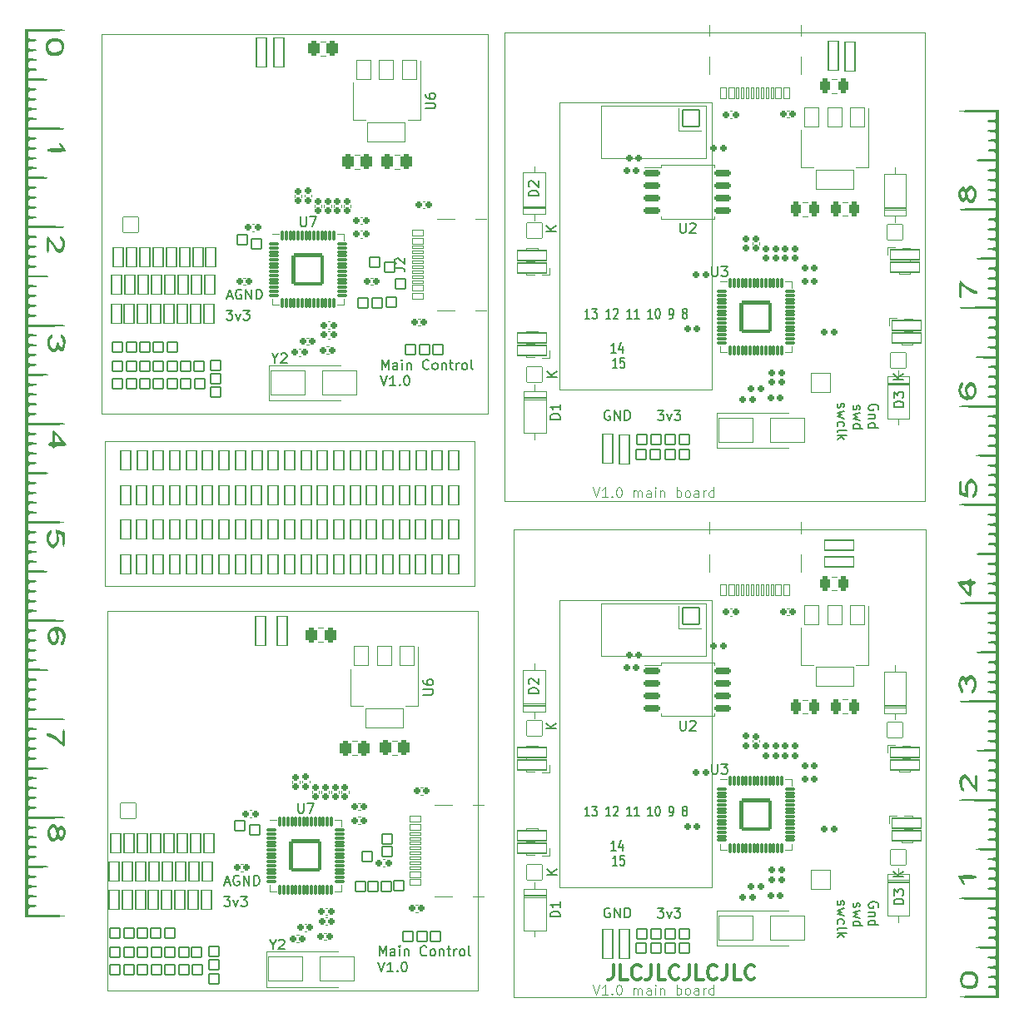
<source format=gto>
G04 #@! TF.GenerationSoftware,KiCad,Pcbnew,7.0.5*
G04 #@! TF.CreationDate,2023-10-02T17:03:19+03:00*
G04 #@! TF.ProjectId,RP2040_minimal - Copy,52503230-3430-45f6-9d69-6e696d616c20,REV1*
G04 #@! TF.SameCoordinates,Original*
G04 #@! TF.FileFunction,Legend,Top*
G04 #@! TF.FilePolarity,Positive*
%FSLAX46Y46*%
G04 Gerber Fmt 4.6, Leading zero omitted, Abs format (unit mm)*
G04 Created by KiCad (PCBNEW 7.0.5) date 2023-10-02 17:03:19*
%MOMM*%
%LPD*%
G01*
G04 APERTURE LIST*
G04 Aperture macros list*
%AMRoundRect*
0 Rectangle with rounded corners*
0 $1 Rounding radius*
0 $2 $3 $4 $5 $6 $7 $8 $9 X,Y pos of 4 corners*
0 Add a 4 corners polygon primitive as box body*
4,1,4,$2,$3,$4,$5,$6,$7,$8,$9,$2,$3,0*
0 Add four circle primitives for the rounded corners*
1,1,$1+$1,$2,$3*
1,1,$1+$1,$4,$5*
1,1,$1+$1,$6,$7*
1,1,$1+$1,$8,$9*
0 Add four rect primitives between the rounded corners*
20,1,$1+$1,$2,$3,$4,$5,0*
20,1,$1+$1,$4,$5,$6,$7,0*
20,1,$1+$1,$6,$7,$8,$9,0*
20,1,$1+$1,$8,$9,$2,$3,0*%
G04 Aperture macros list end*
%ADD10C,0.100000*%
%ADD11C,0.125000*%
%ADD12C,0.180000*%
%ADD13C,0.300000*%
%ADD14C,0.160000*%
%ADD15C,0.150000*%
%ADD16C,0.120000*%
%ADD17RoundRect,0.051000X0.500000X0.500000X-0.500000X0.500000X-0.500000X-0.500000X0.500000X-0.500000X0*%
%ADD18RoundRect,0.051000X-0.500000X1.500000X-0.500000X-1.500000X0.500000X-1.500000X0.500000X1.500000X0*%
%ADD19RoundRect,0.051000X1.500000X0.500000X-1.500000X0.500000X-1.500000X-0.500000X1.500000X-0.500000X0*%
%ADD20RoundRect,0.051000X0.500000X-1.500000X0.500000X1.500000X-0.500000X1.500000X-0.500000X-1.500000X0*%
%ADD21C,1.102000*%
%ADD22RoundRect,0.191000X-0.140000X-0.170000X0.140000X-0.170000X0.140000X0.170000X-0.140000X0.170000X0*%
%ADD23RoundRect,0.198500X-0.147500X-0.172500X0.147500X-0.172500X0.147500X0.172500X-0.147500X0.172500X0*%
%ADD24RoundRect,0.294750X-0.243750X-0.456250X0.243750X-0.456250X0.243750X0.456250X-0.243750X0.456250X0*%
%ADD25RoundRect,0.051000X0.500000X-1.000000X0.500000X1.000000X-0.500000X1.000000X-0.500000X-1.000000X0*%
%ADD26RoundRect,0.198500X0.172500X-0.147500X0.172500X0.147500X-0.172500X0.147500X-0.172500X-0.147500X0*%
%ADD27RoundRect,0.051000X0.500000X-0.500000X0.500000X0.500000X-0.500000X0.500000X-0.500000X-0.500000X0*%
%ADD28RoundRect,0.191000X0.140000X0.170000X-0.140000X0.170000X-0.140000X-0.170000X0.140000X-0.170000X0*%
%ADD29RoundRect,0.051000X-0.500000X-0.500000X0.500000X-0.500000X0.500000X0.500000X-0.500000X0.500000X0*%
%ADD30RoundRect,0.051000X0.800000X-0.800000X0.800000X0.800000X-0.800000X0.800000X-0.800000X-0.800000X0*%
%ADD31O,1.702000X1.702000*%
%ADD32RoundRect,0.051000X-1.750000X-1.200000X1.750000X-1.200000X1.750000X1.200000X-1.750000X1.200000X0*%
%ADD33RoundRect,0.294750X0.243750X0.456250X-0.243750X0.456250X-0.243750X-0.456250X0.243750X-0.456250X0*%
%ADD34RoundRect,0.198500X-0.172500X0.147500X-0.172500X-0.147500X0.172500X-0.147500X0.172500X0.147500X0*%
%ADD35RoundRect,0.051000X-0.750000X1.000000X-0.750000X-1.000000X0.750000X-1.000000X0.750000X1.000000X0*%
%ADD36RoundRect,0.051000X-1.900000X1.000000X-1.900000X-1.000000X1.900000X-1.000000X1.900000X1.000000X0*%
%ADD37RoundRect,0.051000X-0.500000X0.500000X-0.500000X-0.500000X0.500000X-0.500000X0.500000X0.500000X0*%
%ADD38RoundRect,0.191000X0.170000X-0.140000X0.170000X0.140000X-0.170000X0.140000X-0.170000X-0.140000X0*%
%ADD39C,2.102000*%
%ADD40C,0.500000*%
%ADD41RoundRect,0.051000X-1.500000X-0.500000X1.500000X-0.500000X1.500000X0.500000X-1.500000X0.500000X0*%
%ADD42RoundRect,0.301000X0.250000X0.475000X-0.250000X0.475000X-0.250000X-0.475000X0.250000X-0.475000X0*%
%ADD43RoundRect,0.198500X0.147500X0.172500X-0.147500X0.172500X-0.147500X-0.172500X0.147500X-0.172500X0*%
%ADD44C,0.752000*%
%ADD45RoundRect,0.051000X0.300000X0.575000X-0.300000X0.575000X-0.300000X-0.575000X0.300000X-0.575000X0*%
%ADD46RoundRect,0.051000X0.150000X0.575000X-0.150000X0.575000X-0.150000X-0.575000X0.150000X-0.575000X0*%
%ADD47O,1.102000X2.202000*%
%ADD48O,1.102000X1.902000*%
%ADD49RoundRect,0.301000X-0.250000X-0.475000X0.250000X-0.475000X0.250000X0.475000X-0.250000X0.475000X0*%
%ADD50RoundRect,0.051000X0.575000X-0.300000X0.575000X0.300000X-0.575000X0.300000X-0.575000X-0.300000X0*%
%ADD51RoundRect,0.051000X0.575000X-0.150000X0.575000X0.150000X-0.575000X0.150000X-0.575000X-0.150000X0*%
%ADD52O,2.202000X1.102000*%
%ADD53O,1.902000X1.102000*%
%ADD54RoundRect,0.101000X-0.387500X-0.050000X0.387500X-0.050000X0.387500X0.050000X-0.387500X0.050000X0*%
%ADD55RoundRect,0.101000X-0.050000X-0.387500X0.050000X-0.387500X0.050000X0.387500X-0.050000X0.387500X0*%
%ADD56RoundRect,0.195000X-1.456000X-1.456000X1.456000X-1.456000X1.456000X1.456000X-1.456000X1.456000X0*%
%ADD57RoundRect,0.201000X-0.650000X-0.150000X0.650000X-0.150000X0.650000X0.150000X-0.650000X0.150000X0*%
%ADD58RoundRect,0.191000X-0.170000X0.140000X-0.170000X-0.140000X0.170000X-0.140000X0.170000X0.140000X0*%
%ADD59RoundRect,0.051000X-0.800000X0.800000X-0.800000X-0.800000X0.800000X-0.800000X0.800000X0.800000X0*%
%ADD60RoundRect,0.051000X-0.850000X0.850000X-0.850000X-0.850000X0.850000X-0.850000X0.850000X0.850000X0*%
%ADD61C,1.802000*%
%ADD62RoundRect,0.051000X-1.000000X1.000000X-1.000000X-1.000000X1.000000X-1.000000X1.000000X1.000000X0*%
%ADD63RoundRect,0.051000X-0.800000X-0.800000X0.800000X-0.800000X0.800000X0.800000X-0.800000X0.800000X0*%
G04 APERTURE END LIST*
D10*
X107246593Y-79400000D02*
X144926593Y-79400000D01*
X144926593Y-118030000D01*
X107246593Y-118030000D01*
X107246593Y-79400000D01*
X107056593Y-62190000D02*
X144616593Y-62190000D01*
X144616593Y-76860000D01*
X107056593Y-76860000D01*
X107056593Y-62190000D01*
X148636593Y-71140000D02*
X190526593Y-71140000D01*
X190526593Y-118700000D01*
X148636593Y-118700000D01*
X148636593Y-71140000D01*
X147646593Y-20580000D02*
X190406593Y-20580000D01*
X190406593Y-68280000D01*
X147646593Y-68280000D01*
X147646593Y-20580000D01*
X106696593Y-20720000D02*
X145976593Y-20720000D01*
X145976593Y-59350000D01*
X106696593Y-59350000D01*
X106696593Y-20720000D01*
D11*
X156640882Y-117458925D02*
X156974215Y-118458925D01*
X156974215Y-118458925D02*
X157307548Y-117458925D01*
X158164691Y-118458925D02*
X157593263Y-118458925D01*
X157878977Y-118458925D02*
X157878977Y-117458925D01*
X157878977Y-117458925D02*
X157783739Y-117601782D01*
X157783739Y-117601782D02*
X157688501Y-117697020D01*
X157688501Y-117697020D02*
X157593263Y-117744639D01*
X158593263Y-118363686D02*
X158640882Y-118411306D01*
X158640882Y-118411306D02*
X158593263Y-118458925D01*
X158593263Y-118458925D02*
X158545644Y-118411306D01*
X158545644Y-118411306D02*
X158593263Y-118363686D01*
X158593263Y-118363686D02*
X158593263Y-118458925D01*
X159259929Y-117458925D02*
X159355167Y-117458925D01*
X159355167Y-117458925D02*
X159450405Y-117506544D01*
X159450405Y-117506544D02*
X159498024Y-117554163D01*
X159498024Y-117554163D02*
X159545643Y-117649401D01*
X159545643Y-117649401D02*
X159593262Y-117839877D01*
X159593262Y-117839877D02*
X159593262Y-118077972D01*
X159593262Y-118077972D02*
X159545643Y-118268448D01*
X159545643Y-118268448D02*
X159498024Y-118363686D01*
X159498024Y-118363686D02*
X159450405Y-118411306D01*
X159450405Y-118411306D02*
X159355167Y-118458925D01*
X159355167Y-118458925D02*
X159259929Y-118458925D01*
X159259929Y-118458925D02*
X159164691Y-118411306D01*
X159164691Y-118411306D02*
X159117072Y-118363686D01*
X159117072Y-118363686D02*
X159069453Y-118268448D01*
X159069453Y-118268448D02*
X159021834Y-118077972D01*
X159021834Y-118077972D02*
X159021834Y-117839877D01*
X159021834Y-117839877D02*
X159069453Y-117649401D01*
X159069453Y-117649401D02*
X159117072Y-117554163D01*
X159117072Y-117554163D02*
X159164691Y-117506544D01*
X159164691Y-117506544D02*
X159259929Y-117458925D01*
X160783739Y-118458925D02*
X160783739Y-117792258D01*
X160783739Y-117887496D02*
X160831358Y-117839877D01*
X160831358Y-117839877D02*
X160926596Y-117792258D01*
X160926596Y-117792258D02*
X161069453Y-117792258D01*
X161069453Y-117792258D02*
X161164691Y-117839877D01*
X161164691Y-117839877D02*
X161212310Y-117935115D01*
X161212310Y-117935115D02*
X161212310Y-118458925D01*
X161212310Y-117935115D02*
X161259929Y-117839877D01*
X161259929Y-117839877D02*
X161355167Y-117792258D01*
X161355167Y-117792258D02*
X161498024Y-117792258D01*
X161498024Y-117792258D02*
X161593263Y-117839877D01*
X161593263Y-117839877D02*
X161640882Y-117935115D01*
X161640882Y-117935115D02*
X161640882Y-118458925D01*
X162545643Y-118458925D02*
X162545643Y-117935115D01*
X162545643Y-117935115D02*
X162498024Y-117839877D01*
X162498024Y-117839877D02*
X162402786Y-117792258D01*
X162402786Y-117792258D02*
X162212310Y-117792258D01*
X162212310Y-117792258D02*
X162117072Y-117839877D01*
X162545643Y-118411306D02*
X162450405Y-118458925D01*
X162450405Y-118458925D02*
X162212310Y-118458925D01*
X162212310Y-118458925D02*
X162117072Y-118411306D01*
X162117072Y-118411306D02*
X162069453Y-118316067D01*
X162069453Y-118316067D02*
X162069453Y-118220829D01*
X162069453Y-118220829D02*
X162117072Y-118125591D01*
X162117072Y-118125591D02*
X162212310Y-118077972D01*
X162212310Y-118077972D02*
X162450405Y-118077972D01*
X162450405Y-118077972D02*
X162545643Y-118030353D01*
X163021834Y-118458925D02*
X163021834Y-117792258D01*
X163021834Y-117458925D02*
X162974215Y-117506544D01*
X162974215Y-117506544D02*
X163021834Y-117554163D01*
X163021834Y-117554163D02*
X163069453Y-117506544D01*
X163069453Y-117506544D02*
X163021834Y-117458925D01*
X163021834Y-117458925D02*
X163021834Y-117554163D01*
X163498024Y-117792258D02*
X163498024Y-118458925D01*
X163498024Y-117887496D02*
X163545643Y-117839877D01*
X163545643Y-117839877D02*
X163640881Y-117792258D01*
X163640881Y-117792258D02*
X163783738Y-117792258D01*
X163783738Y-117792258D02*
X163878976Y-117839877D01*
X163878976Y-117839877D02*
X163926595Y-117935115D01*
X163926595Y-117935115D02*
X163926595Y-118458925D01*
X165164691Y-118458925D02*
X165164691Y-117458925D01*
X165164691Y-117839877D02*
X165259929Y-117792258D01*
X165259929Y-117792258D02*
X165450405Y-117792258D01*
X165450405Y-117792258D02*
X165545643Y-117839877D01*
X165545643Y-117839877D02*
X165593262Y-117887496D01*
X165593262Y-117887496D02*
X165640881Y-117982734D01*
X165640881Y-117982734D02*
X165640881Y-118268448D01*
X165640881Y-118268448D02*
X165593262Y-118363686D01*
X165593262Y-118363686D02*
X165545643Y-118411306D01*
X165545643Y-118411306D02*
X165450405Y-118458925D01*
X165450405Y-118458925D02*
X165259929Y-118458925D01*
X165259929Y-118458925D02*
X165164691Y-118411306D01*
X166212310Y-118458925D02*
X166117072Y-118411306D01*
X166117072Y-118411306D02*
X166069453Y-118363686D01*
X166069453Y-118363686D02*
X166021834Y-118268448D01*
X166021834Y-118268448D02*
X166021834Y-117982734D01*
X166021834Y-117982734D02*
X166069453Y-117887496D01*
X166069453Y-117887496D02*
X166117072Y-117839877D01*
X166117072Y-117839877D02*
X166212310Y-117792258D01*
X166212310Y-117792258D02*
X166355167Y-117792258D01*
X166355167Y-117792258D02*
X166450405Y-117839877D01*
X166450405Y-117839877D02*
X166498024Y-117887496D01*
X166498024Y-117887496D02*
X166545643Y-117982734D01*
X166545643Y-117982734D02*
X166545643Y-118268448D01*
X166545643Y-118268448D02*
X166498024Y-118363686D01*
X166498024Y-118363686D02*
X166450405Y-118411306D01*
X166450405Y-118411306D02*
X166355167Y-118458925D01*
X166355167Y-118458925D02*
X166212310Y-118458925D01*
X167402786Y-118458925D02*
X167402786Y-117935115D01*
X167402786Y-117935115D02*
X167355167Y-117839877D01*
X167355167Y-117839877D02*
X167259929Y-117792258D01*
X167259929Y-117792258D02*
X167069453Y-117792258D01*
X167069453Y-117792258D02*
X166974215Y-117839877D01*
X167402786Y-118411306D02*
X167307548Y-118458925D01*
X167307548Y-118458925D02*
X167069453Y-118458925D01*
X167069453Y-118458925D02*
X166974215Y-118411306D01*
X166974215Y-118411306D02*
X166926596Y-118316067D01*
X166926596Y-118316067D02*
X166926596Y-118220829D01*
X166926596Y-118220829D02*
X166974215Y-118125591D01*
X166974215Y-118125591D02*
X167069453Y-118077972D01*
X167069453Y-118077972D02*
X167307548Y-118077972D01*
X167307548Y-118077972D02*
X167402786Y-118030353D01*
X167878977Y-118458925D02*
X167878977Y-117792258D01*
X167878977Y-117982734D02*
X167926596Y-117887496D01*
X167926596Y-117887496D02*
X167974215Y-117839877D01*
X167974215Y-117839877D02*
X168069453Y-117792258D01*
X168069453Y-117792258D02*
X168164691Y-117792258D01*
X168926596Y-118458925D02*
X168926596Y-117458925D01*
X168926596Y-118411306D02*
X168831358Y-118458925D01*
X168831358Y-118458925D02*
X168640882Y-118458925D01*
X168640882Y-118458925D02*
X168545644Y-118411306D01*
X168545644Y-118411306D02*
X168498025Y-118363686D01*
X168498025Y-118363686D02*
X168450406Y-118268448D01*
X168450406Y-118268448D02*
X168450406Y-117982734D01*
X168450406Y-117982734D02*
X168498025Y-117887496D01*
X168498025Y-117887496D02*
X168545644Y-117839877D01*
X168545644Y-117839877D02*
X168640882Y-117792258D01*
X168640882Y-117792258D02*
X168831358Y-117792258D01*
X168831358Y-117792258D02*
X168926596Y-117839877D01*
D12*
X134953087Y-114505777D02*
X134953087Y-113505777D01*
X134953087Y-113505777D02*
X135286420Y-114220062D01*
X135286420Y-114220062D02*
X135619753Y-113505777D01*
X135619753Y-113505777D02*
X135619753Y-114505777D01*
X136524515Y-114505777D02*
X136524515Y-113981967D01*
X136524515Y-113981967D02*
X136476896Y-113886729D01*
X136476896Y-113886729D02*
X136381658Y-113839110D01*
X136381658Y-113839110D02*
X136191182Y-113839110D01*
X136191182Y-113839110D02*
X136095944Y-113886729D01*
X136524515Y-114458158D02*
X136429277Y-114505777D01*
X136429277Y-114505777D02*
X136191182Y-114505777D01*
X136191182Y-114505777D02*
X136095944Y-114458158D01*
X136095944Y-114458158D02*
X136048325Y-114362919D01*
X136048325Y-114362919D02*
X136048325Y-114267681D01*
X136048325Y-114267681D02*
X136095944Y-114172443D01*
X136095944Y-114172443D02*
X136191182Y-114124824D01*
X136191182Y-114124824D02*
X136429277Y-114124824D01*
X136429277Y-114124824D02*
X136524515Y-114077205D01*
X137000706Y-114505777D02*
X137000706Y-113839110D01*
X137000706Y-113505777D02*
X136953087Y-113553396D01*
X136953087Y-113553396D02*
X137000706Y-113601015D01*
X137000706Y-113601015D02*
X137048325Y-113553396D01*
X137048325Y-113553396D02*
X137000706Y-113505777D01*
X137000706Y-113505777D02*
X137000706Y-113601015D01*
X137476896Y-113839110D02*
X137476896Y-114505777D01*
X137476896Y-113934348D02*
X137524515Y-113886729D01*
X137524515Y-113886729D02*
X137619753Y-113839110D01*
X137619753Y-113839110D02*
X137762610Y-113839110D01*
X137762610Y-113839110D02*
X137857848Y-113886729D01*
X137857848Y-113886729D02*
X137905467Y-113981967D01*
X137905467Y-113981967D02*
X137905467Y-114505777D01*
X139714991Y-114410538D02*
X139667372Y-114458158D01*
X139667372Y-114458158D02*
X139524515Y-114505777D01*
X139524515Y-114505777D02*
X139429277Y-114505777D01*
X139429277Y-114505777D02*
X139286420Y-114458158D01*
X139286420Y-114458158D02*
X139191182Y-114362919D01*
X139191182Y-114362919D02*
X139143563Y-114267681D01*
X139143563Y-114267681D02*
X139095944Y-114077205D01*
X139095944Y-114077205D02*
X139095944Y-113934348D01*
X139095944Y-113934348D02*
X139143563Y-113743872D01*
X139143563Y-113743872D02*
X139191182Y-113648634D01*
X139191182Y-113648634D02*
X139286420Y-113553396D01*
X139286420Y-113553396D02*
X139429277Y-113505777D01*
X139429277Y-113505777D02*
X139524515Y-113505777D01*
X139524515Y-113505777D02*
X139667372Y-113553396D01*
X139667372Y-113553396D02*
X139714991Y-113601015D01*
X140286420Y-114505777D02*
X140191182Y-114458158D01*
X140191182Y-114458158D02*
X140143563Y-114410538D01*
X140143563Y-114410538D02*
X140095944Y-114315300D01*
X140095944Y-114315300D02*
X140095944Y-114029586D01*
X140095944Y-114029586D02*
X140143563Y-113934348D01*
X140143563Y-113934348D02*
X140191182Y-113886729D01*
X140191182Y-113886729D02*
X140286420Y-113839110D01*
X140286420Y-113839110D02*
X140429277Y-113839110D01*
X140429277Y-113839110D02*
X140524515Y-113886729D01*
X140524515Y-113886729D02*
X140572134Y-113934348D01*
X140572134Y-113934348D02*
X140619753Y-114029586D01*
X140619753Y-114029586D02*
X140619753Y-114315300D01*
X140619753Y-114315300D02*
X140572134Y-114410538D01*
X140572134Y-114410538D02*
X140524515Y-114458158D01*
X140524515Y-114458158D02*
X140429277Y-114505777D01*
X140429277Y-114505777D02*
X140286420Y-114505777D01*
X141048325Y-113839110D02*
X141048325Y-114505777D01*
X141048325Y-113934348D02*
X141095944Y-113886729D01*
X141095944Y-113886729D02*
X141191182Y-113839110D01*
X141191182Y-113839110D02*
X141334039Y-113839110D01*
X141334039Y-113839110D02*
X141429277Y-113886729D01*
X141429277Y-113886729D02*
X141476896Y-113981967D01*
X141476896Y-113981967D02*
X141476896Y-114505777D01*
X141810230Y-113839110D02*
X142191182Y-113839110D01*
X141953087Y-113505777D02*
X141953087Y-114362919D01*
X141953087Y-114362919D02*
X142000706Y-114458158D01*
X142000706Y-114458158D02*
X142095944Y-114505777D01*
X142095944Y-114505777D02*
X142191182Y-114505777D01*
X142524516Y-114505777D02*
X142524516Y-113839110D01*
X142524516Y-114029586D02*
X142572135Y-113934348D01*
X142572135Y-113934348D02*
X142619754Y-113886729D01*
X142619754Y-113886729D02*
X142714992Y-113839110D01*
X142714992Y-113839110D02*
X142810230Y-113839110D01*
X143286421Y-114505777D02*
X143191183Y-114458158D01*
X143191183Y-114458158D02*
X143143564Y-114410538D01*
X143143564Y-114410538D02*
X143095945Y-114315300D01*
X143095945Y-114315300D02*
X143095945Y-114029586D01*
X143095945Y-114029586D02*
X143143564Y-113934348D01*
X143143564Y-113934348D02*
X143191183Y-113886729D01*
X143191183Y-113886729D02*
X143286421Y-113839110D01*
X143286421Y-113839110D02*
X143429278Y-113839110D01*
X143429278Y-113839110D02*
X143524516Y-113886729D01*
X143524516Y-113886729D02*
X143572135Y-113934348D01*
X143572135Y-113934348D02*
X143619754Y-114029586D01*
X143619754Y-114029586D02*
X143619754Y-114315300D01*
X143619754Y-114315300D02*
X143572135Y-114410538D01*
X143572135Y-114410538D02*
X143524516Y-114458158D01*
X143524516Y-114458158D02*
X143429278Y-114505777D01*
X143429278Y-114505777D02*
X143286421Y-114505777D01*
X144191183Y-114505777D02*
X144095945Y-114458158D01*
X144095945Y-114458158D02*
X144048326Y-114362919D01*
X144048326Y-114362919D02*
X144048326Y-113505777D01*
X134810230Y-115115777D02*
X135143563Y-116115777D01*
X135143563Y-116115777D02*
X135476896Y-115115777D01*
X136334039Y-116115777D02*
X135762611Y-116115777D01*
X136048325Y-116115777D02*
X136048325Y-115115777D01*
X136048325Y-115115777D02*
X135953087Y-115258634D01*
X135953087Y-115258634D02*
X135857849Y-115353872D01*
X135857849Y-115353872D02*
X135762611Y-115401491D01*
X136762611Y-116020538D02*
X136810230Y-116068158D01*
X136810230Y-116068158D02*
X136762611Y-116115777D01*
X136762611Y-116115777D02*
X136714992Y-116068158D01*
X136714992Y-116068158D02*
X136762611Y-116020538D01*
X136762611Y-116020538D02*
X136762611Y-116115777D01*
X137429277Y-115115777D02*
X137524515Y-115115777D01*
X137524515Y-115115777D02*
X137619753Y-115163396D01*
X137619753Y-115163396D02*
X137667372Y-115211015D01*
X137667372Y-115211015D02*
X137714991Y-115306253D01*
X137714991Y-115306253D02*
X137762610Y-115496729D01*
X137762610Y-115496729D02*
X137762610Y-115734824D01*
X137762610Y-115734824D02*
X137714991Y-115925300D01*
X137714991Y-115925300D02*
X137667372Y-116020538D01*
X137667372Y-116020538D02*
X137619753Y-116068158D01*
X137619753Y-116068158D02*
X137524515Y-116115777D01*
X137524515Y-116115777D02*
X137429277Y-116115777D01*
X137429277Y-116115777D02*
X137334039Y-116068158D01*
X137334039Y-116068158D02*
X137286420Y-116020538D01*
X137286420Y-116020538D02*
X137238801Y-115925300D01*
X137238801Y-115925300D02*
X137191182Y-115734824D01*
X137191182Y-115734824D02*
X137191182Y-115496729D01*
X137191182Y-115496729D02*
X137238801Y-115306253D01*
X137238801Y-115306253D02*
X137286420Y-115211015D01*
X137286420Y-115211015D02*
X137334039Y-115163396D01*
X137334039Y-115163396D02*
X137429277Y-115115777D01*
X158362483Y-59064781D02*
X158267245Y-59017162D01*
X158267245Y-59017162D02*
X158124388Y-59017162D01*
X158124388Y-59017162D02*
X157981531Y-59064781D01*
X157981531Y-59064781D02*
X157886293Y-59160019D01*
X157886293Y-59160019D02*
X157838674Y-59255257D01*
X157838674Y-59255257D02*
X157791055Y-59445733D01*
X157791055Y-59445733D02*
X157791055Y-59588590D01*
X157791055Y-59588590D02*
X157838674Y-59779066D01*
X157838674Y-59779066D02*
X157886293Y-59874304D01*
X157886293Y-59874304D02*
X157981531Y-59969543D01*
X157981531Y-59969543D02*
X158124388Y-60017162D01*
X158124388Y-60017162D02*
X158219626Y-60017162D01*
X158219626Y-60017162D02*
X158362483Y-59969543D01*
X158362483Y-59969543D02*
X158410102Y-59921923D01*
X158410102Y-59921923D02*
X158410102Y-59588590D01*
X158410102Y-59588590D02*
X158219626Y-59588590D01*
X158838674Y-60017162D02*
X158838674Y-59017162D01*
X158838674Y-59017162D02*
X159410102Y-60017162D01*
X159410102Y-60017162D02*
X159410102Y-59017162D01*
X159886293Y-60017162D02*
X159886293Y-59017162D01*
X159886293Y-59017162D02*
X160124388Y-59017162D01*
X160124388Y-59017162D02*
X160267245Y-59064781D01*
X160267245Y-59064781D02*
X160362483Y-59160019D01*
X160362483Y-59160019D02*
X160410102Y-59255257D01*
X160410102Y-59255257D02*
X160457721Y-59445733D01*
X160457721Y-59445733D02*
X160457721Y-59588590D01*
X160457721Y-59588590D02*
X160410102Y-59779066D01*
X160410102Y-59779066D02*
X160362483Y-59874304D01*
X160362483Y-59874304D02*
X160267245Y-59969543D01*
X160267245Y-59969543D02*
X160124388Y-60017162D01*
X160124388Y-60017162D02*
X159886293Y-60017162D01*
X119147849Y-108465777D02*
X119766896Y-108465777D01*
X119766896Y-108465777D02*
X119433563Y-108846729D01*
X119433563Y-108846729D02*
X119576420Y-108846729D01*
X119576420Y-108846729D02*
X119671658Y-108894348D01*
X119671658Y-108894348D02*
X119719277Y-108941967D01*
X119719277Y-108941967D02*
X119766896Y-109037205D01*
X119766896Y-109037205D02*
X119766896Y-109275300D01*
X119766896Y-109275300D02*
X119719277Y-109370538D01*
X119719277Y-109370538D02*
X119671658Y-109418158D01*
X119671658Y-109418158D02*
X119576420Y-109465777D01*
X119576420Y-109465777D02*
X119290706Y-109465777D01*
X119290706Y-109465777D02*
X119195468Y-109418158D01*
X119195468Y-109418158D02*
X119147849Y-109370538D01*
X120100230Y-108799110D02*
X120338325Y-109465777D01*
X120338325Y-109465777D02*
X120576420Y-108799110D01*
X120862135Y-108465777D02*
X121481182Y-108465777D01*
X121481182Y-108465777D02*
X121147849Y-108846729D01*
X121147849Y-108846729D02*
X121290706Y-108846729D01*
X121290706Y-108846729D02*
X121385944Y-108894348D01*
X121385944Y-108894348D02*
X121433563Y-108941967D01*
X121433563Y-108941967D02*
X121481182Y-109037205D01*
X121481182Y-109037205D02*
X121481182Y-109275300D01*
X121481182Y-109275300D02*
X121433563Y-109370538D01*
X121433563Y-109370538D02*
X121385944Y-109418158D01*
X121385944Y-109418158D02*
X121290706Y-109465777D01*
X121290706Y-109465777D02*
X121004992Y-109465777D01*
X121004992Y-109465777D02*
X120909754Y-109418158D01*
X120909754Y-109418158D02*
X120862135Y-109370538D01*
X181551518Y-58317800D02*
X181503898Y-58413038D01*
X181503898Y-58413038D02*
X181503898Y-58603514D01*
X181503898Y-58603514D02*
X181551518Y-58698752D01*
X181551518Y-58698752D02*
X181646756Y-58746371D01*
X181646756Y-58746371D02*
X181694375Y-58746371D01*
X181694375Y-58746371D02*
X181789613Y-58698752D01*
X181789613Y-58698752D02*
X181837232Y-58603514D01*
X181837232Y-58603514D02*
X181837232Y-58460657D01*
X181837232Y-58460657D02*
X181884851Y-58365419D01*
X181884851Y-58365419D02*
X181980089Y-58317800D01*
X181980089Y-58317800D02*
X182027708Y-58317800D01*
X182027708Y-58317800D02*
X182122946Y-58365419D01*
X182122946Y-58365419D02*
X182170565Y-58460657D01*
X182170565Y-58460657D02*
X182170565Y-58603514D01*
X182170565Y-58603514D02*
X182122946Y-58698752D01*
X182170565Y-59079705D02*
X181503898Y-59270181D01*
X181503898Y-59270181D02*
X181980089Y-59460657D01*
X181980089Y-59460657D02*
X181503898Y-59651133D01*
X181503898Y-59651133D02*
X182170565Y-59841609D01*
X181551518Y-60651133D02*
X181503898Y-60555895D01*
X181503898Y-60555895D02*
X181503898Y-60365419D01*
X181503898Y-60365419D02*
X181551518Y-60270181D01*
X181551518Y-60270181D02*
X181599137Y-60222562D01*
X181599137Y-60222562D02*
X181694375Y-60174943D01*
X181694375Y-60174943D02*
X181980089Y-60174943D01*
X181980089Y-60174943D02*
X182075327Y-60222562D01*
X182075327Y-60222562D02*
X182122946Y-60270181D01*
X182122946Y-60270181D02*
X182170565Y-60365419D01*
X182170565Y-60365419D02*
X182170565Y-60555895D01*
X182170565Y-60555895D02*
X182122946Y-60651133D01*
X181503898Y-61222562D02*
X181551518Y-61127324D01*
X181551518Y-61127324D02*
X181646756Y-61079705D01*
X181646756Y-61079705D02*
X182503898Y-61079705D01*
X181503898Y-61603515D02*
X182503898Y-61603515D01*
X181884851Y-61698753D02*
X181503898Y-61984467D01*
X182170565Y-61984467D02*
X181789613Y-61603515D01*
X158362483Y-109673684D02*
X158267245Y-109626065D01*
X158267245Y-109626065D02*
X158124388Y-109626065D01*
X158124388Y-109626065D02*
X157981531Y-109673684D01*
X157981531Y-109673684D02*
X157886293Y-109768922D01*
X157886293Y-109768922D02*
X157838674Y-109864160D01*
X157838674Y-109864160D02*
X157791055Y-110054636D01*
X157791055Y-110054636D02*
X157791055Y-110197493D01*
X157791055Y-110197493D02*
X157838674Y-110387969D01*
X157838674Y-110387969D02*
X157886293Y-110483207D01*
X157886293Y-110483207D02*
X157981531Y-110578446D01*
X157981531Y-110578446D02*
X158124388Y-110626065D01*
X158124388Y-110626065D02*
X158219626Y-110626065D01*
X158219626Y-110626065D02*
X158362483Y-110578446D01*
X158362483Y-110578446D02*
X158410102Y-110530826D01*
X158410102Y-110530826D02*
X158410102Y-110197493D01*
X158410102Y-110197493D02*
X158219626Y-110197493D01*
X158838674Y-110626065D02*
X158838674Y-109626065D01*
X158838674Y-109626065D02*
X159410102Y-110626065D01*
X159410102Y-110626065D02*
X159410102Y-109626065D01*
X159886293Y-110626065D02*
X159886293Y-109626065D01*
X159886293Y-109626065D02*
X160124388Y-109626065D01*
X160124388Y-109626065D02*
X160267245Y-109673684D01*
X160267245Y-109673684D02*
X160362483Y-109768922D01*
X160362483Y-109768922D02*
X160410102Y-109864160D01*
X160410102Y-109864160D02*
X160457721Y-110054636D01*
X160457721Y-110054636D02*
X160457721Y-110197493D01*
X160457721Y-110197493D02*
X160410102Y-110387969D01*
X160410102Y-110387969D02*
X160362483Y-110483207D01*
X160362483Y-110483207D02*
X160267245Y-110578446D01*
X160267245Y-110578446D02*
X160124388Y-110626065D01*
X160124388Y-110626065D02*
X159886293Y-110626065D01*
X183161518Y-109136703D02*
X183113898Y-109231941D01*
X183113898Y-109231941D02*
X183113898Y-109422417D01*
X183113898Y-109422417D02*
X183161518Y-109517655D01*
X183161518Y-109517655D02*
X183256756Y-109565274D01*
X183256756Y-109565274D02*
X183304375Y-109565274D01*
X183304375Y-109565274D02*
X183399613Y-109517655D01*
X183399613Y-109517655D02*
X183447232Y-109422417D01*
X183447232Y-109422417D02*
X183447232Y-109279560D01*
X183447232Y-109279560D02*
X183494851Y-109184322D01*
X183494851Y-109184322D02*
X183590089Y-109136703D01*
X183590089Y-109136703D02*
X183637708Y-109136703D01*
X183637708Y-109136703D02*
X183732946Y-109184322D01*
X183732946Y-109184322D02*
X183780565Y-109279560D01*
X183780565Y-109279560D02*
X183780565Y-109422417D01*
X183780565Y-109422417D02*
X183732946Y-109517655D01*
X183780565Y-109898608D02*
X183113898Y-110089084D01*
X183113898Y-110089084D02*
X183590089Y-110279560D01*
X183590089Y-110279560D02*
X183113898Y-110470036D01*
X183113898Y-110470036D02*
X183780565Y-110660512D01*
X183113898Y-111470036D02*
X184113898Y-111470036D01*
X183161518Y-111470036D02*
X183113898Y-111374798D01*
X183113898Y-111374798D02*
X183113898Y-111184322D01*
X183113898Y-111184322D02*
X183161518Y-111089084D01*
X183161518Y-111089084D02*
X183209137Y-111041465D01*
X183209137Y-111041465D02*
X183304375Y-110993846D01*
X183304375Y-110993846D02*
X183590089Y-110993846D01*
X183590089Y-110993846D02*
X183685327Y-111041465D01*
X183685327Y-111041465D02*
X183732946Y-111089084D01*
X183732946Y-111089084D02*
X183780565Y-111184322D01*
X183780565Y-111184322D02*
X183780565Y-111374798D01*
X183780565Y-111374798D02*
X183732946Y-111470036D01*
D13*
X158729675Y-115410828D02*
X158729675Y-116482257D01*
X158729675Y-116482257D02*
X158658246Y-116696542D01*
X158658246Y-116696542D02*
X158515389Y-116839400D01*
X158515389Y-116839400D02*
X158301103Y-116910828D01*
X158301103Y-116910828D02*
X158158246Y-116910828D01*
X160158246Y-116910828D02*
X159443960Y-116910828D01*
X159443960Y-116910828D02*
X159443960Y-115410828D01*
X161515389Y-116767971D02*
X161443961Y-116839400D01*
X161443961Y-116839400D02*
X161229675Y-116910828D01*
X161229675Y-116910828D02*
X161086818Y-116910828D01*
X161086818Y-116910828D02*
X160872532Y-116839400D01*
X160872532Y-116839400D02*
X160729675Y-116696542D01*
X160729675Y-116696542D02*
X160658246Y-116553685D01*
X160658246Y-116553685D02*
X160586818Y-116267971D01*
X160586818Y-116267971D02*
X160586818Y-116053685D01*
X160586818Y-116053685D02*
X160658246Y-115767971D01*
X160658246Y-115767971D02*
X160729675Y-115625114D01*
X160729675Y-115625114D02*
X160872532Y-115482257D01*
X160872532Y-115482257D02*
X161086818Y-115410828D01*
X161086818Y-115410828D02*
X161229675Y-115410828D01*
X161229675Y-115410828D02*
X161443961Y-115482257D01*
X161443961Y-115482257D02*
X161515389Y-115553685D01*
X162586818Y-115410828D02*
X162586818Y-116482257D01*
X162586818Y-116482257D02*
X162515389Y-116696542D01*
X162515389Y-116696542D02*
X162372532Y-116839400D01*
X162372532Y-116839400D02*
X162158246Y-116910828D01*
X162158246Y-116910828D02*
X162015389Y-116910828D01*
X164015389Y-116910828D02*
X163301103Y-116910828D01*
X163301103Y-116910828D02*
X163301103Y-115410828D01*
X165372532Y-116767971D02*
X165301104Y-116839400D01*
X165301104Y-116839400D02*
X165086818Y-116910828D01*
X165086818Y-116910828D02*
X164943961Y-116910828D01*
X164943961Y-116910828D02*
X164729675Y-116839400D01*
X164729675Y-116839400D02*
X164586818Y-116696542D01*
X164586818Y-116696542D02*
X164515389Y-116553685D01*
X164515389Y-116553685D02*
X164443961Y-116267971D01*
X164443961Y-116267971D02*
X164443961Y-116053685D01*
X164443961Y-116053685D02*
X164515389Y-115767971D01*
X164515389Y-115767971D02*
X164586818Y-115625114D01*
X164586818Y-115625114D02*
X164729675Y-115482257D01*
X164729675Y-115482257D02*
X164943961Y-115410828D01*
X164943961Y-115410828D02*
X165086818Y-115410828D01*
X165086818Y-115410828D02*
X165301104Y-115482257D01*
X165301104Y-115482257D02*
X165372532Y-115553685D01*
X166443961Y-115410828D02*
X166443961Y-116482257D01*
X166443961Y-116482257D02*
X166372532Y-116696542D01*
X166372532Y-116696542D02*
X166229675Y-116839400D01*
X166229675Y-116839400D02*
X166015389Y-116910828D01*
X166015389Y-116910828D02*
X165872532Y-116910828D01*
X167872532Y-116910828D02*
X167158246Y-116910828D01*
X167158246Y-116910828D02*
X167158246Y-115410828D01*
X169229675Y-116767971D02*
X169158247Y-116839400D01*
X169158247Y-116839400D02*
X168943961Y-116910828D01*
X168943961Y-116910828D02*
X168801104Y-116910828D01*
X168801104Y-116910828D02*
X168586818Y-116839400D01*
X168586818Y-116839400D02*
X168443961Y-116696542D01*
X168443961Y-116696542D02*
X168372532Y-116553685D01*
X168372532Y-116553685D02*
X168301104Y-116267971D01*
X168301104Y-116267971D02*
X168301104Y-116053685D01*
X168301104Y-116053685D02*
X168372532Y-115767971D01*
X168372532Y-115767971D02*
X168443961Y-115625114D01*
X168443961Y-115625114D02*
X168586818Y-115482257D01*
X168586818Y-115482257D02*
X168801104Y-115410828D01*
X168801104Y-115410828D02*
X168943961Y-115410828D01*
X168943961Y-115410828D02*
X169158247Y-115482257D01*
X169158247Y-115482257D02*
X169229675Y-115553685D01*
X170301104Y-115410828D02*
X170301104Y-116482257D01*
X170301104Y-116482257D02*
X170229675Y-116696542D01*
X170229675Y-116696542D02*
X170086818Y-116839400D01*
X170086818Y-116839400D02*
X169872532Y-116910828D01*
X169872532Y-116910828D02*
X169729675Y-116910828D01*
X171729675Y-116910828D02*
X171015389Y-116910828D01*
X171015389Y-116910828D02*
X171015389Y-115410828D01*
X173086818Y-116767971D02*
X173015390Y-116839400D01*
X173015390Y-116839400D02*
X172801104Y-116910828D01*
X172801104Y-116910828D02*
X172658247Y-116910828D01*
X172658247Y-116910828D02*
X172443961Y-116839400D01*
X172443961Y-116839400D02*
X172301104Y-116696542D01*
X172301104Y-116696542D02*
X172229675Y-116553685D01*
X172229675Y-116553685D02*
X172158247Y-116267971D01*
X172158247Y-116267971D02*
X172158247Y-116053685D01*
X172158247Y-116053685D02*
X172229675Y-115767971D01*
X172229675Y-115767971D02*
X172301104Y-115625114D01*
X172301104Y-115625114D02*
X172443961Y-115482257D01*
X172443961Y-115482257D02*
X172658247Y-115410828D01*
X172658247Y-115410828D02*
X172801104Y-115410828D01*
X172801104Y-115410828D02*
X173015390Y-115482257D01*
X173015390Y-115482257D02*
X173086818Y-115553685D01*
D12*
X119468990Y-47422544D02*
X119945180Y-47422544D01*
X119373752Y-47708259D02*
X119707085Y-46708259D01*
X119707085Y-46708259D02*
X120040418Y-47708259D01*
X120897561Y-46755878D02*
X120802323Y-46708259D01*
X120802323Y-46708259D02*
X120659466Y-46708259D01*
X120659466Y-46708259D02*
X120516609Y-46755878D01*
X120516609Y-46755878D02*
X120421371Y-46851116D01*
X120421371Y-46851116D02*
X120373752Y-46946354D01*
X120373752Y-46946354D02*
X120326133Y-47136830D01*
X120326133Y-47136830D02*
X120326133Y-47279687D01*
X120326133Y-47279687D02*
X120373752Y-47470163D01*
X120373752Y-47470163D02*
X120421371Y-47565401D01*
X120421371Y-47565401D02*
X120516609Y-47660640D01*
X120516609Y-47660640D02*
X120659466Y-47708259D01*
X120659466Y-47708259D02*
X120754704Y-47708259D01*
X120754704Y-47708259D02*
X120897561Y-47660640D01*
X120897561Y-47660640D02*
X120945180Y-47613020D01*
X120945180Y-47613020D02*
X120945180Y-47279687D01*
X120945180Y-47279687D02*
X120754704Y-47279687D01*
X121373752Y-47708259D02*
X121373752Y-46708259D01*
X121373752Y-46708259D02*
X121945180Y-47708259D01*
X121945180Y-47708259D02*
X121945180Y-46708259D01*
X122421371Y-47708259D02*
X122421371Y-46708259D01*
X122421371Y-46708259D02*
X122659466Y-46708259D01*
X122659466Y-46708259D02*
X122802323Y-46755878D01*
X122802323Y-46755878D02*
X122897561Y-46851116D01*
X122897561Y-46851116D02*
X122945180Y-46946354D01*
X122945180Y-46946354D02*
X122992799Y-47136830D01*
X122992799Y-47136830D02*
X122992799Y-47279687D01*
X122992799Y-47279687D02*
X122945180Y-47470163D01*
X122945180Y-47470163D02*
X122897561Y-47565401D01*
X122897561Y-47565401D02*
X122802323Y-47660640D01*
X122802323Y-47660640D02*
X122659466Y-47708259D01*
X122659466Y-47708259D02*
X122421371Y-47708259D01*
X158991352Y-53167162D02*
X158534209Y-53167162D01*
X158762781Y-53167162D02*
X158762781Y-52167162D01*
X158762781Y-52167162D02*
X158686590Y-52310019D01*
X158686590Y-52310019D02*
X158610400Y-52405257D01*
X158610400Y-52405257D02*
X158534209Y-52452876D01*
X159677067Y-52500495D02*
X159677067Y-53167162D01*
X159486591Y-52119543D02*
X159296114Y-52833828D01*
X159296114Y-52833828D02*
X159791353Y-52833828D01*
X119391371Y-48838259D02*
X120010418Y-48838259D01*
X120010418Y-48838259D02*
X119677085Y-49219211D01*
X119677085Y-49219211D02*
X119819942Y-49219211D01*
X119819942Y-49219211D02*
X119915180Y-49266830D01*
X119915180Y-49266830D02*
X119962799Y-49314449D01*
X119962799Y-49314449D02*
X120010418Y-49409687D01*
X120010418Y-49409687D02*
X120010418Y-49647782D01*
X120010418Y-49647782D02*
X119962799Y-49743020D01*
X119962799Y-49743020D02*
X119915180Y-49790640D01*
X119915180Y-49790640D02*
X119819942Y-49838259D01*
X119819942Y-49838259D02*
X119534228Y-49838259D01*
X119534228Y-49838259D02*
X119438990Y-49790640D01*
X119438990Y-49790640D02*
X119391371Y-49743020D01*
X120343752Y-49171592D02*
X120581847Y-49838259D01*
X120581847Y-49838259D02*
X120819942Y-49171592D01*
X121105657Y-48838259D02*
X121724704Y-48838259D01*
X121724704Y-48838259D02*
X121391371Y-49219211D01*
X121391371Y-49219211D02*
X121534228Y-49219211D01*
X121534228Y-49219211D02*
X121629466Y-49266830D01*
X121629466Y-49266830D02*
X121677085Y-49314449D01*
X121677085Y-49314449D02*
X121724704Y-49409687D01*
X121724704Y-49409687D02*
X121724704Y-49647782D01*
X121724704Y-49647782D02*
X121677085Y-49743020D01*
X121677085Y-49743020D02*
X121629466Y-49790640D01*
X121629466Y-49790640D02*
X121534228Y-49838259D01*
X121534228Y-49838259D02*
X121248514Y-49838259D01*
X121248514Y-49838259D02*
X121153276Y-49790640D01*
X121153276Y-49790640D02*
X121105657Y-49743020D01*
X163233436Y-59027162D02*
X163852483Y-59027162D01*
X163852483Y-59027162D02*
X163519150Y-59408114D01*
X163519150Y-59408114D02*
X163662007Y-59408114D01*
X163662007Y-59408114D02*
X163757245Y-59455733D01*
X163757245Y-59455733D02*
X163804864Y-59503352D01*
X163804864Y-59503352D02*
X163852483Y-59598590D01*
X163852483Y-59598590D02*
X163852483Y-59836685D01*
X163852483Y-59836685D02*
X163804864Y-59931923D01*
X163804864Y-59931923D02*
X163757245Y-59979543D01*
X163757245Y-59979543D02*
X163662007Y-60027162D01*
X163662007Y-60027162D02*
X163376293Y-60027162D01*
X163376293Y-60027162D02*
X163281055Y-59979543D01*
X163281055Y-59979543D02*
X163233436Y-59931923D01*
X164185817Y-59360495D02*
X164423912Y-60027162D01*
X164423912Y-60027162D02*
X164662007Y-59360495D01*
X164947722Y-59027162D02*
X165566769Y-59027162D01*
X165566769Y-59027162D02*
X165233436Y-59408114D01*
X165233436Y-59408114D02*
X165376293Y-59408114D01*
X165376293Y-59408114D02*
X165471531Y-59455733D01*
X165471531Y-59455733D02*
X165519150Y-59503352D01*
X165519150Y-59503352D02*
X165566769Y-59598590D01*
X165566769Y-59598590D02*
X165566769Y-59836685D01*
X165566769Y-59836685D02*
X165519150Y-59931923D01*
X165519150Y-59931923D02*
X165471531Y-59979543D01*
X165471531Y-59979543D02*
X165376293Y-60027162D01*
X165376293Y-60027162D02*
X165090579Y-60027162D01*
X165090579Y-60027162D02*
X164995341Y-59979543D01*
X164995341Y-59979543D02*
X164947722Y-59931923D01*
X185656279Y-109578131D02*
X185703898Y-109482893D01*
X185703898Y-109482893D02*
X185703898Y-109340036D01*
X185703898Y-109340036D02*
X185656279Y-109197179D01*
X185656279Y-109197179D02*
X185561041Y-109101941D01*
X185561041Y-109101941D02*
X185465803Y-109054322D01*
X185465803Y-109054322D02*
X185275327Y-109006703D01*
X185275327Y-109006703D02*
X185132470Y-109006703D01*
X185132470Y-109006703D02*
X184941994Y-109054322D01*
X184941994Y-109054322D02*
X184846756Y-109101941D01*
X184846756Y-109101941D02*
X184751518Y-109197179D01*
X184751518Y-109197179D02*
X184703898Y-109340036D01*
X184703898Y-109340036D02*
X184703898Y-109435274D01*
X184703898Y-109435274D02*
X184751518Y-109578131D01*
X184751518Y-109578131D02*
X184799137Y-109625750D01*
X184799137Y-109625750D02*
X185132470Y-109625750D01*
X185132470Y-109625750D02*
X185132470Y-109435274D01*
X185370565Y-110054322D02*
X184703898Y-110054322D01*
X185275327Y-110054322D02*
X185322946Y-110101941D01*
X185322946Y-110101941D02*
X185370565Y-110197179D01*
X185370565Y-110197179D02*
X185370565Y-110340036D01*
X185370565Y-110340036D02*
X185322946Y-110435274D01*
X185322946Y-110435274D02*
X185227708Y-110482893D01*
X185227708Y-110482893D02*
X184703898Y-110482893D01*
X184703898Y-111387655D02*
X185703898Y-111387655D01*
X184751518Y-111387655D02*
X184703898Y-111292417D01*
X184703898Y-111292417D02*
X184703898Y-111101941D01*
X184703898Y-111101941D02*
X184751518Y-111006703D01*
X184751518Y-111006703D02*
X184799137Y-110959084D01*
X184799137Y-110959084D02*
X184894375Y-110911465D01*
X184894375Y-110911465D02*
X185180089Y-110911465D01*
X185180089Y-110911465D02*
X185275327Y-110959084D01*
X185275327Y-110959084D02*
X185322946Y-111006703D01*
X185322946Y-111006703D02*
X185370565Y-111101941D01*
X185370565Y-111101941D02*
X185370565Y-111292417D01*
X185370565Y-111292417D02*
X185322946Y-111387655D01*
X158991352Y-103776065D02*
X158534209Y-103776065D01*
X158762781Y-103776065D02*
X158762781Y-102776065D01*
X158762781Y-102776065D02*
X158686590Y-102918922D01*
X158686590Y-102918922D02*
X158610400Y-103014160D01*
X158610400Y-103014160D02*
X158534209Y-103061779D01*
X159677067Y-103109398D02*
X159677067Y-103776065D01*
X159486591Y-102728446D02*
X159296114Y-103442731D01*
X159296114Y-103442731D02*
X159791353Y-103442731D01*
X119225468Y-107050062D02*
X119701658Y-107050062D01*
X119130230Y-107335777D02*
X119463563Y-106335777D01*
X119463563Y-106335777D02*
X119796896Y-107335777D01*
X120654039Y-106383396D02*
X120558801Y-106335777D01*
X120558801Y-106335777D02*
X120415944Y-106335777D01*
X120415944Y-106335777D02*
X120273087Y-106383396D01*
X120273087Y-106383396D02*
X120177849Y-106478634D01*
X120177849Y-106478634D02*
X120130230Y-106573872D01*
X120130230Y-106573872D02*
X120082611Y-106764348D01*
X120082611Y-106764348D02*
X120082611Y-106907205D01*
X120082611Y-106907205D02*
X120130230Y-107097681D01*
X120130230Y-107097681D02*
X120177849Y-107192919D01*
X120177849Y-107192919D02*
X120273087Y-107288158D01*
X120273087Y-107288158D02*
X120415944Y-107335777D01*
X120415944Y-107335777D02*
X120511182Y-107335777D01*
X120511182Y-107335777D02*
X120654039Y-107288158D01*
X120654039Y-107288158D02*
X120701658Y-107240538D01*
X120701658Y-107240538D02*
X120701658Y-106907205D01*
X120701658Y-106907205D02*
X120511182Y-106907205D01*
X121130230Y-107335777D02*
X121130230Y-106335777D01*
X121130230Y-106335777D02*
X121701658Y-107335777D01*
X121701658Y-107335777D02*
X121701658Y-106335777D01*
X122177849Y-107335777D02*
X122177849Y-106335777D01*
X122177849Y-106335777D02*
X122415944Y-106335777D01*
X122415944Y-106335777D02*
X122558801Y-106383396D01*
X122558801Y-106383396D02*
X122654039Y-106478634D01*
X122654039Y-106478634D02*
X122701658Y-106573872D01*
X122701658Y-106573872D02*
X122749277Y-106764348D01*
X122749277Y-106764348D02*
X122749277Y-106907205D01*
X122749277Y-106907205D02*
X122701658Y-107097681D01*
X122701658Y-107097681D02*
X122654039Y-107192919D01*
X122654039Y-107192919D02*
X122558801Y-107288158D01*
X122558801Y-107288158D02*
X122415944Y-107335777D01*
X122415944Y-107335777D02*
X122177849Y-107335777D01*
D11*
X156640882Y-66850022D02*
X156974215Y-67850022D01*
X156974215Y-67850022D02*
X157307548Y-66850022D01*
X158164691Y-67850022D02*
X157593263Y-67850022D01*
X157878977Y-67850022D02*
X157878977Y-66850022D01*
X157878977Y-66850022D02*
X157783739Y-66992879D01*
X157783739Y-66992879D02*
X157688501Y-67088117D01*
X157688501Y-67088117D02*
X157593263Y-67135736D01*
X158593263Y-67754783D02*
X158640882Y-67802403D01*
X158640882Y-67802403D02*
X158593263Y-67850022D01*
X158593263Y-67850022D02*
X158545644Y-67802403D01*
X158545644Y-67802403D02*
X158593263Y-67754783D01*
X158593263Y-67754783D02*
X158593263Y-67850022D01*
X159259929Y-66850022D02*
X159355167Y-66850022D01*
X159355167Y-66850022D02*
X159450405Y-66897641D01*
X159450405Y-66897641D02*
X159498024Y-66945260D01*
X159498024Y-66945260D02*
X159545643Y-67040498D01*
X159545643Y-67040498D02*
X159593262Y-67230974D01*
X159593262Y-67230974D02*
X159593262Y-67469069D01*
X159593262Y-67469069D02*
X159545643Y-67659545D01*
X159545643Y-67659545D02*
X159498024Y-67754783D01*
X159498024Y-67754783D02*
X159450405Y-67802403D01*
X159450405Y-67802403D02*
X159355167Y-67850022D01*
X159355167Y-67850022D02*
X159259929Y-67850022D01*
X159259929Y-67850022D02*
X159164691Y-67802403D01*
X159164691Y-67802403D02*
X159117072Y-67754783D01*
X159117072Y-67754783D02*
X159069453Y-67659545D01*
X159069453Y-67659545D02*
X159021834Y-67469069D01*
X159021834Y-67469069D02*
X159021834Y-67230974D01*
X159021834Y-67230974D02*
X159069453Y-67040498D01*
X159069453Y-67040498D02*
X159117072Y-66945260D01*
X159117072Y-66945260D02*
X159164691Y-66897641D01*
X159164691Y-66897641D02*
X159259929Y-66850022D01*
X160783739Y-67850022D02*
X160783739Y-67183355D01*
X160783739Y-67278593D02*
X160831358Y-67230974D01*
X160831358Y-67230974D02*
X160926596Y-67183355D01*
X160926596Y-67183355D02*
X161069453Y-67183355D01*
X161069453Y-67183355D02*
X161164691Y-67230974D01*
X161164691Y-67230974D02*
X161212310Y-67326212D01*
X161212310Y-67326212D02*
X161212310Y-67850022D01*
X161212310Y-67326212D02*
X161259929Y-67230974D01*
X161259929Y-67230974D02*
X161355167Y-67183355D01*
X161355167Y-67183355D02*
X161498024Y-67183355D01*
X161498024Y-67183355D02*
X161593263Y-67230974D01*
X161593263Y-67230974D02*
X161640882Y-67326212D01*
X161640882Y-67326212D02*
X161640882Y-67850022D01*
X162545643Y-67850022D02*
X162545643Y-67326212D01*
X162545643Y-67326212D02*
X162498024Y-67230974D01*
X162498024Y-67230974D02*
X162402786Y-67183355D01*
X162402786Y-67183355D02*
X162212310Y-67183355D01*
X162212310Y-67183355D02*
X162117072Y-67230974D01*
X162545643Y-67802403D02*
X162450405Y-67850022D01*
X162450405Y-67850022D02*
X162212310Y-67850022D01*
X162212310Y-67850022D02*
X162117072Y-67802403D01*
X162117072Y-67802403D02*
X162069453Y-67707164D01*
X162069453Y-67707164D02*
X162069453Y-67611926D01*
X162069453Y-67611926D02*
X162117072Y-67516688D01*
X162117072Y-67516688D02*
X162212310Y-67469069D01*
X162212310Y-67469069D02*
X162450405Y-67469069D01*
X162450405Y-67469069D02*
X162545643Y-67421450D01*
X163021834Y-67850022D02*
X163021834Y-67183355D01*
X163021834Y-66850022D02*
X162974215Y-66897641D01*
X162974215Y-66897641D02*
X163021834Y-66945260D01*
X163021834Y-66945260D02*
X163069453Y-66897641D01*
X163069453Y-66897641D02*
X163021834Y-66850022D01*
X163021834Y-66850022D02*
X163021834Y-66945260D01*
X163498024Y-67183355D02*
X163498024Y-67850022D01*
X163498024Y-67278593D02*
X163545643Y-67230974D01*
X163545643Y-67230974D02*
X163640881Y-67183355D01*
X163640881Y-67183355D02*
X163783738Y-67183355D01*
X163783738Y-67183355D02*
X163878976Y-67230974D01*
X163878976Y-67230974D02*
X163926595Y-67326212D01*
X163926595Y-67326212D02*
X163926595Y-67850022D01*
X165164691Y-67850022D02*
X165164691Y-66850022D01*
X165164691Y-67230974D02*
X165259929Y-67183355D01*
X165259929Y-67183355D02*
X165450405Y-67183355D01*
X165450405Y-67183355D02*
X165545643Y-67230974D01*
X165545643Y-67230974D02*
X165593262Y-67278593D01*
X165593262Y-67278593D02*
X165640881Y-67373831D01*
X165640881Y-67373831D02*
X165640881Y-67659545D01*
X165640881Y-67659545D02*
X165593262Y-67754783D01*
X165593262Y-67754783D02*
X165545643Y-67802403D01*
X165545643Y-67802403D02*
X165450405Y-67850022D01*
X165450405Y-67850022D02*
X165259929Y-67850022D01*
X165259929Y-67850022D02*
X165164691Y-67802403D01*
X166212310Y-67850022D02*
X166117072Y-67802403D01*
X166117072Y-67802403D02*
X166069453Y-67754783D01*
X166069453Y-67754783D02*
X166021834Y-67659545D01*
X166021834Y-67659545D02*
X166021834Y-67373831D01*
X166021834Y-67373831D02*
X166069453Y-67278593D01*
X166069453Y-67278593D02*
X166117072Y-67230974D01*
X166117072Y-67230974D02*
X166212310Y-67183355D01*
X166212310Y-67183355D02*
X166355167Y-67183355D01*
X166355167Y-67183355D02*
X166450405Y-67230974D01*
X166450405Y-67230974D02*
X166498024Y-67278593D01*
X166498024Y-67278593D02*
X166545643Y-67373831D01*
X166545643Y-67373831D02*
X166545643Y-67659545D01*
X166545643Y-67659545D02*
X166498024Y-67754783D01*
X166498024Y-67754783D02*
X166450405Y-67802403D01*
X166450405Y-67802403D02*
X166355167Y-67850022D01*
X166355167Y-67850022D02*
X166212310Y-67850022D01*
X167402786Y-67850022D02*
X167402786Y-67326212D01*
X167402786Y-67326212D02*
X167355167Y-67230974D01*
X167355167Y-67230974D02*
X167259929Y-67183355D01*
X167259929Y-67183355D02*
X167069453Y-67183355D01*
X167069453Y-67183355D02*
X166974215Y-67230974D01*
X167402786Y-67802403D02*
X167307548Y-67850022D01*
X167307548Y-67850022D02*
X167069453Y-67850022D01*
X167069453Y-67850022D02*
X166974215Y-67802403D01*
X166974215Y-67802403D02*
X166926596Y-67707164D01*
X166926596Y-67707164D02*
X166926596Y-67611926D01*
X166926596Y-67611926D02*
X166974215Y-67516688D01*
X166974215Y-67516688D02*
X167069453Y-67469069D01*
X167069453Y-67469069D02*
X167307548Y-67469069D01*
X167307548Y-67469069D02*
X167402786Y-67421450D01*
X167878977Y-67850022D02*
X167878977Y-67183355D01*
X167878977Y-67373831D02*
X167926596Y-67278593D01*
X167926596Y-67278593D02*
X167974215Y-67230974D01*
X167974215Y-67230974D02*
X168069453Y-67183355D01*
X168069453Y-67183355D02*
X168164691Y-67183355D01*
X168926596Y-67850022D02*
X168926596Y-66850022D01*
X168926596Y-67802403D02*
X168831358Y-67850022D01*
X168831358Y-67850022D02*
X168640882Y-67850022D01*
X168640882Y-67850022D02*
X168545644Y-67802403D01*
X168545644Y-67802403D02*
X168498025Y-67754783D01*
X168498025Y-67754783D02*
X168450406Y-67659545D01*
X168450406Y-67659545D02*
X168450406Y-67373831D01*
X168450406Y-67373831D02*
X168498025Y-67278593D01*
X168498025Y-67278593D02*
X168545644Y-67230974D01*
X168545644Y-67230974D02*
X168640882Y-67183355D01*
X168640882Y-67183355D02*
X168831358Y-67183355D01*
X168831358Y-67183355D02*
X168926596Y-67230974D01*
D14*
X159126944Y-105297105D02*
X158669801Y-105297105D01*
X158898373Y-105297105D02*
X158898373Y-104297105D01*
X158898373Y-104297105D02*
X158822182Y-104439962D01*
X158822182Y-104439962D02*
X158745992Y-104535200D01*
X158745992Y-104535200D02*
X158669801Y-104582819D01*
X159850754Y-104297105D02*
X159469802Y-104297105D01*
X159469802Y-104297105D02*
X159431706Y-104773295D01*
X159431706Y-104773295D02*
X159469802Y-104725676D01*
X159469802Y-104725676D02*
X159545992Y-104678057D01*
X159545992Y-104678057D02*
X159736468Y-104678057D01*
X159736468Y-104678057D02*
X159812659Y-104725676D01*
X159812659Y-104725676D02*
X159850754Y-104773295D01*
X159850754Y-104773295D02*
X159888849Y-104868533D01*
X159888849Y-104868533D02*
X159888849Y-105106628D01*
X159888849Y-105106628D02*
X159850754Y-105201866D01*
X159850754Y-105201866D02*
X159812659Y-105249486D01*
X159812659Y-105249486D02*
X159736468Y-105297105D01*
X159736468Y-105297105D02*
X159545992Y-105297105D01*
X159545992Y-105297105D02*
X159469802Y-105249486D01*
X159469802Y-105249486D02*
X159431706Y-105201866D01*
D12*
X181551518Y-108926703D02*
X181503898Y-109021941D01*
X181503898Y-109021941D02*
X181503898Y-109212417D01*
X181503898Y-109212417D02*
X181551518Y-109307655D01*
X181551518Y-109307655D02*
X181646756Y-109355274D01*
X181646756Y-109355274D02*
X181694375Y-109355274D01*
X181694375Y-109355274D02*
X181789613Y-109307655D01*
X181789613Y-109307655D02*
X181837232Y-109212417D01*
X181837232Y-109212417D02*
X181837232Y-109069560D01*
X181837232Y-109069560D02*
X181884851Y-108974322D01*
X181884851Y-108974322D02*
X181980089Y-108926703D01*
X181980089Y-108926703D02*
X182027708Y-108926703D01*
X182027708Y-108926703D02*
X182122946Y-108974322D01*
X182122946Y-108974322D02*
X182170565Y-109069560D01*
X182170565Y-109069560D02*
X182170565Y-109212417D01*
X182170565Y-109212417D02*
X182122946Y-109307655D01*
X182170565Y-109688608D02*
X181503898Y-109879084D01*
X181503898Y-109879084D02*
X181980089Y-110069560D01*
X181980089Y-110069560D02*
X181503898Y-110260036D01*
X181503898Y-110260036D02*
X182170565Y-110450512D01*
X181551518Y-111260036D02*
X181503898Y-111164798D01*
X181503898Y-111164798D02*
X181503898Y-110974322D01*
X181503898Y-110974322D02*
X181551518Y-110879084D01*
X181551518Y-110879084D02*
X181599137Y-110831465D01*
X181599137Y-110831465D02*
X181694375Y-110783846D01*
X181694375Y-110783846D02*
X181980089Y-110783846D01*
X181980089Y-110783846D02*
X182075327Y-110831465D01*
X182075327Y-110831465D02*
X182122946Y-110879084D01*
X182122946Y-110879084D02*
X182170565Y-110974322D01*
X182170565Y-110974322D02*
X182170565Y-111164798D01*
X182170565Y-111164798D02*
X182122946Y-111260036D01*
X181503898Y-111831465D02*
X181551518Y-111736227D01*
X181551518Y-111736227D02*
X181646756Y-111688608D01*
X181646756Y-111688608D02*
X182503898Y-111688608D01*
X181503898Y-112212418D02*
X182503898Y-112212418D01*
X181884851Y-112307656D02*
X181503898Y-112593370D01*
X182170565Y-112593370D02*
X181789613Y-112212418D01*
D14*
X156316944Y-49688202D02*
X155859801Y-49688202D01*
X156088373Y-49688202D02*
X156088373Y-48688202D01*
X156088373Y-48688202D02*
X156012182Y-48831059D01*
X156012182Y-48831059D02*
X155935992Y-48926297D01*
X155935992Y-48926297D02*
X155859801Y-48973916D01*
X156583611Y-48688202D02*
X157078849Y-48688202D01*
X157078849Y-48688202D02*
X156812183Y-49069154D01*
X156812183Y-49069154D02*
X156926468Y-49069154D01*
X156926468Y-49069154D02*
X157002659Y-49116773D01*
X157002659Y-49116773D02*
X157040754Y-49164392D01*
X157040754Y-49164392D02*
X157078849Y-49259630D01*
X157078849Y-49259630D02*
X157078849Y-49497725D01*
X157078849Y-49497725D02*
X157040754Y-49592963D01*
X157040754Y-49592963D02*
X157002659Y-49640583D01*
X157002659Y-49640583D02*
X156926468Y-49688202D01*
X156926468Y-49688202D02*
X156697897Y-49688202D01*
X156697897Y-49688202D02*
X156621706Y-49640583D01*
X156621706Y-49640583D02*
X156583611Y-49592963D01*
X158450278Y-49688202D02*
X157993135Y-49688202D01*
X158221707Y-49688202D02*
X158221707Y-48688202D01*
X158221707Y-48688202D02*
X158145516Y-48831059D01*
X158145516Y-48831059D02*
X158069326Y-48926297D01*
X158069326Y-48926297D02*
X157993135Y-48973916D01*
X158755040Y-48783440D02*
X158793136Y-48735821D01*
X158793136Y-48735821D02*
X158869326Y-48688202D01*
X158869326Y-48688202D02*
X159059802Y-48688202D01*
X159059802Y-48688202D02*
X159135993Y-48735821D01*
X159135993Y-48735821D02*
X159174088Y-48783440D01*
X159174088Y-48783440D02*
X159212183Y-48878678D01*
X159212183Y-48878678D02*
X159212183Y-48973916D01*
X159212183Y-48973916D02*
X159174088Y-49116773D01*
X159174088Y-49116773D02*
X158716945Y-49688202D01*
X158716945Y-49688202D02*
X159212183Y-49688202D01*
X160583612Y-49688202D02*
X160126469Y-49688202D01*
X160355041Y-49688202D02*
X160355041Y-48688202D01*
X160355041Y-48688202D02*
X160278850Y-48831059D01*
X160278850Y-48831059D02*
X160202660Y-48926297D01*
X160202660Y-48926297D02*
X160126469Y-48973916D01*
X161345517Y-49688202D02*
X160888374Y-49688202D01*
X161116946Y-49688202D02*
X161116946Y-48688202D01*
X161116946Y-48688202D02*
X161040755Y-48831059D01*
X161040755Y-48831059D02*
X160964565Y-48926297D01*
X160964565Y-48926297D02*
X160888374Y-48973916D01*
X162716946Y-49688202D02*
X162259803Y-49688202D01*
X162488375Y-49688202D02*
X162488375Y-48688202D01*
X162488375Y-48688202D02*
X162412184Y-48831059D01*
X162412184Y-48831059D02*
X162335994Y-48926297D01*
X162335994Y-48926297D02*
X162259803Y-48973916D01*
X163212185Y-48688202D02*
X163288375Y-48688202D01*
X163288375Y-48688202D02*
X163364566Y-48735821D01*
X163364566Y-48735821D02*
X163402661Y-48783440D01*
X163402661Y-48783440D02*
X163440756Y-48878678D01*
X163440756Y-48878678D02*
X163478851Y-49069154D01*
X163478851Y-49069154D02*
X163478851Y-49307249D01*
X163478851Y-49307249D02*
X163440756Y-49497725D01*
X163440756Y-49497725D02*
X163402661Y-49592963D01*
X163402661Y-49592963D02*
X163364566Y-49640583D01*
X163364566Y-49640583D02*
X163288375Y-49688202D01*
X163288375Y-49688202D02*
X163212185Y-49688202D01*
X163212185Y-49688202D02*
X163135994Y-49640583D01*
X163135994Y-49640583D02*
X163097899Y-49592963D01*
X163097899Y-49592963D02*
X163059804Y-49497725D01*
X163059804Y-49497725D02*
X163021708Y-49307249D01*
X163021708Y-49307249D02*
X163021708Y-49069154D01*
X163021708Y-49069154D02*
X163059804Y-48878678D01*
X163059804Y-48878678D02*
X163097899Y-48783440D01*
X163097899Y-48783440D02*
X163135994Y-48735821D01*
X163135994Y-48735821D02*
X163212185Y-48688202D01*
X164469328Y-49688202D02*
X164621709Y-49688202D01*
X164621709Y-49688202D02*
X164697899Y-49640583D01*
X164697899Y-49640583D02*
X164735995Y-49592963D01*
X164735995Y-49592963D02*
X164812185Y-49450106D01*
X164812185Y-49450106D02*
X164850280Y-49259630D01*
X164850280Y-49259630D02*
X164850280Y-48878678D01*
X164850280Y-48878678D02*
X164812185Y-48783440D01*
X164812185Y-48783440D02*
X164774090Y-48735821D01*
X164774090Y-48735821D02*
X164697899Y-48688202D01*
X164697899Y-48688202D02*
X164545518Y-48688202D01*
X164545518Y-48688202D02*
X164469328Y-48735821D01*
X164469328Y-48735821D02*
X164431233Y-48783440D01*
X164431233Y-48783440D02*
X164393137Y-48878678D01*
X164393137Y-48878678D02*
X164393137Y-49116773D01*
X164393137Y-49116773D02*
X164431233Y-49212011D01*
X164431233Y-49212011D02*
X164469328Y-49259630D01*
X164469328Y-49259630D02*
X164545518Y-49307249D01*
X164545518Y-49307249D02*
X164697899Y-49307249D01*
X164697899Y-49307249D02*
X164774090Y-49259630D01*
X164774090Y-49259630D02*
X164812185Y-49212011D01*
X164812185Y-49212011D02*
X164850280Y-49116773D01*
X165916947Y-49116773D02*
X165840757Y-49069154D01*
X165840757Y-49069154D02*
X165802662Y-49021535D01*
X165802662Y-49021535D02*
X165764566Y-48926297D01*
X165764566Y-48926297D02*
X165764566Y-48878678D01*
X165764566Y-48878678D02*
X165802662Y-48783440D01*
X165802662Y-48783440D02*
X165840757Y-48735821D01*
X165840757Y-48735821D02*
X165916947Y-48688202D01*
X165916947Y-48688202D02*
X166069328Y-48688202D01*
X166069328Y-48688202D02*
X166145519Y-48735821D01*
X166145519Y-48735821D02*
X166183614Y-48783440D01*
X166183614Y-48783440D02*
X166221709Y-48878678D01*
X166221709Y-48878678D02*
X166221709Y-48926297D01*
X166221709Y-48926297D02*
X166183614Y-49021535D01*
X166183614Y-49021535D02*
X166145519Y-49069154D01*
X166145519Y-49069154D02*
X166069328Y-49116773D01*
X166069328Y-49116773D02*
X165916947Y-49116773D01*
X165916947Y-49116773D02*
X165840757Y-49164392D01*
X165840757Y-49164392D02*
X165802662Y-49212011D01*
X165802662Y-49212011D02*
X165764566Y-49307249D01*
X165764566Y-49307249D02*
X165764566Y-49497725D01*
X165764566Y-49497725D02*
X165802662Y-49592963D01*
X165802662Y-49592963D02*
X165840757Y-49640583D01*
X165840757Y-49640583D02*
X165916947Y-49688202D01*
X165916947Y-49688202D02*
X166069328Y-49688202D01*
X166069328Y-49688202D02*
X166145519Y-49640583D01*
X166145519Y-49640583D02*
X166183614Y-49592963D01*
X166183614Y-49592963D02*
X166221709Y-49497725D01*
X166221709Y-49497725D02*
X166221709Y-49307249D01*
X166221709Y-49307249D02*
X166183614Y-49212011D01*
X166183614Y-49212011D02*
X166145519Y-49164392D01*
X166145519Y-49164392D02*
X166069328Y-49116773D01*
D12*
X135196609Y-54878259D02*
X135196609Y-53878259D01*
X135196609Y-53878259D02*
X135529942Y-54592544D01*
X135529942Y-54592544D02*
X135863275Y-53878259D01*
X135863275Y-53878259D02*
X135863275Y-54878259D01*
X136768037Y-54878259D02*
X136768037Y-54354449D01*
X136768037Y-54354449D02*
X136720418Y-54259211D01*
X136720418Y-54259211D02*
X136625180Y-54211592D01*
X136625180Y-54211592D02*
X136434704Y-54211592D01*
X136434704Y-54211592D02*
X136339466Y-54259211D01*
X136768037Y-54830640D02*
X136672799Y-54878259D01*
X136672799Y-54878259D02*
X136434704Y-54878259D01*
X136434704Y-54878259D02*
X136339466Y-54830640D01*
X136339466Y-54830640D02*
X136291847Y-54735401D01*
X136291847Y-54735401D02*
X136291847Y-54640163D01*
X136291847Y-54640163D02*
X136339466Y-54544925D01*
X136339466Y-54544925D02*
X136434704Y-54497306D01*
X136434704Y-54497306D02*
X136672799Y-54497306D01*
X136672799Y-54497306D02*
X136768037Y-54449687D01*
X137244228Y-54878259D02*
X137244228Y-54211592D01*
X137244228Y-53878259D02*
X137196609Y-53925878D01*
X137196609Y-53925878D02*
X137244228Y-53973497D01*
X137244228Y-53973497D02*
X137291847Y-53925878D01*
X137291847Y-53925878D02*
X137244228Y-53878259D01*
X137244228Y-53878259D02*
X137244228Y-53973497D01*
X137720418Y-54211592D02*
X137720418Y-54878259D01*
X137720418Y-54306830D02*
X137768037Y-54259211D01*
X137768037Y-54259211D02*
X137863275Y-54211592D01*
X137863275Y-54211592D02*
X138006132Y-54211592D01*
X138006132Y-54211592D02*
X138101370Y-54259211D01*
X138101370Y-54259211D02*
X138148989Y-54354449D01*
X138148989Y-54354449D02*
X138148989Y-54878259D01*
X139958513Y-54783020D02*
X139910894Y-54830640D01*
X139910894Y-54830640D02*
X139768037Y-54878259D01*
X139768037Y-54878259D02*
X139672799Y-54878259D01*
X139672799Y-54878259D02*
X139529942Y-54830640D01*
X139529942Y-54830640D02*
X139434704Y-54735401D01*
X139434704Y-54735401D02*
X139387085Y-54640163D01*
X139387085Y-54640163D02*
X139339466Y-54449687D01*
X139339466Y-54449687D02*
X139339466Y-54306830D01*
X139339466Y-54306830D02*
X139387085Y-54116354D01*
X139387085Y-54116354D02*
X139434704Y-54021116D01*
X139434704Y-54021116D02*
X139529942Y-53925878D01*
X139529942Y-53925878D02*
X139672799Y-53878259D01*
X139672799Y-53878259D02*
X139768037Y-53878259D01*
X139768037Y-53878259D02*
X139910894Y-53925878D01*
X139910894Y-53925878D02*
X139958513Y-53973497D01*
X140529942Y-54878259D02*
X140434704Y-54830640D01*
X140434704Y-54830640D02*
X140387085Y-54783020D01*
X140387085Y-54783020D02*
X140339466Y-54687782D01*
X140339466Y-54687782D02*
X140339466Y-54402068D01*
X140339466Y-54402068D02*
X140387085Y-54306830D01*
X140387085Y-54306830D02*
X140434704Y-54259211D01*
X140434704Y-54259211D02*
X140529942Y-54211592D01*
X140529942Y-54211592D02*
X140672799Y-54211592D01*
X140672799Y-54211592D02*
X140768037Y-54259211D01*
X140768037Y-54259211D02*
X140815656Y-54306830D01*
X140815656Y-54306830D02*
X140863275Y-54402068D01*
X140863275Y-54402068D02*
X140863275Y-54687782D01*
X140863275Y-54687782D02*
X140815656Y-54783020D01*
X140815656Y-54783020D02*
X140768037Y-54830640D01*
X140768037Y-54830640D02*
X140672799Y-54878259D01*
X140672799Y-54878259D02*
X140529942Y-54878259D01*
X141291847Y-54211592D02*
X141291847Y-54878259D01*
X141291847Y-54306830D02*
X141339466Y-54259211D01*
X141339466Y-54259211D02*
X141434704Y-54211592D01*
X141434704Y-54211592D02*
X141577561Y-54211592D01*
X141577561Y-54211592D02*
X141672799Y-54259211D01*
X141672799Y-54259211D02*
X141720418Y-54354449D01*
X141720418Y-54354449D02*
X141720418Y-54878259D01*
X142053752Y-54211592D02*
X142434704Y-54211592D01*
X142196609Y-53878259D02*
X142196609Y-54735401D01*
X142196609Y-54735401D02*
X142244228Y-54830640D01*
X142244228Y-54830640D02*
X142339466Y-54878259D01*
X142339466Y-54878259D02*
X142434704Y-54878259D01*
X142768038Y-54878259D02*
X142768038Y-54211592D01*
X142768038Y-54402068D02*
X142815657Y-54306830D01*
X142815657Y-54306830D02*
X142863276Y-54259211D01*
X142863276Y-54259211D02*
X142958514Y-54211592D01*
X142958514Y-54211592D02*
X143053752Y-54211592D01*
X143529943Y-54878259D02*
X143434705Y-54830640D01*
X143434705Y-54830640D02*
X143387086Y-54783020D01*
X143387086Y-54783020D02*
X143339467Y-54687782D01*
X143339467Y-54687782D02*
X143339467Y-54402068D01*
X143339467Y-54402068D02*
X143387086Y-54306830D01*
X143387086Y-54306830D02*
X143434705Y-54259211D01*
X143434705Y-54259211D02*
X143529943Y-54211592D01*
X143529943Y-54211592D02*
X143672800Y-54211592D01*
X143672800Y-54211592D02*
X143768038Y-54259211D01*
X143768038Y-54259211D02*
X143815657Y-54306830D01*
X143815657Y-54306830D02*
X143863276Y-54402068D01*
X143863276Y-54402068D02*
X143863276Y-54687782D01*
X143863276Y-54687782D02*
X143815657Y-54783020D01*
X143815657Y-54783020D02*
X143768038Y-54830640D01*
X143768038Y-54830640D02*
X143672800Y-54878259D01*
X143672800Y-54878259D02*
X143529943Y-54878259D01*
X144434705Y-54878259D02*
X144339467Y-54830640D01*
X144339467Y-54830640D02*
X144291848Y-54735401D01*
X144291848Y-54735401D02*
X144291848Y-53878259D01*
X135053752Y-55488259D02*
X135387085Y-56488259D01*
X135387085Y-56488259D02*
X135720418Y-55488259D01*
X136577561Y-56488259D02*
X136006133Y-56488259D01*
X136291847Y-56488259D02*
X136291847Y-55488259D01*
X136291847Y-55488259D02*
X136196609Y-55631116D01*
X136196609Y-55631116D02*
X136101371Y-55726354D01*
X136101371Y-55726354D02*
X136006133Y-55773973D01*
X137006133Y-56393020D02*
X137053752Y-56440640D01*
X137053752Y-56440640D02*
X137006133Y-56488259D01*
X137006133Y-56488259D02*
X136958514Y-56440640D01*
X136958514Y-56440640D02*
X137006133Y-56393020D01*
X137006133Y-56393020D02*
X137006133Y-56488259D01*
X137672799Y-55488259D02*
X137768037Y-55488259D01*
X137768037Y-55488259D02*
X137863275Y-55535878D01*
X137863275Y-55535878D02*
X137910894Y-55583497D01*
X137910894Y-55583497D02*
X137958513Y-55678735D01*
X137958513Y-55678735D02*
X138006132Y-55869211D01*
X138006132Y-55869211D02*
X138006132Y-56107306D01*
X138006132Y-56107306D02*
X137958513Y-56297782D01*
X137958513Y-56297782D02*
X137910894Y-56393020D01*
X137910894Y-56393020D02*
X137863275Y-56440640D01*
X137863275Y-56440640D02*
X137768037Y-56488259D01*
X137768037Y-56488259D02*
X137672799Y-56488259D01*
X137672799Y-56488259D02*
X137577561Y-56440640D01*
X137577561Y-56440640D02*
X137529942Y-56393020D01*
X137529942Y-56393020D02*
X137482323Y-56297782D01*
X137482323Y-56297782D02*
X137434704Y-56107306D01*
X137434704Y-56107306D02*
X137434704Y-55869211D01*
X137434704Y-55869211D02*
X137482323Y-55678735D01*
X137482323Y-55678735D02*
X137529942Y-55583497D01*
X137529942Y-55583497D02*
X137577561Y-55535878D01*
X137577561Y-55535878D02*
X137672799Y-55488259D01*
X163233436Y-109636065D02*
X163852483Y-109636065D01*
X163852483Y-109636065D02*
X163519150Y-110017017D01*
X163519150Y-110017017D02*
X163662007Y-110017017D01*
X163662007Y-110017017D02*
X163757245Y-110064636D01*
X163757245Y-110064636D02*
X163804864Y-110112255D01*
X163804864Y-110112255D02*
X163852483Y-110207493D01*
X163852483Y-110207493D02*
X163852483Y-110445588D01*
X163852483Y-110445588D02*
X163804864Y-110540826D01*
X163804864Y-110540826D02*
X163757245Y-110588446D01*
X163757245Y-110588446D02*
X163662007Y-110636065D01*
X163662007Y-110636065D02*
X163376293Y-110636065D01*
X163376293Y-110636065D02*
X163281055Y-110588446D01*
X163281055Y-110588446D02*
X163233436Y-110540826D01*
X164185817Y-109969398D02*
X164423912Y-110636065D01*
X164423912Y-110636065D02*
X164662007Y-109969398D01*
X164947722Y-109636065D02*
X165566769Y-109636065D01*
X165566769Y-109636065D02*
X165233436Y-110017017D01*
X165233436Y-110017017D02*
X165376293Y-110017017D01*
X165376293Y-110017017D02*
X165471531Y-110064636D01*
X165471531Y-110064636D02*
X165519150Y-110112255D01*
X165519150Y-110112255D02*
X165566769Y-110207493D01*
X165566769Y-110207493D02*
X165566769Y-110445588D01*
X165566769Y-110445588D02*
X165519150Y-110540826D01*
X165519150Y-110540826D02*
X165471531Y-110588446D01*
X165471531Y-110588446D02*
X165376293Y-110636065D01*
X165376293Y-110636065D02*
X165090579Y-110636065D01*
X165090579Y-110636065D02*
X164995341Y-110588446D01*
X164995341Y-110588446D02*
X164947722Y-110540826D01*
D14*
X159126944Y-54688202D02*
X158669801Y-54688202D01*
X158898373Y-54688202D02*
X158898373Y-53688202D01*
X158898373Y-53688202D02*
X158822182Y-53831059D01*
X158822182Y-53831059D02*
X158745992Y-53926297D01*
X158745992Y-53926297D02*
X158669801Y-53973916D01*
X159850754Y-53688202D02*
X159469802Y-53688202D01*
X159469802Y-53688202D02*
X159431706Y-54164392D01*
X159431706Y-54164392D02*
X159469802Y-54116773D01*
X159469802Y-54116773D02*
X159545992Y-54069154D01*
X159545992Y-54069154D02*
X159736468Y-54069154D01*
X159736468Y-54069154D02*
X159812659Y-54116773D01*
X159812659Y-54116773D02*
X159850754Y-54164392D01*
X159850754Y-54164392D02*
X159888849Y-54259630D01*
X159888849Y-54259630D02*
X159888849Y-54497725D01*
X159888849Y-54497725D02*
X159850754Y-54592963D01*
X159850754Y-54592963D02*
X159812659Y-54640583D01*
X159812659Y-54640583D02*
X159736468Y-54688202D01*
X159736468Y-54688202D02*
X159545992Y-54688202D01*
X159545992Y-54688202D02*
X159469802Y-54640583D01*
X159469802Y-54640583D02*
X159431706Y-54592963D01*
D12*
X183161518Y-58527800D02*
X183113898Y-58623038D01*
X183113898Y-58623038D02*
X183113898Y-58813514D01*
X183113898Y-58813514D02*
X183161518Y-58908752D01*
X183161518Y-58908752D02*
X183256756Y-58956371D01*
X183256756Y-58956371D02*
X183304375Y-58956371D01*
X183304375Y-58956371D02*
X183399613Y-58908752D01*
X183399613Y-58908752D02*
X183447232Y-58813514D01*
X183447232Y-58813514D02*
X183447232Y-58670657D01*
X183447232Y-58670657D02*
X183494851Y-58575419D01*
X183494851Y-58575419D02*
X183590089Y-58527800D01*
X183590089Y-58527800D02*
X183637708Y-58527800D01*
X183637708Y-58527800D02*
X183732946Y-58575419D01*
X183732946Y-58575419D02*
X183780565Y-58670657D01*
X183780565Y-58670657D02*
X183780565Y-58813514D01*
X183780565Y-58813514D02*
X183732946Y-58908752D01*
X183780565Y-59289705D02*
X183113898Y-59480181D01*
X183113898Y-59480181D02*
X183590089Y-59670657D01*
X183590089Y-59670657D02*
X183113898Y-59861133D01*
X183113898Y-59861133D02*
X183780565Y-60051609D01*
X183113898Y-60861133D02*
X184113898Y-60861133D01*
X183161518Y-60861133D02*
X183113898Y-60765895D01*
X183113898Y-60765895D02*
X183113898Y-60575419D01*
X183113898Y-60575419D02*
X183161518Y-60480181D01*
X183161518Y-60480181D02*
X183209137Y-60432562D01*
X183209137Y-60432562D02*
X183304375Y-60384943D01*
X183304375Y-60384943D02*
X183590089Y-60384943D01*
X183590089Y-60384943D02*
X183685327Y-60432562D01*
X183685327Y-60432562D02*
X183732946Y-60480181D01*
X183732946Y-60480181D02*
X183780565Y-60575419D01*
X183780565Y-60575419D02*
X183780565Y-60765895D01*
X183780565Y-60765895D02*
X183732946Y-60861133D01*
D14*
X156316944Y-100297105D02*
X155859801Y-100297105D01*
X156088373Y-100297105D02*
X156088373Y-99297105D01*
X156088373Y-99297105D02*
X156012182Y-99439962D01*
X156012182Y-99439962D02*
X155935992Y-99535200D01*
X155935992Y-99535200D02*
X155859801Y-99582819D01*
X156583611Y-99297105D02*
X157078849Y-99297105D01*
X157078849Y-99297105D02*
X156812183Y-99678057D01*
X156812183Y-99678057D02*
X156926468Y-99678057D01*
X156926468Y-99678057D02*
X157002659Y-99725676D01*
X157002659Y-99725676D02*
X157040754Y-99773295D01*
X157040754Y-99773295D02*
X157078849Y-99868533D01*
X157078849Y-99868533D02*
X157078849Y-100106628D01*
X157078849Y-100106628D02*
X157040754Y-100201866D01*
X157040754Y-100201866D02*
X157002659Y-100249486D01*
X157002659Y-100249486D02*
X156926468Y-100297105D01*
X156926468Y-100297105D02*
X156697897Y-100297105D01*
X156697897Y-100297105D02*
X156621706Y-100249486D01*
X156621706Y-100249486D02*
X156583611Y-100201866D01*
X158450278Y-100297105D02*
X157993135Y-100297105D01*
X158221707Y-100297105D02*
X158221707Y-99297105D01*
X158221707Y-99297105D02*
X158145516Y-99439962D01*
X158145516Y-99439962D02*
X158069326Y-99535200D01*
X158069326Y-99535200D02*
X157993135Y-99582819D01*
X158755040Y-99392343D02*
X158793136Y-99344724D01*
X158793136Y-99344724D02*
X158869326Y-99297105D01*
X158869326Y-99297105D02*
X159059802Y-99297105D01*
X159059802Y-99297105D02*
X159135993Y-99344724D01*
X159135993Y-99344724D02*
X159174088Y-99392343D01*
X159174088Y-99392343D02*
X159212183Y-99487581D01*
X159212183Y-99487581D02*
X159212183Y-99582819D01*
X159212183Y-99582819D02*
X159174088Y-99725676D01*
X159174088Y-99725676D02*
X158716945Y-100297105D01*
X158716945Y-100297105D02*
X159212183Y-100297105D01*
X160583612Y-100297105D02*
X160126469Y-100297105D01*
X160355041Y-100297105D02*
X160355041Y-99297105D01*
X160355041Y-99297105D02*
X160278850Y-99439962D01*
X160278850Y-99439962D02*
X160202660Y-99535200D01*
X160202660Y-99535200D02*
X160126469Y-99582819D01*
X161345517Y-100297105D02*
X160888374Y-100297105D01*
X161116946Y-100297105D02*
X161116946Y-99297105D01*
X161116946Y-99297105D02*
X161040755Y-99439962D01*
X161040755Y-99439962D02*
X160964565Y-99535200D01*
X160964565Y-99535200D02*
X160888374Y-99582819D01*
X162716946Y-100297105D02*
X162259803Y-100297105D01*
X162488375Y-100297105D02*
X162488375Y-99297105D01*
X162488375Y-99297105D02*
X162412184Y-99439962D01*
X162412184Y-99439962D02*
X162335994Y-99535200D01*
X162335994Y-99535200D02*
X162259803Y-99582819D01*
X163212185Y-99297105D02*
X163288375Y-99297105D01*
X163288375Y-99297105D02*
X163364566Y-99344724D01*
X163364566Y-99344724D02*
X163402661Y-99392343D01*
X163402661Y-99392343D02*
X163440756Y-99487581D01*
X163440756Y-99487581D02*
X163478851Y-99678057D01*
X163478851Y-99678057D02*
X163478851Y-99916152D01*
X163478851Y-99916152D02*
X163440756Y-100106628D01*
X163440756Y-100106628D02*
X163402661Y-100201866D01*
X163402661Y-100201866D02*
X163364566Y-100249486D01*
X163364566Y-100249486D02*
X163288375Y-100297105D01*
X163288375Y-100297105D02*
X163212185Y-100297105D01*
X163212185Y-100297105D02*
X163135994Y-100249486D01*
X163135994Y-100249486D02*
X163097899Y-100201866D01*
X163097899Y-100201866D02*
X163059804Y-100106628D01*
X163059804Y-100106628D02*
X163021708Y-99916152D01*
X163021708Y-99916152D02*
X163021708Y-99678057D01*
X163021708Y-99678057D02*
X163059804Y-99487581D01*
X163059804Y-99487581D02*
X163097899Y-99392343D01*
X163097899Y-99392343D02*
X163135994Y-99344724D01*
X163135994Y-99344724D02*
X163212185Y-99297105D01*
X164469328Y-100297105D02*
X164621709Y-100297105D01*
X164621709Y-100297105D02*
X164697899Y-100249486D01*
X164697899Y-100249486D02*
X164735995Y-100201866D01*
X164735995Y-100201866D02*
X164812185Y-100059009D01*
X164812185Y-100059009D02*
X164850280Y-99868533D01*
X164850280Y-99868533D02*
X164850280Y-99487581D01*
X164850280Y-99487581D02*
X164812185Y-99392343D01*
X164812185Y-99392343D02*
X164774090Y-99344724D01*
X164774090Y-99344724D02*
X164697899Y-99297105D01*
X164697899Y-99297105D02*
X164545518Y-99297105D01*
X164545518Y-99297105D02*
X164469328Y-99344724D01*
X164469328Y-99344724D02*
X164431233Y-99392343D01*
X164431233Y-99392343D02*
X164393137Y-99487581D01*
X164393137Y-99487581D02*
X164393137Y-99725676D01*
X164393137Y-99725676D02*
X164431233Y-99820914D01*
X164431233Y-99820914D02*
X164469328Y-99868533D01*
X164469328Y-99868533D02*
X164545518Y-99916152D01*
X164545518Y-99916152D02*
X164697899Y-99916152D01*
X164697899Y-99916152D02*
X164774090Y-99868533D01*
X164774090Y-99868533D02*
X164812185Y-99820914D01*
X164812185Y-99820914D02*
X164850280Y-99725676D01*
X165916947Y-99725676D02*
X165840757Y-99678057D01*
X165840757Y-99678057D02*
X165802662Y-99630438D01*
X165802662Y-99630438D02*
X165764566Y-99535200D01*
X165764566Y-99535200D02*
X165764566Y-99487581D01*
X165764566Y-99487581D02*
X165802662Y-99392343D01*
X165802662Y-99392343D02*
X165840757Y-99344724D01*
X165840757Y-99344724D02*
X165916947Y-99297105D01*
X165916947Y-99297105D02*
X166069328Y-99297105D01*
X166069328Y-99297105D02*
X166145519Y-99344724D01*
X166145519Y-99344724D02*
X166183614Y-99392343D01*
X166183614Y-99392343D02*
X166221709Y-99487581D01*
X166221709Y-99487581D02*
X166221709Y-99535200D01*
X166221709Y-99535200D02*
X166183614Y-99630438D01*
X166183614Y-99630438D02*
X166145519Y-99678057D01*
X166145519Y-99678057D02*
X166069328Y-99725676D01*
X166069328Y-99725676D02*
X165916947Y-99725676D01*
X165916947Y-99725676D02*
X165840757Y-99773295D01*
X165840757Y-99773295D02*
X165802662Y-99820914D01*
X165802662Y-99820914D02*
X165764566Y-99916152D01*
X165764566Y-99916152D02*
X165764566Y-100106628D01*
X165764566Y-100106628D02*
X165802662Y-100201866D01*
X165802662Y-100201866D02*
X165840757Y-100249486D01*
X165840757Y-100249486D02*
X165916947Y-100297105D01*
X165916947Y-100297105D02*
X166069328Y-100297105D01*
X166069328Y-100297105D02*
X166145519Y-100249486D01*
X166145519Y-100249486D02*
X166183614Y-100201866D01*
X166183614Y-100201866D02*
X166221709Y-100106628D01*
X166221709Y-100106628D02*
X166221709Y-99916152D01*
X166221709Y-99916152D02*
X166183614Y-99820914D01*
X166183614Y-99820914D02*
X166145519Y-99773295D01*
X166145519Y-99773295D02*
X166069328Y-99725676D01*
D12*
X185656279Y-58969228D02*
X185703898Y-58873990D01*
X185703898Y-58873990D02*
X185703898Y-58731133D01*
X185703898Y-58731133D02*
X185656279Y-58588276D01*
X185656279Y-58588276D02*
X185561041Y-58493038D01*
X185561041Y-58493038D02*
X185465803Y-58445419D01*
X185465803Y-58445419D02*
X185275327Y-58397800D01*
X185275327Y-58397800D02*
X185132470Y-58397800D01*
X185132470Y-58397800D02*
X184941994Y-58445419D01*
X184941994Y-58445419D02*
X184846756Y-58493038D01*
X184846756Y-58493038D02*
X184751518Y-58588276D01*
X184751518Y-58588276D02*
X184703898Y-58731133D01*
X184703898Y-58731133D02*
X184703898Y-58826371D01*
X184703898Y-58826371D02*
X184751518Y-58969228D01*
X184751518Y-58969228D02*
X184799137Y-59016847D01*
X184799137Y-59016847D02*
X185132470Y-59016847D01*
X185132470Y-59016847D02*
X185132470Y-58826371D01*
X185370565Y-59445419D02*
X184703898Y-59445419D01*
X185275327Y-59445419D02*
X185322946Y-59493038D01*
X185322946Y-59493038D02*
X185370565Y-59588276D01*
X185370565Y-59588276D02*
X185370565Y-59731133D01*
X185370565Y-59731133D02*
X185322946Y-59826371D01*
X185322946Y-59826371D02*
X185227708Y-59873990D01*
X185227708Y-59873990D02*
X184703898Y-59873990D01*
X184703898Y-60778752D02*
X185703898Y-60778752D01*
X184751518Y-60778752D02*
X184703898Y-60683514D01*
X184703898Y-60683514D02*
X184703898Y-60493038D01*
X184703898Y-60493038D02*
X184751518Y-60397800D01*
X184751518Y-60397800D02*
X184799137Y-60350181D01*
X184799137Y-60350181D02*
X184894375Y-60302562D01*
X184894375Y-60302562D02*
X185180089Y-60302562D01*
X185180089Y-60302562D02*
X185275327Y-60350181D01*
X185275327Y-60350181D02*
X185322946Y-60397800D01*
X185322946Y-60397800D02*
X185370565Y-60493038D01*
X185370565Y-60493038D02*
X185370565Y-60683514D01*
X185370565Y-60683514D02*
X185322946Y-60778752D01*
D15*
X151113227Y-37211717D02*
X150113227Y-37211717D01*
X150113227Y-37211717D02*
X150113227Y-36973622D01*
X150113227Y-36973622D02*
X150160846Y-36830765D01*
X150160846Y-36830765D02*
X150256084Y-36735527D01*
X150256084Y-36735527D02*
X150351322Y-36687908D01*
X150351322Y-36687908D02*
X150541798Y-36640289D01*
X150541798Y-36640289D02*
X150684655Y-36640289D01*
X150684655Y-36640289D02*
X150875131Y-36687908D01*
X150875131Y-36687908D02*
X150970369Y-36735527D01*
X150970369Y-36735527D02*
X151065608Y-36830765D01*
X151065608Y-36830765D02*
X151113227Y-36973622D01*
X151113227Y-36973622D02*
X151113227Y-37211717D01*
X150208465Y-36259336D02*
X150160846Y-36211717D01*
X150160846Y-36211717D02*
X150113227Y-36116479D01*
X150113227Y-36116479D02*
X150113227Y-35878384D01*
X150113227Y-35878384D02*
X150160846Y-35783146D01*
X150160846Y-35783146D02*
X150208465Y-35735527D01*
X150208465Y-35735527D02*
X150303703Y-35687908D01*
X150303703Y-35687908D02*
X150398941Y-35687908D01*
X150398941Y-35687908D02*
X150541798Y-35735527D01*
X150541798Y-35735527D02*
X151113227Y-36306955D01*
X151113227Y-36306955D02*
X151113227Y-35687908D01*
X152913227Y-40785527D02*
X151913227Y-40785527D01*
X152913227Y-40214099D02*
X152341798Y-40642670D01*
X151913227Y-40214099D02*
X152484655Y-40785527D01*
X124093880Y-113366479D02*
X124093880Y-113842670D01*
X123760547Y-112842670D02*
X124093880Y-113366479D01*
X124093880Y-113366479D02*
X124427213Y-112842670D01*
X124712928Y-112937908D02*
X124760547Y-112890289D01*
X124760547Y-112890289D02*
X124855785Y-112842670D01*
X124855785Y-112842670D02*
X125093880Y-112842670D01*
X125093880Y-112842670D02*
X125189118Y-112890289D01*
X125189118Y-112890289D02*
X125236737Y-112937908D01*
X125236737Y-112937908D02*
X125284356Y-113033146D01*
X125284356Y-113033146D02*
X125284356Y-113128384D01*
X125284356Y-113128384D02*
X125236737Y-113271241D01*
X125236737Y-113271241D02*
X124665309Y-113842670D01*
X124665309Y-113842670D02*
X125284356Y-113842670D01*
X136528412Y-44541333D02*
X137242697Y-44541333D01*
X137242697Y-44541333D02*
X137385554Y-44588952D01*
X137385554Y-44588952D02*
X137480793Y-44684190D01*
X137480793Y-44684190D02*
X137528412Y-44827047D01*
X137528412Y-44827047D02*
X137528412Y-44922285D01*
X136623650Y-44112761D02*
X136576031Y-44065142D01*
X136576031Y-44065142D02*
X136528412Y-43969904D01*
X136528412Y-43969904D02*
X136528412Y-43731809D01*
X136528412Y-43731809D02*
X136576031Y-43636571D01*
X136576031Y-43636571D02*
X136623650Y-43588952D01*
X136623650Y-43588952D02*
X136718888Y-43541333D01*
X136718888Y-43541333D02*
X136814126Y-43541333D01*
X136814126Y-43541333D02*
X136956983Y-43588952D01*
X136956983Y-43588952D02*
X137528412Y-44160380D01*
X137528412Y-44160380D02*
X137528412Y-43541333D01*
X126921438Y-39335819D02*
X126921438Y-40145342D01*
X126921438Y-40145342D02*
X126969057Y-40240580D01*
X126969057Y-40240580D02*
X127016676Y-40288200D01*
X127016676Y-40288200D02*
X127111914Y-40335819D01*
X127111914Y-40335819D02*
X127302390Y-40335819D01*
X127302390Y-40335819D02*
X127397628Y-40288200D01*
X127397628Y-40288200D02*
X127445247Y-40240580D01*
X127445247Y-40240580D02*
X127492866Y-40145342D01*
X127492866Y-40145342D02*
X127492866Y-39335819D01*
X127873819Y-39335819D02*
X128540485Y-39335819D01*
X128540485Y-39335819D02*
X128111914Y-40335819D01*
X165530253Y-39983722D02*
X165530253Y-40793245D01*
X165530253Y-40793245D02*
X165577872Y-40888483D01*
X165577872Y-40888483D02*
X165625491Y-40936103D01*
X165625491Y-40936103D02*
X165720729Y-40983722D01*
X165720729Y-40983722D02*
X165911205Y-40983722D01*
X165911205Y-40983722D02*
X166006443Y-40936103D01*
X166006443Y-40936103D02*
X166054062Y-40888483D01*
X166054062Y-40888483D02*
X166101681Y-40793245D01*
X166101681Y-40793245D02*
X166101681Y-39983722D01*
X166530253Y-40078960D02*
X166577872Y-40031341D01*
X166577872Y-40031341D02*
X166673110Y-39983722D01*
X166673110Y-39983722D02*
X166911205Y-39983722D01*
X166911205Y-39983722D02*
X167006443Y-40031341D01*
X167006443Y-40031341D02*
X167054062Y-40078960D01*
X167054062Y-40078960D02*
X167101681Y-40174198D01*
X167101681Y-40174198D02*
X167101681Y-40269436D01*
X167101681Y-40269436D02*
X167054062Y-40412293D01*
X167054062Y-40412293D02*
X166482634Y-40983722D01*
X166482634Y-40983722D02*
X167101681Y-40983722D01*
X139638162Y-28317904D02*
X140447685Y-28317904D01*
X140447685Y-28317904D02*
X140542923Y-28270285D01*
X140542923Y-28270285D02*
X140590543Y-28222666D01*
X140590543Y-28222666D02*
X140638162Y-28127428D01*
X140638162Y-28127428D02*
X140638162Y-27936952D01*
X140638162Y-27936952D02*
X140590543Y-27841714D01*
X140590543Y-27841714D02*
X140542923Y-27794095D01*
X140542923Y-27794095D02*
X140447685Y-27746476D01*
X140447685Y-27746476D02*
X139638162Y-27746476D01*
X139638162Y-26841714D02*
X139638162Y-27032190D01*
X139638162Y-27032190D02*
X139685781Y-27127428D01*
X139685781Y-27127428D02*
X139733400Y-27175047D01*
X139733400Y-27175047D02*
X139876257Y-27270285D01*
X139876257Y-27270285D02*
X140066733Y-27317904D01*
X140066733Y-27317904D02*
X140447685Y-27317904D01*
X140447685Y-27317904D02*
X140542923Y-27270285D01*
X140542923Y-27270285D02*
X140590543Y-27222666D01*
X140590543Y-27222666D02*
X140638162Y-27127428D01*
X140638162Y-27127428D02*
X140638162Y-26936952D01*
X140638162Y-26936952D02*
X140590543Y-26841714D01*
X140590543Y-26841714D02*
X140542923Y-26794095D01*
X140542923Y-26794095D02*
X140447685Y-26746476D01*
X140447685Y-26746476D02*
X140209590Y-26746476D01*
X140209590Y-26746476D02*
X140114352Y-26794095D01*
X140114352Y-26794095D02*
X140066733Y-26841714D01*
X140066733Y-26841714D02*
X140019114Y-26936952D01*
X140019114Y-26936952D02*
X140019114Y-27127428D01*
X140019114Y-27127428D02*
X140066733Y-27222666D01*
X140066733Y-27222666D02*
X140114352Y-27270285D01*
X140114352Y-27270285D02*
X140209590Y-27317904D01*
X188263227Y-58661717D02*
X187263227Y-58661717D01*
X187263227Y-58661717D02*
X187263227Y-58423622D01*
X187263227Y-58423622D02*
X187310846Y-58280765D01*
X187310846Y-58280765D02*
X187406084Y-58185527D01*
X187406084Y-58185527D02*
X187501322Y-58137908D01*
X187501322Y-58137908D02*
X187691798Y-58090289D01*
X187691798Y-58090289D02*
X187834655Y-58090289D01*
X187834655Y-58090289D02*
X188025131Y-58137908D01*
X188025131Y-58137908D02*
X188120369Y-58185527D01*
X188120369Y-58185527D02*
X188215608Y-58280765D01*
X188215608Y-58280765D02*
X188263227Y-58423622D01*
X188263227Y-58423622D02*
X188263227Y-58661717D01*
X187263227Y-57756955D02*
X187263227Y-57137908D01*
X187263227Y-57137908D02*
X187644179Y-57471241D01*
X187644179Y-57471241D02*
X187644179Y-57328384D01*
X187644179Y-57328384D02*
X187691798Y-57233146D01*
X187691798Y-57233146D02*
X187739417Y-57185527D01*
X187739417Y-57185527D02*
X187834655Y-57137908D01*
X187834655Y-57137908D02*
X188072750Y-57137908D01*
X188072750Y-57137908D02*
X188167988Y-57185527D01*
X188167988Y-57185527D02*
X188215608Y-57233146D01*
X188215608Y-57233146D02*
X188263227Y-57328384D01*
X188263227Y-57328384D02*
X188263227Y-57614098D01*
X188263227Y-57614098D02*
X188215608Y-57709336D01*
X188215608Y-57709336D02*
X188167988Y-57756955D01*
X188192227Y-55854807D02*
X187192227Y-55854807D01*
X188192227Y-55283379D02*
X187620798Y-55711950D01*
X187192227Y-55283379D02*
X187763655Y-55854807D01*
X165530253Y-90592625D02*
X165530253Y-91402148D01*
X165530253Y-91402148D02*
X165577872Y-91497386D01*
X165577872Y-91497386D02*
X165625491Y-91545006D01*
X165625491Y-91545006D02*
X165720729Y-91592625D01*
X165720729Y-91592625D02*
X165911205Y-91592625D01*
X165911205Y-91592625D02*
X166006443Y-91545006D01*
X166006443Y-91545006D02*
X166054062Y-91497386D01*
X166054062Y-91497386D02*
X166101681Y-91402148D01*
X166101681Y-91402148D02*
X166101681Y-90592625D01*
X166530253Y-90687863D02*
X166577872Y-90640244D01*
X166577872Y-90640244D02*
X166673110Y-90592625D01*
X166673110Y-90592625D02*
X166911205Y-90592625D01*
X166911205Y-90592625D02*
X167006443Y-90640244D01*
X167006443Y-90640244D02*
X167054062Y-90687863D01*
X167054062Y-90687863D02*
X167101681Y-90783101D01*
X167101681Y-90783101D02*
X167101681Y-90878339D01*
X167101681Y-90878339D02*
X167054062Y-91021196D01*
X167054062Y-91021196D02*
X166482634Y-91592625D01*
X166482634Y-91592625D02*
X167101681Y-91592625D01*
X168770253Y-94992625D02*
X168770253Y-95802148D01*
X168770253Y-95802148D02*
X168817872Y-95897386D01*
X168817872Y-95897386D02*
X168865491Y-95945006D01*
X168865491Y-95945006D02*
X168960729Y-95992625D01*
X168960729Y-95992625D02*
X169151205Y-95992625D01*
X169151205Y-95992625D02*
X169246443Y-95945006D01*
X169246443Y-95945006D02*
X169294062Y-95897386D01*
X169294062Y-95897386D02*
X169341681Y-95802148D01*
X169341681Y-95802148D02*
X169341681Y-94992625D01*
X169722634Y-94992625D02*
X170341681Y-94992625D01*
X170341681Y-94992625D02*
X170008348Y-95373577D01*
X170008348Y-95373577D02*
X170151205Y-95373577D01*
X170151205Y-95373577D02*
X170246443Y-95421196D01*
X170246443Y-95421196D02*
X170294062Y-95468815D01*
X170294062Y-95468815D02*
X170341681Y-95564053D01*
X170341681Y-95564053D02*
X170341681Y-95802148D01*
X170341681Y-95802148D02*
X170294062Y-95897386D01*
X170294062Y-95897386D02*
X170246443Y-95945006D01*
X170246443Y-95945006D02*
X170151205Y-95992625D01*
X170151205Y-95992625D02*
X169865491Y-95992625D01*
X169865491Y-95992625D02*
X169770253Y-95945006D01*
X169770253Y-95945006D02*
X169722634Y-95897386D01*
X151113227Y-87820620D02*
X150113227Y-87820620D01*
X150113227Y-87820620D02*
X150113227Y-87582525D01*
X150113227Y-87582525D02*
X150160846Y-87439668D01*
X150160846Y-87439668D02*
X150256084Y-87344430D01*
X150256084Y-87344430D02*
X150351322Y-87296811D01*
X150351322Y-87296811D02*
X150541798Y-87249192D01*
X150541798Y-87249192D02*
X150684655Y-87249192D01*
X150684655Y-87249192D02*
X150875131Y-87296811D01*
X150875131Y-87296811D02*
X150970369Y-87344430D01*
X150970369Y-87344430D02*
X151065608Y-87439668D01*
X151065608Y-87439668D02*
X151113227Y-87582525D01*
X151113227Y-87582525D02*
X151113227Y-87820620D01*
X150208465Y-86868239D02*
X150160846Y-86820620D01*
X150160846Y-86820620D02*
X150113227Y-86725382D01*
X150113227Y-86725382D02*
X150113227Y-86487287D01*
X150113227Y-86487287D02*
X150160846Y-86392049D01*
X150160846Y-86392049D02*
X150208465Y-86344430D01*
X150208465Y-86344430D02*
X150303703Y-86296811D01*
X150303703Y-86296811D02*
X150398941Y-86296811D01*
X150398941Y-86296811D02*
X150541798Y-86344430D01*
X150541798Y-86344430D02*
X151113227Y-86915858D01*
X151113227Y-86915858D02*
X151113227Y-86296811D01*
X152913227Y-91394430D02*
X151913227Y-91394430D01*
X152913227Y-90823002D02*
X152341798Y-91251573D01*
X151913227Y-90823002D02*
X152484655Y-91394430D01*
X153318227Y-110535900D02*
X152318227Y-110535900D01*
X152318227Y-110535900D02*
X152318227Y-110297805D01*
X152318227Y-110297805D02*
X152365846Y-110154948D01*
X152365846Y-110154948D02*
X152461084Y-110059710D01*
X152461084Y-110059710D02*
X152556322Y-110012091D01*
X152556322Y-110012091D02*
X152746798Y-109964472D01*
X152746798Y-109964472D02*
X152889655Y-109964472D01*
X152889655Y-109964472D02*
X153080131Y-110012091D01*
X153080131Y-110012091D02*
X153175369Y-110059710D01*
X153175369Y-110059710D02*
X153270608Y-110154948D01*
X153270608Y-110154948D02*
X153318227Y-110297805D01*
X153318227Y-110297805D02*
X153318227Y-110535900D01*
X153318227Y-109012091D02*
X153318227Y-109583519D01*
X153318227Y-109297805D02*
X152318227Y-109297805D01*
X152318227Y-109297805D02*
X152461084Y-109393043D01*
X152461084Y-109393043D02*
X152556322Y-109488281D01*
X152556322Y-109488281D02*
X152603941Y-109583519D01*
X152998227Y-106249710D02*
X151998227Y-106249710D01*
X152998227Y-105678282D02*
X152426798Y-106106853D01*
X151998227Y-105678282D02*
X152569655Y-106249710D01*
X124337402Y-53738961D02*
X124337402Y-54215152D01*
X124004069Y-53215152D02*
X124337402Y-53738961D01*
X124337402Y-53738961D02*
X124670735Y-53215152D01*
X124956450Y-53310390D02*
X125004069Y-53262771D01*
X125004069Y-53262771D02*
X125099307Y-53215152D01*
X125099307Y-53215152D02*
X125337402Y-53215152D01*
X125337402Y-53215152D02*
X125432640Y-53262771D01*
X125432640Y-53262771D02*
X125480259Y-53310390D01*
X125480259Y-53310390D02*
X125527878Y-53405628D01*
X125527878Y-53405628D02*
X125527878Y-53500866D01*
X125527878Y-53500866D02*
X125480259Y-53643723D01*
X125480259Y-53643723D02*
X124908831Y-54215152D01*
X124908831Y-54215152D02*
X125527878Y-54215152D01*
X188263227Y-109270620D02*
X187263227Y-109270620D01*
X187263227Y-109270620D02*
X187263227Y-109032525D01*
X187263227Y-109032525D02*
X187310846Y-108889668D01*
X187310846Y-108889668D02*
X187406084Y-108794430D01*
X187406084Y-108794430D02*
X187501322Y-108746811D01*
X187501322Y-108746811D02*
X187691798Y-108699192D01*
X187691798Y-108699192D02*
X187834655Y-108699192D01*
X187834655Y-108699192D02*
X188025131Y-108746811D01*
X188025131Y-108746811D02*
X188120369Y-108794430D01*
X188120369Y-108794430D02*
X188215608Y-108889668D01*
X188215608Y-108889668D02*
X188263227Y-109032525D01*
X188263227Y-109032525D02*
X188263227Y-109270620D01*
X187263227Y-108365858D02*
X187263227Y-107746811D01*
X187263227Y-107746811D02*
X187644179Y-108080144D01*
X187644179Y-108080144D02*
X187644179Y-107937287D01*
X187644179Y-107937287D02*
X187691798Y-107842049D01*
X187691798Y-107842049D02*
X187739417Y-107794430D01*
X187739417Y-107794430D02*
X187834655Y-107746811D01*
X187834655Y-107746811D02*
X188072750Y-107746811D01*
X188072750Y-107746811D02*
X188167988Y-107794430D01*
X188167988Y-107794430D02*
X188215608Y-107842049D01*
X188215608Y-107842049D02*
X188263227Y-107937287D01*
X188263227Y-107937287D02*
X188263227Y-108223001D01*
X188263227Y-108223001D02*
X188215608Y-108318239D01*
X188215608Y-108318239D02*
X188167988Y-108365858D01*
X188192227Y-106463710D02*
X187192227Y-106463710D01*
X188192227Y-105892282D02*
X187620798Y-106320853D01*
X187192227Y-105892282D02*
X187763655Y-106463710D01*
X168770253Y-44383722D02*
X168770253Y-45193245D01*
X168770253Y-45193245D02*
X168817872Y-45288483D01*
X168817872Y-45288483D02*
X168865491Y-45336103D01*
X168865491Y-45336103D02*
X168960729Y-45383722D01*
X168960729Y-45383722D02*
X169151205Y-45383722D01*
X169151205Y-45383722D02*
X169246443Y-45336103D01*
X169246443Y-45336103D02*
X169294062Y-45288483D01*
X169294062Y-45288483D02*
X169341681Y-45193245D01*
X169341681Y-45193245D02*
X169341681Y-44383722D01*
X169722634Y-44383722D02*
X170341681Y-44383722D01*
X170341681Y-44383722D02*
X170008348Y-44764674D01*
X170008348Y-44764674D02*
X170151205Y-44764674D01*
X170151205Y-44764674D02*
X170246443Y-44812293D01*
X170246443Y-44812293D02*
X170294062Y-44859912D01*
X170294062Y-44859912D02*
X170341681Y-44955150D01*
X170341681Y-44955150D02*
X170341681Y-45193245D01*
X170341681Y-45193245D02*
X170294062Y-45288483D01*
X170294062Y-45288483D02*
X170246443Y-45336103D01*
X170246443Y-45336103D02*
X170151205Y-45383722D01*
X170151205Y-45383722D02*
X169865491Y-45383722D01*
X169865491Y-45383722D02*
X169770253Y-45336103D01*
X169770253Y-45336103D02*
X169722634Y-45288483D01*
X153318227Y-59926997D02*
X152318227Y-59926997D01*
X152318227Y-59926997D02*
X152318227Y-59688902D01*
X152318227Y-59688902D02*
X152365846Y-59546045D01*
X152365846Y-59546045D02*
X152461084Y-59450807D01*
X152461084Y-59450807D02*
X152556322Y-59403188D01*
X152556322Y-59403188D02*
X152746798Y-59355569D01*
X152746798Y-59355569D02*
X152889655Y-59355569D01*
X152889655Y-59355569D02*
X153080131Y-59403188D01*
X153080131Y-59403188D02*
X153175369Y-59450807D01*
X153175369Y-59450807D02*
X153270608Y-59546045D01*
X153270608Y-59546045D02*
X153318227Y-59688902D01*
X153318227Y-59688902D02*
X153318227Y-59926997D01*
X153318227Y-58403188D02*
X153318227Y-58974616D01*
X153318227Y-58688902D02*
X152318227Y-58688902D01*
X152318227Y-58688902D02*
X152461084Y-58784140D01*
X152461084Y-58784140D02*
X152556322Y-58879378D01*
X152556322Y-58879378D02*
X152603941Y-58974616D01*
X152998227Y-55640807D02*
X151998227Y-55640807D01*
X152998227Y-55069379D02*
X152426798Y-55497950D01*
X151998227Y-55069379D02*
X152569655Y-55640807D01*
X126677916Y-98963337D02*
X126677916Y-99772860D01*
X126677916Y-99772860D02*
X126725535Y-99868098D01*
X126725535Y-99868098D02*
X126773154Y-99915718D01*
X126773154Y-99915718D02*
X126868392Y-99963337D01*
X126868392Y-99963337D02*
X127058868Y-99963337D01*
X127058868Y-99963337D02*
X127154106Y-99915718D01*
X127154106Y-99915718D02*
X127201725Y-99868098D01*
X127201725Y-99868098D02*
X127249344Y-99772860D01*
X127249344Y-99772860D02*
X127249344Y-98963337D01*
X127630297Y-98963337D02*
X128296963Y-98963337D01*
X128296963Y-98963337D02*
X127868392Y-99963337D01*
X139394640Y-87945422D02*
X140204163Y-87945422D01*
X140204163Y-87945422D02*
X140299401Y-87897803D01*
X140299401Y-87897803D02*
X140347021Y-87850184D01*
X140347021Y-87850184D02*
X140394640Y-87754946D01*
X140394640Y-87754946D02*
X140394640Y-87564470D01*
X140394640Y-87564470D02*
X140347021Y-87469232D01*
X140347021Y-87469232D02*
X140299401Y-87421613D01*
X140299401Y-87421613D02*
X140204163Y-87373994D01*
X140204163Y-87373994D02*
X139394640Y-87373994D01*
X139394640Y-86469232D02*
X139394640Y-86659708D01*
X139394640Y-86659708D02*
X139442259Y-86754946D01*
X139442259Y-86754946D02*
X139489878Y-86802565D01*
X139489878Y-86802565D02*
X139632735Y-86897803D01*
X139632735Y-86897803D02*
X139823211Y-86945422D01*
X139823211Y-86945422D02*
X140204163Y-86945422D01*
X140204163Y-86945422D02*
X140299401Y-86897803D01*
X140299401Y-86897803D02*
X140347021Y-86850184D01*
X140347021Y-86850184D02*
X140394640Y-86754946D01*
X140394640Y-86754946D02*
X140394640Y-86564470D01*
X140394640Y-86564470D02*
X140347021Y-86469232D01*
X140347021Y-86469232D02*
X140299401Y-86421613D01*
X140299401Y-86421613D02*
X140204163Y-86373994D01*
X140204163Y-86373994D02*
X139966068Y-86373994D01*
X139966068Y-86373994D02*
X139870830Y-86421613D01*
X139870830Y-86421613D02*
X139823211Y-86469232D01*
X139823211Y-86469232D02*
X139775592Y-86564470D01*
X139775592Y-86564470D02*
X139775592Y-86754946D01*
X139775592Y-86754946D02*
X139823211Y-86850184D01*
X139823211Y-86850184D02*
X139870830Y-86897803D01*
X139870830Y-86897803D02*
X139966068Y-86945422D01*
D16*
X132766985Y-98973518D02*
X132982657Y-98973518D01*
X132766985Y-99693518D02*
X132982657Y-99693518D01*
X182008580Y-37818903D02*
X182525736Y-37818903D01*
X182008580Y-39238903D02*
X182525736Y-39238903D01*
X135293757Y-104700000D02*
X135509429Y-104700000D01*
X135293757Y-105420000D02*
X135509429Y-105420000D01*
X139096429Y-50412000D02*
X138880757Y-50412000D01*
X139096429Y-49692000D02*
X138880757Y-49692000D01*
X132766985Y-100363518D02*
X132982657Y-100363518D01*
X132766985Y-101083518D02*
X132982657Y-101083518D01*
X150683408Y-39728903D02*
X150683408Y-39078903D01*
X149563408Y-39078903D02*
X151803408Y-39078903D01*
X151803408Y-39078903D02*
X151803408Y-34838903D01*
X149563408Y-38478903D02*
X151803408Y-38478903D01*
X149563408Y-38358903D02*
X151803408Y-38358903D01*
X149563408Y-38238903D02*
X151803408Y-38238903D01*
X149563408Y-34838903D02*
X149563408Y-39078903D01*
X151803408Y-34838903D02*
X149563408Y-34838903D01*
X150683408Y-34188903D02*
X150683408Y-34838903D01*
X169277158Y-59258903D02*
X169277158Y-62858903D01*
X169277158Y-62858903D02*
X176527158Y-62858903D01*
X176527158Y-59258903D02*
X169277158Y-59258903D01*
X178475736Y-39263903D02*
X177958580Y-39263903D01*
X178475736Y-37843903D02*
X177958580Y-37843903D01*
G36*
X102548811Y-31828358D02*
G01*
X102719316Y-32043903D01*
X102793305Y-32158522D01*
X102946537Y-32426219D01*
X103036465Y-32619532D01*
X103046111Y-32659014D01*
X102968192Y-32696713D01*
X102755008Y-32727183D01*
X102440610Y-32746984D01*
X102117260Y-32752857D01*
X101700383Y-32747496D01*
X101425893Y-32727807D01*
X101266952Y-32688382D01*
X101196720Y-32623812D01*
X101185926Y-32565172D01*
X101216601Y-32471448D01*
X101328274Y-32414037D01*
X101550421Y-32385272D01*
X101907545Y-32377487D01*
X102629163Y-32377487D01*
X102490474Y-32064679D01*
X102411816Y-31831751D01*
X102438786Y-31755309D01*
X102548811Y-31828358D01*
G37*
G36*
X102905928Y-91487124D02*
G01*
X102945419Y-91672335D01*
X102962075Y-92037272D01*
X102963926Y-92311477D01*
X102952437Y-92771726D01*
X102921264Y-93080323D01*
X102877577Y-93187340D01*
X102758379Y-93125101D01*
X102559762Y-92968382D01*
X102469392Y-92887094D01*
X102195953Y-92668248D01*
X101869395Y-92457725D01*
X101549034Y-92288936D01*
X101294191Y-92195292D01*
X101225301Y-92186354D01*
X101117813Y-92085054D01*
X101101260Y-91984745D01*
X101131598Y-91858699D01*
X101250834Y-91833989D01*
X101414822Y-91870068D01*
X101752985Y-92015796D01*
X102122546Y-92252511D01*
X102444227Y-92525733D01*
X102561760Y-92658256D01*
X102645221Y-92748257D01*
X102689552Y-92711482D01*
X102707024Y-92505271D01*
X102709926Y-92143185D01*
X102720769Y-91721622D01*
X102758945Y-91501534D01*
X102832929Y-91435708D01*
X102836926Y-91435615D01*
X102905928Y-91487124D01*
G37*
G36*
X101292548Y-41342434D02*
G01*
X101477309Y-41557833D01*
X101710884Y-41865115D01*
X101771367Y-41949408D01*
X102071315Y-42346953D01*
X102289456Y-42564978D01*
X102450763Y-42618186D01*
X102580207Y-42521275D01*
X102624347Y-42451526D01*
X102679212Y-42228622D01*
X102673258Y-41947892D01*
X102617648Y-41715895D01*
X102538980Y-41636601D01*
X102465288Y-41535220D01*
X102455926Y-41448916D01*
X102502020Y-41281209D01*
X102628108Y-41313903D01*
X102794593Y-41511477D01*
X102936127Y-41867569D01*
X102950288Y-42265312D01*
X102854947Y-42635157D01*
X102667973Y-42907554D01*
X102408819Y-43012955D01*
X102214665Y-42923619D01*
X101964521Y-42644188D01*
X101773819Y-42367809D01*
X101355260Y-41722662D01*
X101355260Y-42367809D01*
X101342422Y-42768049D01*
X101297768Y-42967064D01*
X101228260Y-43012955D01*
X101159259Y-42961446D01*
X101119767Y-42776236D01*
X101103111Y-42411299D01*
X101101260Y-42137093D01*
X101113610Y-41648039D01*
X101148320Y-41345875D01*
X101192212Y-41261231D01*
X101292548Y-41342434D01*
G37*
G36*
X102414571Y-21232121D02*
G01*
X102661080Y-21372206D01*
X102701038Y-21417323D01*
X102849243Y-21768248D01*
X102860357Y-22190192D01*
X102733332Y-22605170D01*
X102717407Y-22635301D01*
X102609810Y-22794088D01*
X102473621Y-22883549D01*
X102260319Y-22922714D01*
X101964296Y-22930689D01*
X101612933Y-22913497D01*
X101382819Y-22852235D01*
X101227054Y-22732376D01*
X101194815Y-22692331D01*
X101047455Y-22343907D01*
X101030928Y-22054827D01*
X101270593Y-22054827D01*
X101335156Y-22350641D01*
X101434360Y-22488356D01*
X101667686Y-22585296D01*
X101978350Y-22613252D01*
X102280920Y-22572224D01*
X102461493Y-22488356D01*
X102594444Y-22263427D01*
X102616151Y-21961130D01*
X102526612Y-21692766D01*
X102461493Y-21621298D01*
X102272272Y-21537594D01*
X102010308Y-21493690D01*
X101947926Y-21491773D01*
X101576427Y-21550719D01*
X101351717Y-21729143D01*
X101270932Y-22029424D01*
X101270593Y-22054827D01*
X101030928Y-22054827D01*
X101023523Y-21925302D01*
X101123019Y-21537656D01*
X101194815Y-21417323D01*
X101411468Y-21259191D01*
X101728093Y-21175613D01*
X101947926Y-21170024D01*
X102083018Y-21166589D01*
X102414571Y-21232121D01*
G37*
G36*
X102781128Y-51377338D02*
G01*
X102931854Y-51635155D01*
X103031801Y-51953110D01*
X103048593Y-52119105D01*
X102996749Y-52525472D01*
X102864109Y-52831559D01*
X102685014Y-52997431D01*
X102493807Y-52983158D01*
X102393636Y-52880703D01*
X102282658Y-52816630D01*
X102158988Y-52943265D01*
X101928858Y-53125566D01*
X101662298Y-53094548D01*
X101404381Y-52856245D01*
X101393745Y-52840810D01*
X101225928Y-52446403D01*
X101194540Y-52010881D01*
X101301871Y-51612729D01*
X101355260Y-51521330D01*
X101506892Y-51337623D01*
X101609260Y-51271083D01*
X101686712Y-51356551D01*
X101673201Y-51550156D01*
X101577411Y-51757706D01*
X101562646Y-51776826D01*
X101466660Y-52035807D01*
X101476365Y-52363033D01*
X101583180Y-52642073D01*
X101630426Y-52696739D01*
X101824676Y-52754374D01*
X101998601Y-52612320D01*
X102099027Y-52316383D01*
X102101982Y-52290571D01*
X102170902Y-52065449D01*
X102279627Y-52047106D01*
X102381132Y-52227479D01*
X102407440Y-52342944D01*
X102498622Y-52591232D01*
X102607118Y-52623401D01*
X102728012Y-52482080D01*
X102777130Y-52215653D01*
X102746304Y-51930934D01*
X102671874Y-51776826D01*
X102567792Y-51573364D01*
X102545060Y-51373765D01*
X102612362Y-51272223D01*
X102625260Y-51271083D01*
X102781128Y-51377338D01*
G37*
G36*
X101945600Y-61104349D02*
G01*
X101947926Y-61106537D01*
X102150107Y-61296697D01*
X102401690Y-61564780D01*
X102663070Y-61865650D01*
X102896969Y-62156355D01*
X103066109Y-62393946D01*
X103133212Y-62535473D01*
X103133260Y-62537496D01*
X103055768Y-62596537D01*
X102851834Y-62639321D01*
X102564273Y-62657195D01*
X102540593Y-62657290D01*
X102236569Y-62673823D01*
X102026492Y-62718134D01*
X101947927Y-62782292D01*
X101947926Y-62782413D01*
X101879350Y-62893420D01*
X101820926Y-62907537D01*
X101708255Y-62839974D01*
X101693926Y-62782413D01*
X101621470Y-62688355D01*
X101482260Y-62657290D01*
X101312021Y-62592028D01*
X101270593Y-62469606D01*
X101344194Y-62318655D01*
X101482260Y-62281921D01*
X101607882Y-62261637D01*
X101670552Y-62158122D01*
X101691921Y-61907379D01*
X101693926Y-61656305D01*
X101702525Y-61394266D01*
X101947926Y-61394266D01*
X101947926Y-61838094D01*
X101957947Y-62122243D01*
X102020562Y-62248518D01*
X102184604Y-62280914D01*
X102286593Y-62281921D01*
X102498787Y-62272678D01*
X102616695Y-62249592D01*
X102625260Y-62240300D01*
X102565256Y-62145457D01*
X102411599Y-61947887D01*
X102286593Y-61796473D01*
X101947926Y-61394266D01*
X101702525Y-61394266D01*
X101706713Y-61266646D01*
X101752078Y-61075098D01*
X101825446Y-61030689D01*
X101945600Y-61104349D01*
G37*
G36*
X102166410Y-71189818D02*
G01*
X102377146Y-71251630D01*
X102536426Y-71301156D01*
X102963927Y-71436647D01*
X102963927Y-72177018D01*
X102953929Y-72609518D01*
X102918544Y-72840250D01*
X102849679Y-72916382D01*
X102836926Y-72917389D01*
X102756244Y-72849045D01*
X102717386Y-72613275D01*
X102709927Y-72305974D01*
X102702859Y-71938647D01*
X102663318Y-71749964D01*
X102563796Y-71668432D01*
X102453266Y-71638891D01*
X102286105Y-71625745D01*
X102273207Y-71694995D01*
X102283933Y-71712275D01*
X102377091Y-72001941D01*
X102346665Y-72344274D01*
X102218668Y-72674694D01*
X102019112Y-72928621D01*
X101774011Y-73041472D01*
X101748121Y-73042512D01*
X101472352Y-72935748D01*
X101262212Y-72660351D01*
X101137472Y-72283669D01*
X101117903Y-71873046D01*
X101223276Y-71495828D01*
X101270593Y-71415911D01*
X101422226Y-71232205D01*
X101524593Y-71165665D01*
X101601769Y-71251619D01*
X101589005Y-71445313D01*
X101494440Y-71650495D01*
X101482260Y-71666157D01*
X101360180Y-71947291D01*
X101368263Y-72260742D01*
X101485541Y-72525960D01*
X101691044Y-72662392D01*
X101742826Y-72667142D01*
X101964819Y-72577756D01*
X102079372Y-72304574D01*
X102089189Y-71840064D01*
X102079467Y-71729855D01*
X102054035Y-71395627D01*
X102055002Y-71193295D01*
X102065571Y-71165665D01*
X102166410Y-71189818D01*
G37*
G36*
X102585769Y-81186153D02*
G01*
X102851058Y-81413244D01*
X102879594Y-81455119D01*
X103006678Y-81777227D01*
X103048593Y-82074972D01*
X102995715Y-82389484D01*
X102867258Y-82692698D01*
X102708487Y-82893484D01*
X102625260Y-82927241D01*
X102548084Y-82841287D01*
X102560848Y-82647592D01*
X102655413Y-82442410D01*
X102667593Y-82426748D01*
X102783726Y-82152357D01*
X102749179Y-81848877D01*
X102606421Y-81620543D01*
X102400536Y-81451250D01*
X102275271Y-81434268D01*
X102254469Y-81566110D01*
X102283614Y-81667784D01*
X102366739Y-82114353D01*
X102287401Y-82520070D01*
X102201926Y-82676995D01*
X101961019Y-82897652D01*
X101712118Y-82915231D01*
X101484022Y-82770919D01*
X101305530Y-82505905D01*
X101205442Y-82161377D01*
X101211212Y-81850853D01*
X101459289Y-81850853D01*
X101484722Y-82179559D01*
X101601544Y-82445178D01*
X101630426Y-82476050D01*
X101824688Y-82533990D01*
X101998172Y-82391173D01*
X102099133Y-82092866D01*
X102102593Y-82062994D01*
X102073041Y-81725749D01*
X101940289Y-81500993D01*
X101752546Y-81429854D01*
X101558024Y-81553454D01*
X101537888Y-81581288D01*
X101459289Y-81850853D01*
X101211212Y-81850853D01*
X101212556Y-81778524D01*
X101334093Y-81435819D01*
X101563316Y-81198296D01*
X101752546Y-81127686D01*
X101885761Y-81077978D01*
X102245291Y-81074164D01*
X102585769Y-81186153D01*
G37*
G36*
X102097388Y-101243922D02*
G01*
X102142891Y-101323076D01*
X102243613Y-101491995D01*
X102325284Y-101458027D01*
X102369726Y-101385637D01*
X102545270Y-101225367D01*
X102645327Y-101244003D01*
X102740462Y-101261723D01*
X102914705Y-101457456D01*
X103027403Y-101775318D01*
X103048593Y-102008522D01*
X102992462Y-102377490D01*
X102851170Y-102651464D01*
X102665367Y-102792131D01*
X102475702Y-102761174D01*
X102375962Y-102642510D01*
X102284112Y-102538021D01*
X102178998Y-102611274D01*
X102111595Y-102705071D01*
X101867142Y-102916955D01*
X101604176Y-102893956D01*
X101370018Y-102657354D01*
X101214279Y-102254461D01*
X101204095Y-101870558D01*
X101459289Y-101870558D01*
X101484722Y-102199263D01*
X101601544Y-102464882D01*
X101630426Y-102495754D01*
X101824688Y-102553694D01*
X101998172Y-102410877D01*
X102099133Y-102112570D01*
X102102593Y-102082699D01*
X102098556Y-102036628D01*
X102378772Y-102036628D01*
X102442766Y-102272398D01*
X102573655Y-102383507D01*
X102582926Y-102383891D01*
X102732934Y-102283209D01*
X102780595Y-102087933D01*
X102760334Y-101767208D01*
X102645327Y-101601494D01*
X102498281Y-101615827D01*
X102393377Y-101782378D01*
X102378772Y-102036628D01*
X102098556Y-102036628D01*
X102073041Y-101745453D01*
X101940289Y-101520698D01*
X101752546Y-101449558D01*
X101558024Y-101573159D01*
X101537888Y-101600993D01*
X101459289Y-101870558D01*
X101204095Y-101870558D01*
X101202616Y-101814812D01*
X101334329Y-101415921D01*
X101381883Y-101342155D01*
X101629084Y-101122052D01*
X101752546Y-101106041D01*
X101884925Y-101088873D01*
X102097388Y-101243922D01*
G37*
G36*
X101629166Y-20245674D02*
G01*
X102188559Y-20260756D01*
X102602447Y-20285317D01*
X102863171Y-20318884D01*
X102963076Y-20360988D01*
X102963926Y-20365665D01*
X102880748Y-20410050D01*
X102636968Y-20445330D01*
X102241221Y-20470923D01*
X101702139Y-20486250D01*
X101101260Y-20490788D01*
X99238593Y-20490788D01*
X99238593Y-20866157D01*
X99247842Y-21088367D01*
X99304709Y-21199175D01*
X99452874Y-21237312D01*
X99661926Y-21241527D01*
X99903414Y-21264033D01*
X100056691Y-21321579D01*
X100085260Y-21366650D01*
X100009113Y-21438026D01*
X99814418Y-21483329D01*
X99661926Y-21491773D01*
X99411324Y-21499974D01*
X99286357Y-21550398D01*
X99243347Y-21681776D01*
X99238593Y-21867142D01*
X99247842Y-22089352D01*
X99304709Y-22200160D01*
X99452874Y-22238297D01*
X99661926Y-22242512D01*
X99903414Y-22265018D01*
X100056691Y-22322564D01*
X100085260Y-22367635D01*
X100009113Y-22439011D01*
X99814418Y-22484314D01*
X99661926Y-22492758D01*
X99411324Y-22500959D01*
X99286357Y-22551383D01*
X99243347Y-22682761D01*
X99238593Y-22868128D01*
X99247842Y-23090337D01*
X99304709Y-23201145D01*
X99452874Y-23239282D01*
X99661926Y-23243497D01*
X99903414Y-23266004D01*
X100056691Y-23323549D01*
X100085260Y-23368620D01*
X100009113Y-23439996D01*
X99814418Y-23485300D01*
X99661926Y-23493743D01*
X99411324Y-23501944D01*
X99286357Y-23552368D01*
X99243347Y-23683746D01*
X99238593Y-23869113D01*
X99247842Y-24091322D01*
X99304709Y-24202130D01*
X99452874Y-24240267D01*
X99661926Y-24244482D01*
X99903414Y-24266989D01*
X100056691Y-24324534D01*
X100085260Y-24369606D01*
X100009113Y-24440981D01*
X99814418Y-24486285D01*
X99661926Y-24494729D01*
X99411324Y-24502930D01*
X99286357Y-24553353D01*
X99243347Y-24684731D01*
X99238593Y-24870098D01*
X99238593Y-25245468D01*
X100254593Y-25245468D01*
X100700577Y-25255485D01*
X101030545Y-25283949D01*
X101225136Y-25328473D01*
X101270593Y-25370591D01*
X101189249Y-25425515D01*
X100958127Y-25466151D01*
X100596587Y-25490116D01*
X100254593Y-25495714D01*
X99238593Y-25495714D01*
X99238593Y-25871083D01*
X99247842Y-26093293D01*
X99304709Y-26204101D01*
X99452874Y-26242238D01*
X99661926Y-26246453D01*
X99903414Y-26268959D01*
X100056691Y-26326505D01*
X100085260Y-26371576D01*
X100009113Y-26442952D01*
X99814418Y-26488255D01*
X99661926Y-26496699D01*
X99411324Y-26504900D01*
X99286357Y-26555324D01*
X99243347Y-26686702D01*
X99238593Y-26872069D01*
X99247842Y-27094278D01*
X99304709Y-27205086D01*
X99452874Y-27243223D01*
X99661926Y-27247438D01*
X99903414Y-27269945D01*
X100056691Y-27327490D01*
X100085260Y-27372561D01*
X100009113Y-27443937D01*
X99814418Y-27489240D01*
X99661926Y-27497684D01*
X99411324Y-27505885D01*
X99286357Y-27556309D01*
X99243347Y-27687687D01*
X99238593Y-27873054D01*
X99247842Y-28095263D01*
X99304709Y-28206071D01*
X99452874Y-28244208D01*
X99661926Y-28248423D01*
X99903414Y-28270930D01*
X100056691Y-28328475D01*
X100085260Y-28373546D01*
X100009113Y-28444922D01*
X99814418Y-28490226D01*
X99661926Y-28498670D01*
X99411324Y-28506871D01*
X99286357Y-28557294D01*
X99243347Y-28688672D01*
X99238593Y-28874039D01*
X99247842Y-29096249D01*
X99304709Y-29207056D01*
X99452874Y-29245194D01*
X99661926Y-29249408D01*
X99903414Y-29271915D01*
X100056691Y-29329460D01*
X100085260Y-29374532D01*
X100009113Y-29445907D01*
X99814418Y-29491211D01*
X99661926Y-29499655D01*
X99411324Y-29507856D01*
X99286357Y-29558280D01*
X99243347Y-29689658D01*
X99238593Y-29875024D01*
X99238593Y-30250394D01*
X101101260Y-30250394D01*
X101762012Y-30255981D01*
X102287205Y-30272357D01*
X102668204Y-30298941D01*
X102896375Y-30335153D01*
X102963926Y-30375517D01*
X102880748Y-30419902D01*
X102636968Y-30455182D01*
X102241221Y-30480775D01*
X101702139Y-30496102D01*
X101101260Y-30500640D01*
X99238593Y-30500640D01*
X99238593Y-30876009D01*
X99247842Y-31098219D01*
X99304709Y-31209027D01*
X99452874Y-31247164D01*
X99661926Y-31251379D01*
X99903414Y-31273885D01*
X100056691Y-31331431D01*
X100085260Y-31376502D01*
X100009113Y-31447878D01*
X99814418Y-31493181D01*
X99661926Y-31501625D01*
X99411324Y-31509826D01*
X99286357Y-31560250D01*
X99243347Y-31691628D01*
X99238593Y-31876995D01*
X99247842Y-32099204D01*
X99304709Y-32210012D01*
X99452874Y-32248149D01*
X99661926Y-32252364D01*
X99903414Y-32274871D01*
X100056691Y-32332416D01*
X100085260Y-32377487D01*
X100009113Y-32448863D01*
X99814418Y-32494167D01*
X99661926Y-32502610D01*
X99411324Y-32510811D01*
X99286357Y-32561235D01*
X99243347Y-32692613D01*
X99238593Y-32877980D01*
X99247842Y-33100189D01*
X99304709Y-33210997D01*
X99452874Y-33249134D01*
X99661926Y-33253349D01*
X99903414Y-33275856D01*
X100056691Y-33333401D01*
X100085260Y-33378473D01*
X100009113Y-33449848D01*
X99814418Y-33495152D01*
X99661926Y-33503596D01*
X99411324Y-33511797D01*
X99286357Y-33562220D01*
X99243347Y-33693598D01*
X99238593Y-33878965D01*
X99247842Y-34101175D01*
X99304709Y-34211982D01*
X99452874Y-34250120D01*
X99661926Y-34254335D01*
X99903414Y-34276841D01*
X100056691Y-34334387D01*
X100085260Y-34379458D01*
X100009113Y-34450833D01*
X99814418Y-34496137D01*
X99661926Y-34504581D01*
X99411324Y-34512782D01*
X99286357Y-34563206D01*
X99243347Y-34694584D01*
X99238593Y-34879950D01*
X99238593Y-35255320D01*
X100254593Y-35255320D01*
X100700577Y-35265338D01*
X101030545Y-35293801D01*
X101225136Y-35338325D01*
X101270593Y-35380443D01*
X101189249Y-35435367D01*
X100958127Y-35476004D01*
X100596587Y-35499968D01*
X100254593Y-35505566D01*
X99238593Y-35505566D01*
X99238593Y-35880936D01*
X99247842Y-36103145D01*
X99304709Y-36213953D01*
X99452874Y-36252090D01*
X99661926Y-36256305D01*
X99903414Y-36278812D01*
X100056691Y-36336357D01*
X100085260Y-36381428D01*
X100009113Y-36452804D01*
X99814418Y-36498107D01*
X99661926Y-36506551D01*
X99411324Y-36514752D01*
X99286357Y-36565176D01*
X99243347Y-36696554D01*
X99238593Y-36881921D01*
X99247842Y-37104130D01*
X99304709Y-37214938D01*
X99452874Y-37253075D01*
X99661926Y-37257290D01*
X99903414Y-37279797D01*
X100056691Y-37337342D01*
X100085260Y-37382413D01*
X100009113Y-37453789D01*
X99814418Y-37499093D01*
X99661926Y-37507537D01*
X99411324Y-37515738D01*
X99286357Y-37566161D01*
X99243347Y-37697539D01*
X99238593Y-37882906D01*
X99247842Y-38105116D01*
X99304709Y-38215923D01*
X99452874Y-38254061D01*
X99661926Y-38258275D01*
X99903414Y-38280782D01*
X100056691Y-38338327D01*
X100085260Y-38383399D01*
X100009113Y-38454774D01*
X99814418Y-38500078D01*
X99661926Y-38508522D01*
X99411324Y-38516723D01*
X99286357Y-38567147D01*
X99243347Y-38698525D01*
X99238593Y-38883891D01*
X99247842Y-39106101D01*
X99304709Y-39216909D01*
X99452874Y-39255046D01*
X99661926Y-39259261D01*
X99903414Y-39281767D01*
X100056691Y-39339313D01*
X100085260Y-39384384D01*
X100009113Y-39455760D01*
X99814418Y-39501063D01*
X99661926Y-39509507D01*
X99411324Y-39517708D01*
X99286357Y-39568132D01*
X99243347Y-39699510D01*
X99238593Y-39884876D01*
X99238593Y-40260246D01*
X101101260Y-40260246D01*
X101762012Y-40265833D01*
X102287205Y-40282209D01*
X102668204Y-40308793D01*
X102896375Y-40345005D01*
X102963926Y-40385369D01*
X102880748Y-40429755D01*
X102636968Y-40465034D01*
X102241221Y-40490627D01*
X101702139Y-40505955D01*
X101101260Y-40510492D01*
X99238593Y-40510492D01*
X99238593Y-40885862D01*
X99247842Y-41108071D01*
X99304709Y-41218879D01*
X99452874Y-41257016D01*
X99661926Y-41261231D01*
X99903414Y-41283738D01*
X100056691Y-41341283D01*
X100085260Y-41386354D01*
X100009113Y-41457730D01*
X99814418Y-41503034D01*
X99661926Y-41511477D01*
X99411324Y-41519678D01*
X99286357Y-41570102D01*
X99243347Y-41701480D01*
X99238593Y-41886847D01*
X99247842Y-42109056D01*
X99304709Y-42219864D01*
X99452874Y-42258001D01*
X99661926Y-42262216D01*
X99903414Y-42284723D01*
X100056691Y-42342268D01*
X100085260Y-42387340D01*
X100009113Y-42458715D01*
X99814418Y-42504019D01*
X99661926Y-42512463D01*
X99411324Y-42520664D01*
X99286357Y-42571087D01*
X99243347Y-42702465D01*
X99238593Y-42887832D01*
X99247842Y-43110042D01*
X99304709Y-43220849D01*
X99452874Y-43258987D01*
X99661926Y-43263202D01*
X99903414Y-43285708D01*
X100056691Y-43343253D01*
X100085260Y-43388325D01*
X100009113Y-43459700D01*
X99814418Y-43505004D01*
X99661926Y-43513448D01*
X99411324Y-43521649D01*
X99286357Y-43572073D01*
X99243347Y-43703451D01*
X99238593Y-43888817D01*
X99247842Y-44111027D01*
X99304709Y-44221835D01*
X99452874Y-44259972D01*
X99661926Y-44264187D01*
X99903414Y-44286693D01*
X100056691Y-44344239D01*
X100085260Y-44389310D01*
X100009113Y-44460686D01*
X99814418Y-44505989D01*
X99661926Y-44514433D01*
X99411324Y-44522634D01*
X99286357Y-44573058D01*
X99243347Y-44704436D01*
X99238593Y-44889803D01*
X99238593Y-45265172D01*
X100254593Y-45265172D01*
X100700577Y-45275190D01*
X101030545Y-45303653D01*
X101225136Y-45348178D01*
X101270593Y-45390295D01*
X101189249Y-45445219D01*
X100958127Y-45485856D01*
X100596587Y-45509820D01*
X100254593Y-45515418D01*
X99238593Y-45515418D01*
X99238593Y-45890788D01*
X99247842Y-46112997D01*
X99304709Y-46223805D01*
X99452874Y-46261942D01*
X99661926Y-46266157D01*
X99903414Y-46288664D01*
X100056691Y-46346209D01*
X100085260Y-46391280D01*
X100009113Y-46462656D01*
X99814418Y-46507960D01*
X99661926Y-46516404D01*
X99411324Y-46524605D01*
X99286357Y-46575028D01*
X99243347Y-46706406D01*
X99238593Y-46891773D01*
X99247842Y-47113983D01*
X99304709Y-47224790D01*
X99452874Y-47262928D01*
X99661926Y-47267142D01*
X99903414Y-47289649D01*
X100056691Y-47347194D01*
X100085260Y-47392266D01*
X100009113Y-47463641D01*
X99814418Y-47508945D01*
X99661926Y-47517389D01*
X99411324Y-47525590D01*
X99286357Y-47576014D01*
X99243347Y-47707392D01*
X99238593Y-47892758D01*
X99247842Y-48114968D01*
X99304709Y-48225776D01*
X99452874Y-48263913D01*
X99661926Y-48268128D01*
X99903414Y-48290634D01*
X100056691Y-48348180D01*
X100085260Y-48393251D01*
X100009113Y-48464627D01*
X99814418Y-48509930D01*
X99661926Y-48518374D01*
X99411324Y-48526575D01*
X99286357Y-48576999D01*
X99243347Y-48708377D01*
X99238593Y-48893743D01*
X99247842Y-49115953D01*
X99304709Y-49226761D01*
X99452874Y-49264898D01*
X99661926Y-49269113D01*
X99903414Y-49291619D01*
X100056691Y-49349165D01*
X100085260Y-49394236D01*
X100009113Y-49465612D01*
X99814418Y-49510915D01*
X99661926Y-49519359D01*
X99411324Y-49527560D01*
X99286357Y-49577984D01*
X99243347Y-49709362D01*
X99238593Y-49894729D01*
X99238593Y-50270098D01*
X101101260Y-50270098D01*
X101762012Y-50275686D01*
X102287205Y-50292061D01*
X102668204Y-50318645D01*
X102896375Y-50354858D01*
X102963926Y-50395221D01*
X102880748Y-50439607D01*
X102636968Y-50474886D01*
X102241221Y-50500480D01*
X101702139Y-50515807D01*
X101101260Y-50520344D01*
X99238593Y-50520344D01*
X99238593Y-50895714D01*
X99247842Y-51117923D01*
X99304709Y-51228731D01*
X99452874Y-51266868D01*
X99661926Y-51271083D01*
X99903414Y-51293590D01*
X100056691Y-51351135D01*
X100085260Y-51396207D01*
X100009113Y-51467582D01*
X99814418Y-51512886D01*
X99661926Y-51521330D01*
X99411324Y-51529531D01*
X99286357Y-51579954D01*
X99243347Y-51711332D01*
X99238593Y-51896699D01*
X99247842Y-52118909D01*
X99304709Y-52229716D01*
X99452874Y-52267854D01*
X99661926Y-52272069D01*
X99903414Y-52294575D01*
X100056691Y-52352120D01*
X100085260Y-52397192D01*
X100009113Y-52468567D01*
X99814418Y-52513871D01*
X99661926Y-52522315D01*
X99411324Y-52530516D01*
X99286357Y-52580940D01*
X99243347Y-52712318D01*
X99238593Y-52897684D01*
X99247842Y-53119894D01*
X99304709Y-53230702D01*
X99452874Y-53268839D01*
X99661926Y-53273054D01*
X99903414Y-53295560D01*
X100056691Y-53353106D01*
X100085260Y-53398177D01*
X100009113Y-53469553D01*
X99814418Y-53514856D01*
X99661926Y-53523300D01*
X99411324Y-53531501D01*
X99286357Y-53581925D01*
X99243347Y-53713303D01*
X99238593Y-53898670D01*
X99247842Y-54120879D01*
X99304709Y-54231687D01*
X99452874Y-54269824D01*
X99661926Y-54274039D01*
X99903414Y-54296546D01*
X100056691Y-54354091D01*
X100085260Y-54399162D01*
X100009113Y-54470538D01*
X99814418Y-54515841D01*
X99661926Y-54524285D01*
X99411324Y-54532486D01*
X99286357Y-54582910D01*
X99243347Y-54714288D01*
X99238593Y-54899655D01*
X99238593Y-55275024D01*
X100254593Y-55275024D01*
X100700577Y-55285042D01*
X101030545Y-55313505D01*
X101225136Y-55358030D01*
X101270593Y-55400147D01*
X101189249Y-55455071D01*
X100958127Y-55495708D01*
X100596587Y-55519672D01*
X100254593Y-55525271D01*
X99238593Y-55525271D01*
X99238593Y-55900640D01*
X99247842Y-56122850D01*
X99304709Y-56233657D01*
X99452874Y-56271795D01*
X99661926Y-56276009D01*
X99903414Y-56298516D01*
X100056691Y-56356061D01*
X100085260Y-56401133D01*
X100009113Y-56472508D01*
X99814418Y-56517812D01*
X99661926Y-56526256D01*
X99411324Y-56534457D01*
X99286357Y-56584881D01*
X99243347Y-56716259D01*
X99238593Y-56901625D01*
X99247842Y-57123835D01*
X99304709Y-57234643D01*
X99452874Y-57272780D01*
X99661926Y-57276995D01*
X99903414Y-57299501D01*
X100056691Y-57357047D01*
X100085260Y-57402118D01*
X100009113Y-57473494D01*
X99814418Y-57518797D01*
X99661926Y-57527241D01*
X99411324Y-57535442D01*
X99286357Y-57585866D01*
X99243347Y-57717244D01*
X99238593Y-57902610D01*
X99247842Y-58124820D01*
X99304709Y-58235628D01*
X99452874Y-58273765D01*
X99661926Y-58277980D01*
X99903414Y-58300486D01*
X100056691Y-58358032D01*
X100085260Y-58403103D01*
X100009113Y-58474479D01*
X99814418Y-58519782D01*
X99661926Y-58528226D01*
X99411324Y-58536427D01*
X99286357Y-58586851D01*
X99243347Y-58718229D01*
X99238593Y-58903596D01*
X99247842Y-59125805D01*
X99304709Y-59236613D01*
X99452874Y-59274750D01*
X99661926Y-59278965D01*
X99903414Y-59301472D01*
X100056691Y-59359017D01*
X100085260Y-59404088D01*
X100009113Y-59475464D01*
X99814418Y-59520768D01*
X99661926Y-59529211D01*
X99411324Y-59537412D01*
X99286357Y-59587836D01*
X99243347Y-59719214D01*
X99238593Y-59904581D01*
X99238593Y-60279950D01*
X101101260Y-60279950D01*
X101762012Y-60285538D01*
X102287205Y-60301914D01*
X102668204Y-60328498D01*
X102896375Y-60364710D01*
X102963926Y-60405074D01*
X102880748Y-60449459D01*
X102636968Y-60484738D01*
X102241221Y-60510332D01*
X101702139Y-60525659D01*
X101101260Y-60530197D01*
X99238593Y-60530197D01*
X99238593Y-60905566D01*
X99247842Y-61127776D01*
X99304709Y-61238583D01*
X99452874Y-61276721D01*
X99661926Y-61280936D01*
X99903414Y-61303442D01*
X100056691Y-61360987D01*
X100085260Y-61406059D01*
X100009113Y-61477434D01*
X99814418Y-61522738D01*
X99661926Y-61531182D01*
X99411324Y-61539383D01*
X99286357Y-61589807D01*
X99243347Y-61721185D01*
X99238593Y-61906551D01*
X99247842Y-62128761D01*
X99304709Y-62239569D01*
X99452874Y-62277706D01*
X99661926Y-62281921D01*
X99903414Y-62304427D01*
X100056691Y-62361973D01*
X100085260Y-62407044D01*
X100009113Y-62478420D01*
X99814418Y-62523723D01*
X99661926Y-62532167D01*
X99411324Y-62540368D01*
X99286357Y-62590792D01*
X99243347Y-62722170D01*
X99238593Y-62907537D01*
X99247842Y-63129746D01*
X99304709Y-63240554D01*
X99452874Y-63278691D01*
X99661926Y-63282906D01*
X99903414Y-63305412D01*
X100056691Y-63362958D01*
X100085260Y-63408029D01*
X100009113Y-63479405D01*
X99814418Y-63524708D01*
X99661926Y-63533152D01*
X99411324Y-63541353D01*
X99286357Y-63591777D01*
X99243347Y-63723155D01*
X99238593Y-63908522D01*
X99247842Y-64130731D01*
X99304709Y-64241539D01*
X99452874Y-64279676D01*
X99661926Y-64283891D01*
X99903414Y-64306398D01*
X100056691Y-64363943D01*
X100085260Y-64409014D01*
X100009113Y-64480390D01*
X99814418Y-64525694D01*
X99661926Y-64534138D01*
X99411324Y-64542339D01*
X99286357Y-64592762D01*
X99243347Y-64724140D01*
X99238593Y-64909507D01*
X99238593Y-65284876D01*
X100254593Y-65284876D01*
X100700577Y-65294894D01*
X101030545Y-65323358D01*
X101225136Y-65367882D01*
X101270593Y-65410000D01*
X101189249Y-65464924D01*
X100958127Y-65505560D01*
X100596587Y-65529525D01*
X100254593Y-65535123D01*
X99238593Y-65535123D01*
X99238593Y-65910492D01*
X99247842Y-66132702D01*
X99304709Y-66243510D01*
X99452874Y-66281647D01*
X99661926Y-66285862D01*
X99903414Y-66308368D01*
X100056691Y-66365914D01*
X100085260Y-66410985D01*
X100009113Y-66482360D01*
X99814418Y-66527664D01*
X99661926Y-66536108D01*
X99411324Y-66544309D01*
X99286357Y-66594733D01*
X99243347Y-66726111D01*
X99238593Y-66911477D01*
X99247842Y-67133687D01*
X99304709Y-67244495D01*
X99452874Y-67282632D01*
X99661926Y-67286847D01*
X99903414Y-67309353D01*
X100056691Y-67366899D01*
X100085260Y-67411970D01*
X100009113Y-67483346D01*
X99814418Y-67528649D01*
X99661926Y-67537093D01*
X99411324Y-67545294D01*
X99286357Y-67595718D01*
X99243347Y-67727096D01*
X99238593Y-67912463D01*
X99247842Y-68134672D01*
X99304709Y-68245480D01*
X99452874Y-68283617D01*
X99661926Y-68287832D01*
X99903414Y-68310339D01*
X100056691Y-68367884D01*
X100085260Y-68412955D01*
X100009113Y-68484331D01*
X99814418Y-68529635D01*
X99661926Y-68538078D01*
X99411324Y-68546279D01*
X99286357Y-68596703D01*
X99243347Y-68728081D01*
X99238593Y-68913448D01*
X99247842Y-69135657D01*
X99304709Y-69246465D01*
X99452874Y-69284602D01*
X99661926Y-69288817D01*
X99903414Y-69311324D01*
X100056691Y-69368869D01*
X100085260Y-69413941D01*
X100009113Y-69485316D01*
X99814418Y-69530620D01*
X99661926Y-69539064D01*
X99411324Y-69547265D01*
X99286357Y-69597688D01*
X99243347Y-69729066D01*
X99238593Y-69914433D01*
X99238593Y-70289803D01*
X101101260Y-70289803D01*
X101762012Y-70295390D01*
X102287205Y-70311766D01*
X102668204Y-70338350D01*
X102896375Y-70374562D01*
X102963926Y-70414926D01*
X102880748Y-70459311D01*
X102636968Y-70494591D01*
X102241221Y-70520184D01*
X101702139Y-70535511D01*
X101101260Y-70540049D01*
X99238593Y-70540049D01*
X99238593Y-70915418D01*
X99247842Y-71137628D01*
X99304709Y-71248436D01*
X99452874Y-71286573D01*
X99661926Y-71290788D01*
X99903414Y-71313294D01*
X100056691Y-71370840D01*
X100085260Y-71415911D01*
X100009113Y-71487287D01*
X99814418Y-71532590D01*
X99661926Y-71541034D01*
X99411324Y-71549235D01*
X99286357Y-71599659D01*
X99243347Y-71731037D01*
X99238593Y-71916404D01*
X99247842Y-72138613D01*
X99304709Y-72249421D01*
X99452874Y-72287558D01*
X99661926Y-72291773D01*
X99903414Y-72314279D01*
X100056691Y-72371825D01*
X100085260Y-72416896D01*
X100009113Y-72488272D01*
X99814418Y-72533575D01*
X99661926Y-72542019D01*
X99411324Y-72550220D01*
X99286357Y-72600644D01*
X99243347Y-72732022D01*
X99238593Y-72917389D01*
X99247842Y-73139598D01*
X99304709Y-73250406D01*
X99452874Y-73288543D01*
X99661926Y-73292758D01*
X99903414Y-73315265D01*
X100056691Y-73372810D01*
X100085260Y-73417881D01*
X100009113Y-73489257D01*
X99814418Y-73534561D01*
X99661926Y-73543005D01*
X99411324Y-73551206D01*
X99286357Y-73601629D01*
X99243347Y-73733007D01*
X99238593Y-73918374D01*
X99247842Y-74140584D01*
X99304709Y-74251391D01*
X99452874Y-74289529D01*
X99661926Y-74293743D01*
X99903414Y-74316250D01*
X100056691Y-74373795D01*
X100085260Y-74418867D01*
X100009113Y-74490242D01*
X99814418Y-74535546D01*
X99661926Y-74543990D01*
X99411324Y-74552191D01*
X99286357Y-74602615D01*
X99243347Y-74733993D01*
X99238593Y-74919359D01*
X99238593Y-75294729D01*
X100254593Y-75294729D01*
X100700577Y-75304746D01*
X101030545Y-75333210D01*
X101225136Y-75377734D01*
X101270593Y-75419852D01*
X101189249Y-75474776D01*
X100958127Y-75515412D01*
X100596587Y-75539377D01*
X100254593Y-75544975D01*
X99238593Y-75544975D01*
X99238593Y-75920344D01*
X99247842Y-76142554D01*
X99304709Y-76253362D01*
X99452874Y-76291499D01*
X99661926Y-76295714D01*
X99903414Y-76318220D01*
X100056691Y-76375766D01*
X100085260Y-76420837D01*
X100009113Y-76492213D01*
X99814418Y-76537516D01*
X99661926Y-76545960D01*
X99411324Y-76554161D01*
X99286357Y-76604585D01*
X99243347Y-76735963D01*
X99238593Y-76921330D01*
X99247842Y-77143539D01*
X99304709Y-77254347D01*
X99452874Y-77292484D01*
X99661926Y-77296699D01*
X99903414Y-77319206D01*
X100056691Y-77376751D01*
X100085260Y-77421822D01*
X100009113Y-77493198D01*
X99814418Y-77538502D01*
X99661926Y-77546945D01*
X99411324Y-77555146D01*
X99286357Y-77605570D01*
X99243347Y-77736948D01*
X99238593Y-77922315D01*
X99247842Y-78144524D01*
X99304709Y-78255332D01*
X99452874Y-78293469D01*
X99661926Y-78297684D01*
X99903414Y-78320191D01*
X100056691Y-78377736D01*
X100085260Y-78422808D01*
X100009113Y-78494183D01*
X99814418Y-78539487D01*
X99661926Y-78547931D01*
X99411324Y-78556132D01*
X99286357Y-78606555D01*
X99243347Y-78737933D01*
X99238593Y-78923300D01*
X99247842Y-79145510D01*
X99304709Y-79256317D01*
X99452874Y-79294455D01*
X99661926Y-79298670D01*
X99903414Y-79321176D01*
X100056691Y-79378721D01*
X100085260Y-79423793D01*
X100009113Y-79495168D01*
X99814418Y-79540472D01*
X99661926Y-79548916D01*
X99411324Y-79557117D01*
X99286357Y-79607541D01*
X99243347Y-79738919D01*
X99238593Y-79924285D01*
X99238593Y-80299655D01*
X101101260Y-80299655D01*
X101762012Y-80305242D01*
X102287205Y-80321618D01*
X102668204Y-80348202D01*
X102896375Y-80384414D01*
X102963926Y-80424778D01*
X102880748Y-80469163D01*
X102636968Y-80504443D01*
X102241221Y-80530036D01*
X101702139Y-80545363D01*
X101101260Y-80549901D01*
X99238593Y-80549901D01*
X99238593Y-80925271D01*
X99247842Y-81147480D01*
X99304709Y-81258288D01*
X99452874Y-81296425D01*
X99661926Y-81300640D01*
X99903414Y-81323146D01*
X100056691Y-81380692D01*
X100085260Y-81425763D01*
X100009113Y-81497139D01*
X99814418Y-81542442D01*
X99661926Y-81550886D01*
X99411324Y-81559087D01*
X99286357Y-81609511D01*
X99243347Y-81740889D01*
X99238593Y-81926256D01*
X99247842Y-82148465D01*
X99304709Y-82259273D01*
X99452874Y-82297410D01*
X99661926Y-82301625D01*
X99903414Y-82324132D01*
X100056691Y-82381677D01*
X100085260Y-82426748D01*
X100009113Y-82498124D01*
X99814418Y-82543428D01*
X99661926Y-82551872D01*
X99411324Y-82560073D01*
X99286357Y-82610496D01*
X99243347Y-82741874D01*
X99238593Y-82927241D01*
X99247842Y-83149451D01*
X99304709Y-83260258D01*
X99452874Y-83298396D01*
X99661926Y-83302610D01*
X99903414Y-83325117D01*
X100056691Y-83382662D01*
X100085260Y-83427734D01*
X100009113Y-83499109D01*
X99814418Y-83544413D01*
X99661926Y-83552857D01*
X99411324Y-83561058D01*
X99286357Y-83611482D01*
X99243347Y-83742860D01*
X99238593Y-83928226D01*
X99247842Y-84150436D01*
X99304709Y-84261244D01*
X99452874Y-84299381D01*
X99661926Y-84303596D01*
X99903414Y-84326102D01*
X100056691Y-84383648D01*
X100085260Y-84428719D01*
X100009113Y-84500094D01*
X99814418Y-84545398D01*
X99661926Y-84553842D01*
X99411324Y-84562043D01*
X99286357Y-84612467D01*
X99243347Y-84743845D01*
X99238593Y-84929211D01*
X99238593Y-85304581D01*
X100254593Y-85304581D01*
X100700577Y-85314599D01*
X101030545Y-85343062D01*
X101225136Y-85387587D01*
X101270593Y-85429704D01*
X101189249Y-85484628D01*
X100958127Y-85525265D01*
X100596587Y-85549229D01*
X100254593Y-85554827D01*
X99238593Y-85554827D01*
X99238593Y-85930197D01*
X99247842Y-86152406D01*
X99304709Y-86263214D01*
X99452874Y-86301351D01*
X99661926Y-86305566D01*
X99903414Y-86328073D01*
X100056691Y-86385618D01*
X100085260Y-86430689D01*
X100009113Y-86502065D01*
X99814418Y-86547369D01*
X99661926Y-86555812D01*
X99411324Y-86564013D01*
X99286357Y-86614437D01*
X99243347Y-86745815D01*
X99238593Y-86931182D01*
X99247842Y-87153391D01*
X99304709Y-87264199D01*
X99452874Y-87302336D01*
X99661926Y-87306551D01*
X99903414Y-87329058D01*
X100056691Y-87386603D01*
X100085260Y-87431675D01*
X100009113Y-87503050D01*
X99814418Y-87548354D01*
X99661926Y-87556798D01*
X99411324Y-87564999D01*
X99286357Y-87615422D01*
X99243347Y-87746800D01*
X99238593Y-87932167D01*
X99247842Y-88154377D01*
X99304709Y-88265184D01*
X99452874Y-88303322D01*
X99661926Y-88307537D01*
X99903414Y-88330043D01*
X100056691Y-88387588D01*
X100085260Y-88432660D01*
X100009113Y-88504035D01*
X99814418Y-88549339D01*
X99661926Y-88557783D01*
X99411324Y-88565984D01*
X99286357Y-88616408D01*
X99243347Y-88747786D01*
X99238593Y-88933152D01*
X99247842Y-89155362D01*
X99304709Y-89266170D01*
X99452874Y-89304307D01*
X99661926Y-89308522D01*
X99903414Y-89331028D01*
X100056691Y-89388574D01*
X100085260Y-89433645D01*
X100009113Y-89505021D01*
X99814418Y-89550324D01*
X99661926Y-89558768D01*
X99411324Y-89566969D01*
X99286357Y-89617393D01*
X99243347Y-89748771D01*
X99238593Y-89934138D01*
X99238593Y-90309507D01*
X101101260Y-90309507D01*
X101762012Y-90315094D01*
X102287205Y-90331470D01*
X102668204Y-90358054D01*
X102896375Y-90394267D01*
X102963926Y-90434630D01*
X102880748Y-90479016D01*
X102636968Y-90514295D01*
X102241221Y-90539888D01*
X101702139Y-90555216D01*
X101101260Y-90559753D01*
X99238593Y-90559753D01*
X99238593Y-90935123D01*
X99247842Y-91157332D01*
X99304709Y-91268140D01*
X99452874Y-91306277D01*
X99661926Y-91310492D01*
X99903414Y-91332999D01*
X100056691Y-91390544D01*
X100085260Y-91435615D01*
X100009113Y-91506991D01*
X99814418Y-91552295D01*
X99661926Y-91560739D01*
X99411324Y-91568940D01*
X99286357Y-91619363D01*
X99243347Y-91750741D01*
X99238593Y-91936108D01*
X99247842Y-92158318D01*
X99304709Y-92269125D01*
X99452874Y-92307263D01*
X99661926Y-92311477D01*
X99903414Y-92333984D01*
X100056691Y-92391529D01*
X100085260Y-92436601D01*
X100009113Y-92507976D01*
X99814418Y-92553280D01*
X99661926Y-92561724D01*
X99411324Y-92569925D01*
X99286357Y-92620349D01*
X99243347Y-92751726D01*
X99238593Y-92937093D01*
X99247842Y-93159303D01*
X99304709Y-93270110D01*
X99452874Y-93308248D01*
X99661926Y-93312463D01*
X99903414Y-93334969D01*
X100056691Y-93392515D01*
X100085260Y-93437586D01*
X100009113Y-93508961D01*
X99814418Y-93554265D01*
X99661926Y-93562709D01*
X99411324Y-93570910D01*
X99286357Y-93621334D01*
X99243347Y-93752712D01*
X99238593Y-93938078D01*
X99247842Y-94160288D01*
X99304709Y-94271096D01*
X99452874Y-94309233D01*
X99661926Y-94313448D01*
X99903414Y-94335954D01*
X100056691Y-94393500D01*
X100085260Y-94438571D01*
X100009113Y-94509947D01*
X99814418Y-94555250D01*
X99661926Y-94563694D01*
X99411324Y-94571895D01*
X99286357Y-94622319D01*
X99243347Y-94753697D01*
X99238593Y-94939064D01*
X99238593Y-95314433D01*
X100254593Y-95314433D01*
X100700577Y-95324451D01*
X101030545Y-95352914D01*
X101225136Y-95397439D01*
X101270593Y-95439556D01*
X101189249Y-95494480D01*
X100958127Y-95535117D01*
X100596587Y-95559081D01*
X100254593Y-95564679D01*
X99238593Y-95564679D01*
X99238593Y-95940049D01*
X99247842Y-96162258D01*
X99304709Y-96273066D01*
X99452874Y-96311203D01*
X99661926Y-96315418D01*
X99903414Y-96337925D01*
X100056691Y-96395470D01*
X100085260Y-96440542D01*
X100009113Y-96511917D01*
X99814418Y-96557221D01*
X99661926Y-96565665D01*
X99411324Y-96573866D01*
X99286357Y-96624289D01*
X99243347Y-96755667D01*
X99238593Y-96941034D01*
X99247842Y-97163244D01*
X99304709Y-97274051D01*
X99452874Y-97312189D01*
X99661926Y-97316404D01*
X99903414Y-97338910D01*
X100056691Y-97396455D01*
X100085260Y-97441527D01*
X100009113Y-97512902D01*
X99814418Y-97558206D01*
X99661926Y-97566650D01*
X99411324Y-97574851D01*
X99286357Y-97625275D01*
X99243347Y-97756653D01*
X99238593Y-97942019D01*
X99247842Y-98164229D01*
X99304709Y-98275037D01*
X99452874Y-98313174D01*
X99661926Y-98317389D01*
X99903414Y-98339895D01*
X100056691Y-98397441D01*
X100085260Y-98442512D01*
X100009113Y-98513888D01*
X99814418Y-98559191D01*
X99661926Y-98567635D01*
X99411324Y-98575836D01*
X99286357Y-98626260D01*
X99243347Y-98757638D01*
X99238593Y-98943005D01*
X99247842Y-99165214D01*
X99304709Y-99276022D01*
X99452874Y-99314159D01*
X99661926Y-99318374D01*
X99903414Y-99340880D01*
X100056691Y-99398426D01*
X100085260Y-99443497D01*
X100009113Y-99514873D01*
X99814418Y-99560176D01*
X99661926Y-99568620D01*
X99411324Y-99576821D01*
X99286357Y-99627245D01*
X99243347Y-99758623D01*
X99238593Y-99943990D01*
X99238593Y-100319359D01*
X101101260Y-100319359D01*
X101762012Y-100324947D01*
X102287205Y-100341322D01*
X102668204Y-100367906D01*
X102896375Y-100404119D01*
X102963926Y-100444482D01*
X102880748Y-100488868D01*
X102636968Y-100524147D01*
X102241221Y-100549741D01*
X101702139Y-100565068D01*
X101101260Y-100569606D01*
X99238593Y-100569606D01*
X99238593Y-100944975D01*
X99247842Y-101167185D01*
X99304709Y-101277992D01*
X99452874Y-101316130D01*
X99661926Y-101320344D01*
X99903414Y-101342851D01*
X100056691Y-101400396D01*
X100085260Y-101445468D01*
X100009113Y-101516843D01*
X99814418Y-101562147D01*
X99661926Y-101570591D01*
X99411324Y-101578792D01*
X99286357Y-101629216D01*
X99243347Y-101760593D01*
X99238593Y-101945960D01*
X99247842Y-102168170D01*
X99304709Y-102278977D01*
X99452874Y-102317115D01*
X99661926Y-102321330D01*
X99903414Y-102343836D01*
X100056691Y-102401382D01*
X100085260Y-102446453D01*
X100009113Y-102517828D01*
X99814418Y-102563132D01*
X99661926Y-102571576D01*
X99411324Y-102579777D01*
X99286357Y-102630201D01*
X99243347Y-102761579D01*
X99238593Y-102946945D01*
X99247842Y-103169155D01*
X99304709Y-103279963D01*
X99452874Y-103318100D01*
X99661926Y-103322315D01*
X99903414Y-103344821D01*
X100056691Y-103402367D01*
X100085260Y-103447438D01*
X100009113Y-103518814D01*
X99814418Y-103564117D01*
X99661926Y-103572561D01*
X99411324Y-103580762D01*
X99286357Y-103631186D01*
X99243347Y-103762564D01*
X99238593Y-103947931D01*
X99247842Y-104170140D01*
X99304709Y-104280948D01*
X99452874Y-104319085D01*
X99661926Y-104323300D01*
X99903414Y-104345807D01*
X100056691Y-104403352D01*
X100085260Y-104448423D01*
X100009113Y-104519799D01*
X99814418Y-104565103D01*
X99661926Y-104573546D01*
X99411324Y-104581747D01*
X99286357Y-104632171D01*
X99243347Y-104763549D01*
X99238593Y-104948916D01*
X99238593Y-105324285D01*
X100254593Y-105324285D01*
X100700577Y-105334303D01*
X101030545Y-105362766D01*
X101225136Y-105407291D01*
X101270593Y-105449408D01*
X101189249Y-105504333D01*
X100958127Y-105544969D01*
X100596587Y-105568933D01*
X100254593Y-105574532D01*
X99238593Y-105574532D01*
X99238593Y-105949901D01*
X99247842Y-106172111D01*
X99304709Y-106282918D01*
X99452874Y-106321056D01*
X99661926Y-106325271D01*
X99903414Y-106347777D01*
X100056691Y-106405322D01*
X100085260Y-106450394D01*
X100009113Y-106521769D01*
X99814418Y-106567073D01*
X99661926Y-106575517D01*
X99411324Y-106583718D01*
X99286357Y-106634142D01*
X99243347Y-106765520D01*
X99238593Y-106950886D01*
X99247842Y-107173096D01*
X99304709Y-107283904D01*
X99452874Y-107322041D01*
X99661926Y-107326256D01*
X99903414Y-107348762D01*
X100056691Y-107406308D01*
X100085260Y-107451379D01*
X100009113Y-107522755D01*
X99814418Y-107568058D01*
X99661926Y-107576502D01*
X99411324Y-107584703D01*
X99286357Y-107635127D01*
X99243347Y-107766505D01*
X99238593Y-107951872D01*
X99247842Y-108174081D01*
X99304709Y-108284889D01*
X99452874Y-108323026D01*
X99661926Y-108327241D01*
X99903414Y-108349747D01*
X100056691Y-108407293D01*
X100085260Y-108452364D01*
X100009113Y-108523740D01*
X99814418Y-108569043D01*
X99661926Y-108577487D01*
X99411324Y-108585688D01*
X99286357Y-108636112D01*
X99243347Y-108767490D01*
X99238593Y-108952857D01*
X99247842Y-109175066D01*
X99304709Y-109285874D01*
X99452874Y-109324011D01*
X99661926Y-109328226D01*
X99903414Y-109350733D01*
X100056691Y-109408278D01*
X100085260Y-109453349D01*
X100009113Y-109524725D01*
X99814418Y-109570029D01*
X99661926Y-109578473D01*
X99411324Y-109586673D01*
X99286357Y-109637097D01*
X99243347Y-109768475D01*
X99238593Y-109953842D01*
X99238593Y-110329211D01*
X101101260Y-110329211D01*
X101762012Y-110334799D01*
X102287205Y-110351175D01*
X102668204Y-110377759D01*
X102896375Y-110413971D01*
X102963926Y-110454335D01*
X102880580Y-110497268D01*
X102635644Y-110531713D01*
X102236777Y-110557199D01*
X101691637Y-110573254D01*
X101007882Y-110579405D01*
X100931926Y-110579458D01*
X98899926Y-110579458D01*
X98899926Y-65410000D01*
X98899926Y-20240542D01*
X100931926Y-20240542D01*
X101629166Y-20245674D01*
G37*
X127550507Y-51636000D02*
X127766179Y-51636000D01*
X127550507Y-52356000D02*
X127766179Y-52356000D01*
X184652158Y-28278903D02*
X184652158Y-34288903D01*
X177832158Y-30528903D02*
X177832158Y-34288903D01*
X184652158Y-34288903D02*
X183392158Y-34288903D01*
X177832158Y-34288903D02*
X179092158Y-34288903D01*
X123474821Y-114063518D02*
X123474821Y-117663518D01*
X123474821Y-117663518D02*
X130724821Y-117663518D01*
X130724821Y-114063518D02*
X123474821Y-114063518D01*
X172882158Y-42151739D02*
X172882158Y-41936067D01*
X173602158Y-42151739D02*
X173602158Y-41936067D01*
X186815908Y-49618903D02*
X187575908Y-49618903D01*
X186815908Y-50378903D02*
X186815908Y-49618903D01*
X188015908Y-52343903D02*
X188015908Y-52268580D01*
X188335908Y-49683903D02*
X189135908Y-49683903D01*
X188335908Y-51013903D02*
X189135908Y-51013903D01*
X189135908Y-49683903D02*
X189135908Y-52343903D01*
X189135908Y-52343903D02*
X188015908Y-52343903D01*
X129486403Y-22956558D02*
X128963899Y-22956558D01*
X129486403Y-21486558D02*
X128963899Y-21486558D01*
X186815908Y-100227806D02*
X187575908Y-100227806D01*
X186815908Y-100987806D02*
X186815908Y-100227806D01*
X188015908Y-102952806D02*
X188015908Y-102877483D01*
X188335908Y-100292806D02*
X189135908Y-100292806D01*
X188335908Y-101622806D02*
X189135908Y-101622806D01*
X189135908Y-100292806D02*
X189135908Y-102952806D01*
X189135908Y-102952806D02*
X188015908Y-102952806D01*
X177817158Y-73657806D02*
X177817158Y-75457806D01*
X177817158Y-71557806D02*
X177817158Y-70407806D01*
X168477158Y-73657806D02*
X168477158Y-75457806D01*
X168477158Y-71557806D02*
X168477158Y-70407806D01*
X138852907Y-110039518D02*
X138637235Y-110039518D01*
X138852907Y-109319518D02*
X138637235Y-109319518D01*
X170584322Y-28568903D02*
X170799994Y-28568903D01*
X170584322Y-29288903D02*
X170799994Y-29288903D01*
X172882158Y-92760642D02*
X172882158Y-92544970D01*
X173602158Y-92760642D02*
X173602158Y-92544970D01*
X131323343Y-38328836D02*
X131323343Y-38113164D01*
X132043343Y-38328836D02*
X132043343Y-38113164D01*
X152228408Y-104287806D02*
X151468408Y-104287806D01*
X152228408Y-103527806D02*
X152228408Y-104287806D01*
X151028408Y-101562806D02*
X151028408Y-101638129D01*
X150708408Y-104222806D02*
X149908408Y-104222806D01*
X150708408Y-102892806D02*
X149908408Y-102892806D01*
X149908408Y-104222806D02*
X149908408Y-101562806D01*
X149908408Y-101562806D02*
X151028408Y-101562806D01*
X136457091Y-32991000D02*
X136979595Y-32991000D01*
X136457091Y-34461000D02*
X136979595Y-34461000D01*
X176611244Y-79857806D02*
X176395572Y-79857806D01*
X176611244Y-79137806D02*
X176395572Y-79137806D01*
X152228408Y-95872806D02*
X151468408Y-95872806D01*
X152228408Y-95112806D02*
X152228408Y-95872806D01*
X151028408Y-93147806D02*
X151028408Y-93223129D01*
X150708408Y-95807806D02*
X149908408Y-95807806D01*
X150708408Y-94477806D02*
X149908408Y-94477806D01*
X149908408Y-95807806D02*
X149908408Y-93147806D01*
X149908408Y-93147806D02*
X151028408Y-93147806D01*
X134060507Y-45526000D02*
X134276179Y-45526000D01*
X134060507Y-46246000D02*
X134276179Y-46246000D01*
X142573593Y-48878000D02*
X140773593Y-48878000D01*
X144673593Y-48878000D02*
X145823593Y-48878000D01*
X142573593Y-39538000D02*
X140773593Y-39538000D01*
X144673593Y-39538000D02*
X145823593Y-39538000D01*
X124073343Y-48311000D02*
X124073343Y-47661000D01*
X124723343Y-41091000D02*
X124073343Y-41091000D01*
X124723343Y-48311000D02*
X124073343Y-48311000D01*
X130643343Y-41091000D02*
X131293343Y-41091000D01*
X130643343Y-48311000D02*
X131293343Y-48311000D01*
X131293343Y-41091000D02*
X131293343Y-41741000D01*
X131293343Y-48311000D02*
X131293343Y-47661000D01*
X182008580Y-88427806D02*
X182525736Y-88427806D01*
X182008580Y-89847806D02*
X182525736Y-89847806D01*
X129690507Y-49986000D02*
X129906179Y-49986000D01*
X129690507Y-50706000D02*
X129906179Y-50706000D01*
X163567158Y-34078903D02*
X163567158Y-34338903D01*
X163567158Y-34338903D02*
X161892158Y-34338903D01*
X163567158Y-39528903D02*
X163567158Y-39268903D01*
X166292158Y-34078903D02*
X163567158Y-34078903D01*
X166292158Y-34078903D02*
X169017158Y-34078903D01*
X166292158Y-39528903D02*
X163567158Y-39528903D01*
X166292158Y-39528903D02*
X169017158Y-39528903D01*
X169017158Y-34078903D02*
X169017158Y-34338903D01*
X169017158Y-39528903D02*
X169017158Y-39268903D01*
X187392158Y-90467806D02*
X187392158Y-89817806D01*
X186272158Y-89817806D02*
X188512158Y-89817806D01*
X188512158Y-89817806D02*
X188512158Y-85577806D01*
X186272158Y-89217806D02*
X188512158Y-89217806D01*
X186272158Y-89097806D02*
X188512158Y-89097806D01*
X186272158Y-88977806D02*
X188512158Y-88977806D01*
X186272158Y-85577806D02*
X186272158Y-89817806D01*
X188512158Y-85577806D02*
X186272158Y-85577806D01*
X187392158Y-84927806D02*
X187392158Y-85577806D01*
X127306985Y-111263518D02*
X127522657Y-111263518D01*
X127306985Y-111983518D02*
X127522657Y-111983518D01*
X130038343Y-38118164D02*
X130038343Y-38333836D01*
X129318343Y-38118164D02*
X129318343Y-38333836D01*
X127094821Y-96906354D02*
X127094821Y-96690682D01*
X127814821Y-96906354D02*
X127814821Y-96690682D01*
X177817158Y-23048903D02*
X177817158Y-24848903D01*
X177817158Y-20948903D02*
X177817158Y-19798903D01*
X168477158Y-23048903D02*
X168477158Y-24848903D01*
X168477158Y-20948903D02*
X168477158Y-19798903D01*
X139093343Y-23456000D02*
X139093343Y-29466000D01*
X132273343Y-25706000D02*
X132273343Y-29466000D01*
X139093343Y-29466000D02*
X137833343Y-29466000D01*
X132273343Y-29466000D02*
X133533343Y-29466000D01*
X129794821Y-97745682D02*
X129794821Y-97961354D01*
X129074821Y-97745682D02*
X129074821Y-97961354D01*
X187737408Y-54942903D02*
X187737408Y-55592903D01*
X188857408Y-55592903D02*
X186617408Y-55592903D01*
X186617408Y-55592903D02*
X186617408Y-59832903D01*
X188857408Y-56192903D02*
X186617408Y-56192903D01*
X188857408Y-56312903D02*
X186617408Y-56312903D01*
X188857408Y-56432903D02*
X186617408Y-56432903D01*
X188857408Y-59832903D02*
X188857408Y-55592903D01*
X186617408Y-59832903D02*
X188857408Y-59832903D01*
X187737408Y-60482903D02*
X187737408Y-59832903D01*
X129306985Y-112173518D02*
X129522657Y-112173518D01*
X129306985Y-112893518D02*
X129522657Y-112893518D01*
X163567158Y-84687806D02*
X163567158Y-84947806D01*
X163567158Y-84947806D02*
X161892158Y-84947806D01*
X163567158Y-90137806D02*
X163567158Y-89877806D01*
X166292158Y-84687806D02*
X163567158Y-84687806D01*
X166292158Y-84687806D02*
X169017158Y-84687806D01*
X166292158Y-90137806D02*
X163567158Y-90137806D01*
X166292158Y-90137806D02*
X169017158Y-90137806D01*
X169017158Y-84687806D02*
X169017158Y-84947806D01*
X169017158Y-90137806D02*
X169017158Y-89877806D01*
X136213569Y-92618518D02*
X136736073Y-92618518D01*
X136213569Y-94088518D02*
X136736073Y-94088518D01*
X187392158Y-39858903D02*
X187392158Y-39208903D01*
X186272158Y-39208903D02*
X188512158Y-39208903D01*
X188512158Y-39208903D02*
X188512158Y-34968903D01*
X186272158Y-38608903D02*
X188512158Y-38608903D01*
X186272158Y-38488903D02*
X188512158Y-38488903D01*
X186272158Y-38368903D02*
X188512158Y-38368903D01*
X186272158Y-34968903D02*
X186272158Y-39208903D01*
X188512158Y-34968903D02*
X186272158Y-34968903D01*
X187392158Y-34318903D02*
X187392158Y-34968903D01*
X129043343Y-38113164D02*
X129043343Y-38328836D01*
X128323343Y-38113164D02*
X128323343Y-38328836D01*
X176611244Y-29248903D02*
X176395572Y-29248903D01*
X176611244Y-28528903D02*
X176395572Y-28528903D01*
X126496985Y-112403518D02*
X126712657Y-112403518D01*
X126496985Y-113123518D02*
X126712657Y-113123518D01*
X121948907Y-100423518D02*
X121733235Y-100423518D01*
X121948907Y-99703518D02*
X121733235Y-99703518D01*
X168723408Y-27723623D02*
X168723408Y-27723623D01*
X168723408Y-27723623D02*
X168723408Y-56923623D01*
X153273408Y-27723623D02*
X168723408Y-27723623D01*
X168147408Y-28053623D02*
X168147408Y-28053623D01*
X168147408Y-28053623D02*
X168147408Y-33387623D01*
X157479408Y-28053623D02*
X168147408Y-28053623D01*
X157479408Y-28053623D02*
X157479408Y-28053623D01*
X165353408Y-28307623D02*
X165353408Y-28307623D01*
X167639408Y-30593623D02*
X165353408Y-30593623D01*
X165353408Y-30593623D02*
X165353408Y-28307623D01*
X168147408Y-33387623D02*
X157479408Y-33387623D01*
X157479408Y-33387623D02*
X157479408Y-28053623D01*
X168723408Y-56923623D02*
X153273408Y-56923623D01*
X153273408Y-56923623D02*
X153273408Y-27723623D01*
X169632158Y-103747806D02*
X169632158Y-103097806D01*
X170282158Y-96527806D02*
X169632158Y-96527806D01*
X170282158Y-103747806D02*
X169632158Y-103747806D01*
X176202158Y-96527806D02*
X176852158Y-96527806D01*
X176202158Y-103747806D02*
X176852158Y-103747806D01*
X176852158Y-96527806D02*
X176852158Y-97177806D01*
X176852158Y-103747806D02*
X176852158Y-103097806D01*
X131079821Y-97956354D02*
X131079821Y-97740682D01*
X131799821Y-97956354D02*
X131799821Y-97740682D01*
X152228408Y-45263903D02*
X151468408Y-45263903D01*
X152228408Y-44503903D02*
X152228408Y-45263903D01*
X151028408Y-42538903D02*
X151028408Y-42614226D01*
X150708408Y-45198903D02*
X149908408Y-45198903D01*
X150708408Y-43868903D02*
X149908408Y-43868903D01*
X149908408Y-45198903D02*
X149908408Y-42538903D01*
X149908408Y-42538903D02*
X151028408Y-42538903D01*
X129700507Y-50986000D02*
X129916179Y-50986000D01*
X129700507Y-51706000D02*
X129916179Y-51706000D01*
X133010507Y-39346000D02*
X133226179Y-39346000D01*
X133010507Y-40066000D02*
X133226179Y-40066000D01*
X170584322Y-79177806D02*
X170799994Y-79177806D01*
X170584322Y-79897806D02*
X170799994Y-79897806D01*
X121296179Y-46276000D02*
X121080507Y-46276000D01*
X121296179Y-45556000D02*
X121080507Y-45556000D01*
X150683408Y-90337806D02*
X150683408Y-89687806D01*
X149563408Y-89687806D02*
X151803408Y-89687806D01*
X151803408Y-89687806D02*
X151803408Y-85447806D01*
X149563408Y-89087806D02*
X151803408Y-89087806D01*
X149563408Y-88967806D02*
X151803408Y-88967806D01*
X149563408Y-88847806D02*
X151803408Y-88847806D01*
X149563408Y-85447806D02*
X149563408Y-89687806D01*
X151803408Y-85447806D02*
X149563408Y-85447806D01*
X150683408Y-84797806D02*
X150683408Y-85447806D01*
X184652158Y-78887806D02*
X184652158Y-84897806D01*
X177832158Y-81137806D02*
X177832158Y-84897806D01*
X184652158Y-84897806D02*
X183392158Y-84897806D01*
X177832158Y-84897806D02*
X179092158Y-84897806D01*
X139117235Y-97381518D02*
X139332907Y-97381518D01*
X139117235Y-98101518D02*
X139332907Y-98101518D01*
X122192429Y-40796000D02*
X121976757Y-40796000D01*
X122192429Y-40076000D02*
X121976757Y-40076000D01*
X129446985Y-109613518D02*
X129662657Y-109613518D01*
X129446985Y-110333518D02*
X129662657Y-110333518D01*
X150743408Y-107027806D02*
X150743408Y-107677806D01*
X151863408Y-107677806D02*
X149623408Y-107677806D01*
X149623408Y-107677806D02*
X149623408Y-111917806D01*
X151863408Y-108277806D02*
X149623408Y-108277806D01*
X151863408Y-108397806D02*
X149623408Y-108397806D01*
X151863408Y-108517806D02*
X149623408Y-108517806D01*
X151863408Y-111917806D02*
X151863408Y-107677806D01*
X149623408Y-111917806D02*
X151863408Y-111917806D01*
X150743408Y-112567806D02*
X150743408Y-111917806D01*
X180921080Y-75927806D02*
X181438236Y-75927806D01*
X180921080Y-77347806D02*
X181438236Y-77347806D01*
X142330071Y-108505518D02*
X140530071Y-108505518D01*
X144430071Y-108505518D02*
X145580071Y-108505518D01*
X142330071Y-99165518D02*
X140530071Y-99165518D01*
X144430071Y-99165518D02*
X145580071Y-99165518D01*
X123718343Y-54436000D02*
X123718343Y-58036000D01*
X123718343Y-58036000D02*
X130968343Y-58036000D01*
X130968343Y-54436000D02*
X123718343Y-54436000D01*
X126328343Y-37323836D02*
X126328343Y-37108164D01*
X127048343Y-37323836D02*
X127048343Y-37108164D01*
X187737408Y-105551806D02*
X187737408Y-106201806D01*
X188857408Y-106201806D02*
X186617408Y-106201806D01*
X186617408Y-106201806D02*
X186617408Y-110441806D01*
X188857408Y-106801806D02*
X186617408Y-106801806D01*
X188857408Y-106921806D02*
X186617408Y-106921806D01*
X188857408Y-107041806D02*
X186617408Y-107041806D01*
X188857408Y-110441806D02*
X188857408Y-106201806D01*
X186617408Y-110441806D02*
X188857408Y-110441806D01*
X187737408Y-111091806D02*
X187737408Y-110441806D01*
X169632158Y-53138903D02*
X169632158Y-52488903D01*
X170282158Y-45918903D02*
X169632158Y-45918903D01*
X170282158Y-53138903D02*
X169632158Y-53138903D01*
X176202158Y-45918903D02*
X176852158Y-45918903D01*
X176202158Y-53138903D02*
X176852158Y-53138903D01*
X176852158Y-45918903D02*
X176852158Y-46568903D01*
X176852158Y-53138903D02*
X176852158Y-52488903D01*
X150743408Y-56418903D02*
X150743408Y-57068903D01*
X151863408Y-57068903D02*
X149623408Y-57068903D01*
X149623408Y-57068903D02*
X149623408Y-61308903D01*
X151863408Y-57668903D02*
X149623408Y-57668903D01*
X151863408Y-57788903D02*
X149623408Y-57788903D01*
X151863408Y-57908903D02*
X149623408Y-57908903D01*
X151863408Y-61308903D02*
X151863408Y-57068903D01*
X149623408Y-61308903D02*
X151863408Y-61308903D01*
X150743408Y-61958903D02*
X150743408Y-61308903D01*
X121052657Y-105903518D02*
X120836985Y-105903518D01*
X121052657Y-105183518D02*
X120836985Y-105183518D01*
X129456985Y-110613518D02*
X129672657Y-110613518D01*
X129456985Y-111333518D02*
X129672657Y-111333518D01*
X126084821Y-96951354D02*
X126084821Y-96735682D01*
X126804821Y-96951354D02*
X126804821Y-96735682D01*
X186590908Y-93052806D02*
X187350908Y-93052806D01*
X186590908Y-93812806D02*
X186590908Y-93052806D01*
X187790908Y-95777806D02*
X187790908Y-95702483D01*
X188110908Y-93117806D02*
X188910908Y-93117806D01*
X188110908Y-94447806D02*
X188910908Y-94447806D01*
X188910908Y-93117806D02*
X188910908Y-95777806D01*
X188910908Y-95777806D02*
X187790908Y-95777806D01*
X152228408Y-53678903D02*
X151468408Y-53678903D01*
X152228408Y-52918903D02*
X152228408Y-53678903D01*
X151028408Y-50953903D02*
X151028408Y-51029226D01*
X150708408Y-53613903D02*
X149908408Y-53613903D01*
X150708408Y-52283903D02*
X149908408Y-52283903D01*
X149908408Y-53613903D02*
X149908408Y-50953903D01*
X149908408Y-50953903D02*
X151028408Y-50953903D01*
X128799821Y-97740682D02*
X128799821Y-97956354D01*
X128079821Y-97740682D02*
X128079821Y-97956354D01*
G36*
X195174136Y-106292504D02*
G01*
X195448626Y-106312193D01*
X195607567Y-106351618D01*
X195677799Y-106416188D01*
X195688593Y-106474828D01*
X195657918Y-106568552D01*
X195546245Y-106625963D01*
X195324098Y-106654728D01*
X194966974Y-106662513D01*
X194245356Y-106662513D01*
X194384045Y-106975321D01*
X194462703Y-107208249D01*
X194435733Y-107284691D01*
X194325708Y-107211642D01*
X194155203Y-106996097D01*
X194081214Y-106881478D01*
X193927982Y-106613781D01*
X193838054Y-106420468D01*
X193828408Y-106380986D01*
X193906327Y-106343287D01*
X194119511Y-106312817D01*
X194433909Y-106293016D01*
X194757259Y-106287143D01*
X195174136Y-106292504D01*
G37*
G36*
X194116140Y-45914899D02*
G01*
X194314757Y-46071618D01*
X194405127Y-46152906D01*
X194678566Y-46371752D01*
X195005124Y-46582275D01*
X195325485Y-46751064D01*
X195580328Y-46844708D01*
X195649218Y-46853646D01*
X195756706Y-46954946D01*
X195773259Y-47055255D01*
X195742921Y-47181301D01*
X195623685Y-47206011D01*
X195459697Y-47169932D01*
X195121534Y-47024204D01*
X194751973Y-46787489D01*
X194430292Y-46514267D01*
X194312759Y-46381744D01*
X194229298Y-46291743D01*
X194184967Y-46328518D01*
X194167495Y-46534729D01*
X194164593Y-46896815D01*
X194153750Y-47318378D01*
X194115574Y-47538466D01*
X194041590Y-47604292D01*
X194037593Y-47604385D01*
X193968591Y-47552876D01*
X193929100Y-47367665D01*
X193912444Y-47002728D01*
X193910593Y-46728523D01*
X193922082Y-46268274D01*
X193953255Y-45959677D01*
X193996942Y-45852660D01*
X194116140Y-45914899D01*
G37*
G36*
X195715260Y-96078554D02*
G01*
X195754752Y-96263764D01*
X195771408Y-96628701D01*
X195773259Y-96902907D01*
X195760909Y-97391961D01*
X195726199Y-97694125D01*
X195682307Y-97778769D01*
X195581971Y-97697566D01*
X195397210Y-97482167D01*
X195163635Y-97174885D01*
X195103152Y-97090592D01*
X194803204Y-96693047D01*
X194585063Y-96475022D01*
X194423756Y-96421814D01*
X194294312Y-96518725D01*
X194250172Y-96588474D01*
X194195307Y-96811378D01*
X194201261Y-97092108D01*
X194256871Y-97324105D01*
X194335539Y-97403399D01*
X194409231Y-97504780D01*
X194418593Y-97591084D01*
X194372499Y-97758791D01*
X194246411Y-97726097D01*
X194079926Y-97528523D01*
X193938392Y-97172431D01*
X193924231Y-96774688D01*
X194019572Y-96404843D01*
X194206546Y-96132446D01*
X194465700Y-96027045D01*
X194659854Y-96116381D01*
X194909998Y-96395812D01*
X195100700Y-96672191D01*
X195519259Y-97317338D01*
X195519259Y-96672191D01*
X195532097Y-96271951D01*
X195576751Y-96072936D01*
X195646259Y-96027045D01*
X195715260Y-96078554D01*
G37*
G36*
X195261586Y-116126503D02*
G01*
X195491700Y-116187765D01*
X195647465Y-116307624D01*
X195679704Y-116347669D01*
X195827064Y-116696093D01*
X195850996Y-117114698D01*
X195751500Y-117502344D01*
X195679704Y-117622677D01*
X195463051Y-117780809D01*
X195146426Y-117864387D01*
X194926593Y-117869976D01*
X194791501Y-117873411D01*
X194459948Y-117807879D01*
X194213439Y-117667794D01*
X194173481Y-117622677D01*
X194025276Y-117271752D01*
X194020195Y-117078870D01*
X194258368Y-117078870D01*
X194347907Y-117347234D01*
X194413026Y-117418702D01*
X194602247Y-117502406D01*
X194864211Y-117546310D01*
X194926593Y-117548227D01*
X195298092Y-117489281D01*
X195522802Y-117310857D01*
X195603587Y-117010576D01*
X195603926Y-116985173D01*
X195539363Y-116689359D01*
X195440159Y-116551644D01*
X195206833Y-116454704D01*
X194896169Y-116426748D01*
X194593599Y-116467776D01*
X194413026Y-116551644D01*
X194280075Y-116776573D01*
X194258368Y-117078870D01*
X194020195Y-117078870D01*
X194014162Y-116849808D01*
X194141187Y-116434830D01*
X194157112Y-116404699D01*
X194264709Y-116245912D01*
X194400898Y-116156451D01*
X194614200Y-116117286D01*
X194910223Y-116109311D01*
X195261586Y-116126503D01*
G37*
G36*
X195212221Y-85945452D02*
G01*
X195470138Y-86183755D01*
X195480774Y-86199190D01*
X195648591Y-86593597D01*
X195679979Y-87029119D01*
X195572648Y-87427271D01*
X195519259Y-87518670D01*
X195367627Y-87702377D01*
X195265259Y-87768917D01*
X195187807Y-87683449D01*
X195201318Y-87489844D01*
X195297108Y-87282294D01*
X195311873Y-87263174D01*
X195407859Y-87004193D01*
X195398154Y-86676967D01*
X195291339Y-86397927D01*
X195244093Y-86343261D01*
X195049843Y-86285626D01*
X194875918Y-86427680D01*
X194775492Y-86723617D01*
X194772537Y-86749429D01*
X194703617Y-86974551D01*
X194594892Y-86992894D01*
X194493387Y-86812521D01*
X194467079Y-86697056D01*
X194375897Y-86448768D01*
X194267401Y-86416599D01*
X194146507Y-86557920D01*
X194097389Y-86824347D01*
X194128215Y-87109066D01*
X194202645Y-87263174D01*
X194306727Y-87466636D01*
X194329459Y-87666235D01*
X194262157Y-87767777D01*
X194249259Y-87768917D01*
X194093391Y-87662662D01*
X193942665Y-87404845D01*
X193842718Y-87086890D01*
X193825926Y-86920895D01*
X193877770Y-86514528D01*
X194010410Y-86208441D01*
X194189505Y-86042569D01*
X194380712Y-86056842D01*
X194480883Y-86159297D01*
X194591861Y-86223370D01*
X194715531Y-86096735D01*
X194945661Y-85914434D01*
X195212221Y-85945452D01*
G37*
G36*
X195166264Y-76200026D02*
G01*
X195180593Y-76257587D01*
X195253049Y-76351645D01*
X195392259Y-76382710D01*
X195562498Y-76447972D01*
X195603926Y-76570394D01*
X195530325Y-76721345D01*
X195392259Y-76758079D01*
X195266637Y-76778363D01*
X195203967Y-76881878D01*
X195182598Y-77132621D01*
X195180593Y-77383695D01*
X195167806Y-77773354D01*
X195122441Y-77964902D01*
X195049073Y-78009311D01*
X194928919Y-77935651D01*
X194926593Y-77933463D01*
X194724412Y-77743303D01*
X194472829Y-77475220D01*
X194211449Y-77174350D01*
X193977550Y-76883645D01*
X193917790Y-76799700D01*
X194249259Y-76799700D01*
X194309263Y-76894543D01*
X194462920Y-77092113D01*
X194587926Y-77243527D01*
X194926593Y-77645734D01*
X194926593Y-77201906D01*
X194916572Y-76917757D01*
X194853957Y-76791482D01*
X194689915Y-76759086D01*
X194587926Y-76758079D01*
X194375732Y-76767322D01*
X194257824Y-76790408D01*
X194249259Y-76799700D01*
X193917790Y-76799700D01*
X193808410Y-76646054D01*
X193741307Y-76504527D01*
X193741259Y-76502504D01*
X193818751Y-76443463D01*
X194022685Y-76400679D01*
X194310246Y-76382805D01*
X194333926Y-76382710D01*
X194637950Y-76366177D01*
X194848027Y-76321866D01*
X194926592Y-76257708D01*
X194926593Y-76257587D01*
X194995169Y-76146580D01*
X195053593Y-76132463D01*
X195166264Y-76200026D01*
G37*
G36*
X195402167Y-66104252D02*
G01*
X195612307Y-66379649D01*
X195737047Y-66756331D01*
X195756616Y-67166954D01*
X195651243Y-67544172D01*
X195603926Y-67624089D01*
X195452293Y-67807795D01*
X195349926Y-67874335D01*
X195272750Y-67788381D01*
X195285514Y-67594687D01*
X195380079Y-67389505D01*
X195392259Y-67373843D01*
X195514339Y-67092709D01*
X195506256Y-66779258D01*
X195388978Y-66514040D01*
X195183475Y-66377608D01*
X195131693Y-66372858D01*
X194909700Y-66462244D01*
X194795147Y-66735426D01*
X194785330Y-67199936D01*
X194795052Y-67310145D01*
X194820484Y-67644373D01*
X194819517Y-67846705D01*
X194808948Y-67874335D01*
X194708109Y-67850182D01*
X194497373Y-67788370D01*
X194338093Y-67738844D01*
X193910592Y-67603353D01*
X193910592Y-66862982D01*
X193920590Y-66430482D01*
X193955975Y-66199750D01*
X194024840Y-66123618D01*
X194037593Y-66122611D01*
X194118275Y-66190955D01*
X194157133Y-66426725D01*
X194164592Y-66734026D01*
X194171660Y-67101353D01*
X194211201Y-67290036D01*
X194310723Y-67371568D01*
X194421253Y-67401109D01*
X194588414Y-67414255D01*
X194601312Y-67345005D01*
X194590586Y-67327725D01*
X194497428Y-67038059D01*
X194527854Y-66695726D01*
X194655851Y-66365306D01*
X194855407Y-66111379D01*
X195100508Y-65998528D01*
X195126398Y-65997488D01*
X195402167Y-66104252D01*
G37*
G36*
X194326435Y-56198713D02*
G01*
X194313671Y-56392408D01*
X194219106Y-56597590D01*
X194206926Y-56613252D01*
X194090793Y-56887643D01*
X194125340Y-57191123D01*
X194268098Y-57419457D01*
X194473983Y-57588750D01*
X194599248Y-57605732D01*
X194620050Y-57473890D01*
X194590905Y-57372216D01*
X194517340Y-56977006D01*
X194771926Y-56977006D01*
X194801478Y-57314251D01*
X194934230Y-57539007D01*
X195121973Y-57610146D01*
X195316495Y-57486546D01*
X195336631Y-57458712D01*
X195415230Y-57189147D01*
X195389797Y-56860441D01*
X195272975Y-56594822D01*
X195244093Y-56563950D01*
X195049831Y-56506010D01*
X194876347Y-56648827D01*
X194775386Y-56947134D01*
X194771926Y-56977006D01*
X194517340Y-56977006D01*
X194507780Y-56925647D01*
X194587118Y-56519930D01*
X194672593Y-56363005D01*
X194913500Y-56142348D01*
X195162401Y-56124769D01*
X195390497Y-56269081D01*
X195568989Y-56534095D01*
X195669077Y-56878623D01*
X195661963Y-57261476D01*
X195540426Y-57604181D01*
X195311203Y-57841704D01*
X195121973Y-57912314D01*
X194988758Y-57962022D01*
X194629228Y-57965836D01*
X194288750Y-57853847D01*
X194023461Y-57626756D01*
X193994925Y-57584881D01*
X193867841Y-57262773D01*
X193825926Y-56965028D01*
X193878804Y-56650516D01*
X194007261Y-56347302D01*
X194166032Y-56146516D01*
X194249259Y-56112759D01*
X194326435Y-56198713D01*
G37*
G36*
X195270343Y-36146044D02*
G01*
X195504501Y-36382646D01*
X195660240Y-36785539D01*
X195671903Y-37225188D01*
X195540190Y-37624079D01*
X195492636Y-37697845D01*
X195245435Y-37917948D01*
X195121973Y-37933959D01*
X194989594Y-37951127D01*
X194777131Y-37796078D01*
X194731628Y-37716924D01*
X194630906Y-37548005D01*
X194549235Y-37581973D01*
X194504793Y-37654363D01*
X194329249Y-37814633D01*
X194229192Y-37795997D01*
X194134057Y-37778277D01*
X193959814Y-37582544D01*
X193847116Y-37264682D01*
X193825926Y-37031478D01*
X193838007Y-36952067D01*
X194093924Y-36952067D01*
X194114185Y-37272792D01*
X194229192Y-37438506D01*
X194376238Y-37424173D01*
X194481142Y-37257622D01*
X194495747Y-37003372D01*
X194483242Y-36957301D01*
X194771926Y-36957301D01*
X194801478Y-37294547D01*
X194934230Y-37519302D01*
X195121973Y-37590442D01*
X195316495Y-37466841D01*
X195336631Y-37439007D01*
X195415230Y-37169442D01*
X195389797Y-36840737D01*
X195272975Y-36575118D01*
X195244093Y-36544246D01*
X195049831Y-36486306D01*
X194876347Y-36629123D01*
X194775386Y-36927430D01*
X194771926Y-36957301D01*
X194483242Y-36957301D01*
X194431753Y-36767602D01*
X194300864Y-36656493D01*
X194291593Y-36656109D01*
X194141585Y-36756791D01*
X194093924Y-36952067D01*
X193838007Y-36952067D01*
X193882057Y-36662510D01*
X194023349Y-36388536D01*
X194209152Y-36247869D01*
X194398817Y-36278826D01*
X194498557Y-36397490D01*
X194590407Y-36501979D01*
X194695521Y-36428726D01*
X194762924Y-36334929D01*
X195007377Y-36123045D01*
X195270343Y-36146044D01*
G37*
G36*
X197974593Y-73630000D02*
G01*
X197974593Y-118799458D01*
X195942593Y-118799458D01*
X195245353Y-118794326D01*
X194685960Y-118779244D01*
X194272072Y-118754683D01*
X194011348Y-118721116D01*
X193911443Y-118679012D01*
X193910593Y-118674335D01*
X193993771Y-118629950D01*
X194237551Y-118594670D01*
X194633298Y-118569077D01*
X195172380Y-118553750D01*
X195773259Y-118549212D01*
X197635926Y-118549212D01*
X197635926Y-118173843D01*
X197626677Y-117951633D01*
X197569810Y-117840825D01*
X197421645Y-117802688D01*
X197212593Y-117798473D01*
X196971105Y-117775967D01*
X196817828Y-117718421D01*
X196789259Y-117673350D01*
X196865406Y-117601974D01*
X197060101Y-117556671D01*
X197212593Y-117548227D01*
X197463195Y-117540026D01*
X197588162Y-117489602D01*
X197631172Y-117358224D01*
X197635926Y-117172858D01*
X197626677Y-116950648D01*
X197569810Y-116839840D01*
X197421645Y-116801703D01*
X197212593Y-116797488D01*
X196971105Y-116774982D01*
X196817828Y-116717436D01*
X196789259Y-116672365D01*
X196865406Y-116600989D01*
X197060101Y-116555686D01*
X197212593Y-116547242D01*
X197463195Y-116539041D01*
X197588162Y-116488617D01*
X197631172Y-116357239D01*
X197635926Y-116171872D01*
X197626677Y-115949663D01*
X197569810Y-115838855D01*
X197421645Y-115800718D01*
X197212593Y-115796503D01*
X196971105Y-115773996D01*
X196817828Y-115716451D01*
X196789259Y-115671380D01*
X196865406Y-115600004D01*
X197060101Y-115554700D01*
X197212593Y-115546257D01*
X197463195Y-115538056D01*
X197588162Y-115487632D01*
X197631172Y-115356254D01*
X197635926Y-115170887D01*
X197626677Y-114948678D01*
X197569810Y-114837870D01*
X197421645Y-114799733D01*
X197212593Y-114795518D01*
X196971105Y-114773011D01*
X196817828Y-114715466D01*
X196789259Y-114670394D01*
X196865406Y-114599019D01*
X197060101Y-114553715D01*
X197212593Y-114545271D01*
X197463195Y-114537070D01*
X197588162Y-114486647D01*
X197631172Y-114355269D01*
X197635926Y-114169902D01*
X197635926Y-113794532D01*
X196619926Y-113794532D01*
X196173942Y-113784515D01*
X195843974Y-113756051D01*
X195649383Y-113711527D01*
X195603926Y-113669409D01*
X195685270Y-113614485D01*
X195916392Y-113573849D01*
X196277932Y-113549884D01*
X196619926Y-113544286D01*
X197635926Y-113544286D01*
X197635926Y-113168917D01*
X197626677Y-112946707D01*
X197569810Y-112835899D01*
X197421645Y-112797762D01*
X197212593Y-112793547D01*
X196971105Y-112771041D01*
X196817828Y-112713495D01*
X196789259Y-112668424D01*
X196865406Y-112597048D01*
X197060101Y-112551745D01*
X197212593Y-112543301D01*
X197463195Y-112535100D01*
X197588162Y-112484676D01*
X197631172Y-112353298D01*
X197635926Y-112167931D01*
X197626677Y-111945722D01*
X197569810Y-111834914D01*
X197421645Y-111796777D01*
X197212593Y-111792562D01*
X196971105Y-111770055D01*
X196817828Y-111712510D01*
X196789259Y-111667439D01*
X196865406Y-111596063D01*
X197060101Y-111550760D01*
X197212593Y-111542316D01*
X197463195Y-111534115D01*
X197588162Y-111483691D01*
X197631172Y-111352313D01*
X197635926Y-111166946D01*
X197626677Y-110944737D01*
X197569810Y-110833929D01*
X197421645Y-110795792D01*
X197212593Y-110791577D01*
X196971105Y-110769070D01*
X196817828Y-110711525D01*
X196789259Y-110666454D01*
X196865406Y-110595078D01*
X197060101Y-110549774D01*
X197212593Y-110541330D01*
X197463195Y-110533129D01*
X197588162Y-110482706D01*
X197631172Y-110351328D01*
X197635926Y-110165961D01*
X197626677Y-109943751D01*
X197569810Y-109832944D01*
X197421645Y-109794806D01*
X197212593Y-109790592D01*
X196971105Y-109768085D01*
X196817828Y-109710540D01*
X196789259Y-109665468D01*
X196865406Y-109594093D01*
X197060101Y-109548789D01*
X197212593Y-109540345D01*
X197463195Y-109532144D01*
X197588162Y-109481720D01*
X197631172Y-109350342D01*
X197635926Y-109164976D01*
X197635926Y-108789606D01*
X195773259Y-108789606D01*
X195112507Y-108784019D01*
X194587314Y-108767643D01*
X194206315Y-108741059D01*
X193978144Y-108704847D01*
X193910593Y-108664483D01*
X193993771Y-108620098D01*
X194237551Y-108584818D01*
X194633298Y-108559225D01*
X195172380Y-108543898D01*
X195773259Y-108539360D01*
X197635926Y-108539360D01*
X197635926Y-108163991D01*
X197626677Y-107941781D01*
X197569810Y-107830973D01*
X197421645Y-107792836D01*
X197212593Y-107788621D01*
X196971105Y-107766115D01*
X196817828Y-107708569D01*
X196789259Y-107663498D01*
X196865406Y-107592122D01*
X197060101Y-107546819D01*
X197212593Y-107538375D01*
X197463195Y-107530174D01*
X197588162Y-107479750D01*
X197631172Y-107348372D01*
X197635926Y-107163005D01*
X197626677Y-106940796D01*
X197569810Y-106829988D01*
X197421645Y-106791851D01*
X197212593Y-106787636D01*
X196971105Y-106765129D01*
X196817828Y-106707584D01*
X196789259Y-106662513D01*
X196865406Y-106591137D01*
X197060101Y-106545833D01*
X197212593Y-106537390D01*
X197463195Y-106529189D01*
X197588162Y-106478765D01*
X197631172Y-106347387D01*
X197635926Y-106162020D01*
X197626677Y-105939811D01*
X197569810Y-105829003D01*
X197421645Y-105790866D01*
X197212593Y-105786651D01*
X196971105Y-105764144D01*
X196817828Y-105706599D01*
X196789259Y-105661527D01*
X196865406Y-105590152D01*
X197060101Y-105544848D01*
X197212593Y-105536404D01*
X197463195Y-105528203D01*
X197588162Y-105477780D01*
X197631172Y-105346402D01*
X197635926Y-105161035D01*
X197626677Y-104938825D01*
X197569810Y-104828018D01*
X197421645Y-104789880D01*
X197212593Y-104785665D01*
X196971105Y-104763159D01*
X196817828Y-104705613D01*
X196789259Y-104660542D01*
X196865406Y-104589167D01*
X197060101Y-104543863D01*
X197212593Y-104535419D01*
X197463195Y-104527218D01*
X197588162Y-104476794D01*
X197631172Y-104345416D01*
X197635926Y-104160050D01*
X197635926Y-103784680D01*
X196619926Y-103784680D01*
X196173942Y-103774662D01*
X195843974Y-103746199D01*
X195649383Y-103701675D01*
X195603926Y-103659557D01*
X195685270Y-103604633D01*
X195916392Y-103563996D01*
X196277932Y-103540032D01*
X196619926Y-103534434D01*
X197635926Y-103534434D01*
X197635926Y-103159064D01*
X197626677Y-102936855D01*
X197569810Y-102826047D01*
X197421645Y-102787910D01*
X197212593Y-102783695D01*
X196971105Y-102761188D01*
X196817828Y-102703643D01*
X196789259Y-102658572D01*
X196865406Y-102587196D01*
X197060101Y-102541893D01*
X197212593Y-102533449D01*
X197463195Y-102525248D01*
X197588162Y-102474824D01*
X197631172Y-102343446D01*
X197635926Y-102158079D01*
X197626677Y-101935870D01*
X197569810Y-101825062D01*
X197421645Y-101786925D01*
X197212593Y-101782710D01*
X196971105Y-101760203D01*
X196817828Y-101702658D01*
X196789259Y-101657587D01*
X196865406Y-101586211D01*
X197060101Y-101540907D01*
X197212593Y-101532463D01*
X197463195Y-101524262D01*
X197588162Y-101473839D01*
X197631172Y-101342461D01*
X197635926Y-101157094D01*
X197626677Y-100934884D01*
X197569810Y-100824077D01*
X197421645Y-100785939D01*
X197212593Y-100781725D01*
X196971105Y-100759218D01*
X196817828Y-100701673D01*
X196789259Y-100656601D01*
X196865406Y-100585226D01*
X197060101Y-100539922D01*
X197212593Y-100531478D01*
X197463195Y-100523277D01*
X197588162Y-100472853D01*
X197631172Y-100341475D01*
X197635926Y-100156109D01*
X197626677Y-99933899D01*
X197569810Y-99823091D01*
X197421645Y-99784954D01*
X197212593Y-99780739D01*
X196971105Y-99758233D01*
X196817828Y-99700687D01*
X196789259Y-99655616D01*
X196865406Y-99584240D01*
X197060101Y-99538937D01*
X197212593Y-99530493D01*
X197463195Y-99522292D01*
X197588162Y-99471868D01*
X197631172Y-99340490D01*
X197635926Y-99155124D01*
X197635926Y-98779754D01*
X195773259Y-98779754D01*
X195112507Y-98774167D01*
X194587314Y-98757791D01*
X194206315Y-98731207D01*
X193978144Y-98694995D01*
X193910593Y-98654631D01*
X193993771Y-98610245D01*
X194237551Y-98574966D01*
X194633298Y-98549373D01*
X195172380Y-98534045D01*
X195773259Y-98529508D01*
X197635926Y-98529508D01*
X197635926Y-98154138D01*
X197626677Y-97931929D01*
X197569810Y-97821121D01*
X197421645Y-97782984D01*
X197212593Y-97778769D01*
X196971105Y-97756262D01*
X196817828Y-97698717D01*
X196789259Y-97653646D01*
X196865406Y-97582270D01*
X197060101Y-97536966D01*
X197212593Y-97528523D01*
X197463195Y-97520322D01*
X197588162Y-97469898D01*
X197631172Y-97338520D01*
X197635926Y-97153153D01*
X197626677Y-96930944D01*
X197569810Y-96820136D01*
X197421645Y-96781999D01*
X197212593Y-96777784D01*
X196971105Y-96755277D01*
X196817828Y-96697732D01*
X196789259Y-96652660D01*
X196865406Y-96581285D01*
X197060101Y-96535981D01*
X197212593Y-96527537D01*
X197463195Y-96519336D01*
X197588162Y-96468913D01*
X197631172Y-96337535D01*
X197635926Y-96152168D01*
X197626677Y-95929958D01*
X197569810Y-95819151D01*
X197421645Y-95781013D01*
X197212593Y-95776798D01*
X196971105Y-95754292D01*
X196817828Y-95696747D01*
X196789259Y-95651675D01*
X196865406Y-95580300D01*
X197060101Y-95534996D01*
X197212593Y-95526552D01*
X197463195Y-95518351D01*
X197588162Y-95467927D01*
X197631172Y-95336549D01*
X197635926Y-95151183D01*
X197626677Y-94928973D01*
X197569810Y-94818165D01*
X197421645Y-94780028D01*
X197212593Y-94775813D01*
X196971105Y-94753307D01*
X196817828Y-94695761D01*
X196789259Y-94650690D01*
X196865406Y-94579314D01*
X197060101Y-94534011D01*
X197212593Y-94525567D01*
X197463195Y-94517366D01*
X197588162Y-94466942D01*
X197631172Y-94335564D01*
X197635926Y-94150197D01*
X197635926Y-93774828D01*
X196619926Y-93774828D01*
X196173942Y-93764810D01*
X195843974Y-93736347D01*
X195649383Y-93691822D01*
X195603926Y-93649705D01*
X195685270Y-93594781D01*
X195916392Y-93554144D01*
X196277932Y-93530180D01*
X196619926Y-93524582D01*
X197635926Y-93524582D01*
X197635926Y-93149212D01*
X197626677Y-92927003D01*
X197569810Y-92816195D01*
X197421645Y-92778058D01*
X197212593Y-92773843D01*
X196971105Y-92751336D01*
X196817828Y-92693791D01*
X196789259Y-92648720D01*
X196865406Y-92577344D01*
X197060101Y-92532040D01*
X197212593Y-92523596D01*
X197463195Y-92515395D01*
X197588162Y-92464972D01*
X197631172Y-92333594D01*
X197635926Y-92148227D01*
X197626677Y-91926017D01*
X197569810Y-91815210D01*
X197421645Y-91777072D01*
X197212593Y-91772858D01*
X196971105Y-91750351D01*
X196817828Y-91692806D01*
X196789259Y-91647734D01*
X196865406Y-91576359D01*
X197060101Y-91531055D01*
X197212593Y-91522611D01*
X197463195Y-91514410D01*
X197588162Y-91463986D01*
X197631172Y-91332608D01*
X197635926Y-91147242D01*
X197626677Y-90925032D01*
X197569810Y-90814224D01*
X197421645Y-90776087D01*
X197212593Y-90771872D01*
X196971105Y-90749366D01*
X196817828Y-90691820D01*
X196789259Y-90646749D01*
X196865406Y-90575373D01*
X197060101Y-90530070D01*
X197212593Y-90521626D01*
X197463195Y-90513425D01*
X197588162Y-90463001D01*
X197631172Y-90331623D01*
X197635926Y-90146257D01*
X197626677Y-89924047D01*
X197569810Y-89813239D01*
X197421645Y-89775102D01*
X197212593Y-89770887D01*
X196971105Y-89748381D01*
X196817828Y-89690835D01*
X196789259Y-89645764D01*
X196865406Y-89574388D01*
X197060101Y-89529085D01*
X197212593Y-89520641D01*
X197463195Y-89512440D01*
X197588162Y-89462016D01*
X197631172Y-89330638D01*
X197635926Y-89145271D01*
X197635926Y-88769902D01*
X195773259Y-88769902D01*
X195112507Y-88764314D01*
X194587314Y-88747939D01*
X194206315Y-88721355D01*
X193978144Y-88685142D01*
X193910593Y-88644779D01*
X193993771Y-88600393D01*
X194237551Y-88565114D01*
X194633298Y-88539520D01*
X195172380Y-88524193D01*
X195773259Y-88519656D01*
X197635926Y-88519656D01*
X197635926Y-88144286D01*
X197626677Y-87922077D01*
X197569810Y-87811269D01*
X197421645Y-87773132D01*
X197212593Y-87768917D01*
X196971105Y-87746410D01*
X196817828Y-87688865D01*
X196789259Y-87643793D01*
X196865406Y-87572418D01*
X197060101Y-87527114D01*
X197212593Y-87518670D01*
X197463195Y-87510469D01*
X197588162Y-87460046D01*
X197631172Y-87328668D01*
X197635926Y-87143301D01*
X197626677Y-86921091D01*
X197569810Y-86810284D01*
X197421645Y-86772146D01*
X197212593Y-86767931D01*
X196971105Y-86745425D01*
X196817828Y-86687880D01*
X196789259Y-86642808D01*
X196865406Y-86571433D01*
X197060101Y-86526129D01*
X197212593Y-86517685D01*
X197463195Y-86509484D01*
X197588162Y-86459060D01*
X197631172Y-86327682D01*
X197635926Y-86142316D01*
X197626677Y-85920106D01*
X197569810Y-85809298D01*
X197421645Y-85771161D01*
X197212593Y-85766946D01*
X196971105Y-85744440D01*
X196817828Y-85686894D01*
X196789259Y-85641823D01*
X196865406Y-85570447D01*
X197060101Y-85525144D01*
X197212593Y-85516700D01*
X197463195Y-85508499D01*
X197588162Y-85458075D01*
X197631172Y-85326697D01*
X197635926Y-85141330D01*
X197626677Y-84919121D01*
X197569810Y-84808313D01*
X197421645Y-84770176D01*
X197212593Y-84765961D01*
X196971105Y-84743454D01*
X196817828Y-84685909D01*
X196789259Y-84640838D01*
X196865406Y-84569462D01*
X197060101Y-84524159D01*
X197212593Y-84515715D01*
X197463195Y-84507514D01*
X197588162Y-84457090D01*
X197631172Y-84325712D01*
X197635926Y-84140345D01*
X197635926Y-83764976D01*
X196619926Y-83764976D01*
X196173942Y-83754958D01*
X195843974Y-83726495D01*
X195649383Y-83681970D01*
X195603926Y-83639853D01*
X195685270Y-83584929D01*
X195916392Y-83544292D01*
X196277932Y-83520328D01*
X196619926Y-83514729D01*
X197635926Y-83514729D01*
X197635926Y-83139360D01*
X197626677Y-82917150D01*
X197569810Y-82806343D01*
X197421645Y-82768205D01*
X197212593Y-82763991D01*
X196971105Y-82741484D01*
X196817828Y-82683939D01*
X196789259Y-82638867D01*
X196865406Y-82567492D01*
X197060101Y-82522188D01*
X197212593Y-82513744D01*
X197463195Y-82505543D01*
X197588162Y-82455119D01*
X197631172Y-82323741D01*
X197635926Y-82138375D01*
X197626677Y-81916165D01*
X197569810Y-81805357D01*
X197421645Y-81767220D01*
X197212593Y-81763005D01*
X196971105Y-81740499D01*
X196817828Y-81682953D01*
X196789259Y-81637882D01*
X196865406Y-81566506D01*
X197060101Y-81521203D01*
X197212593Y-81512759D01*
X197463195Y-81504558D01*
X197588162Y-81454134D01*
X197631172Y-81322756D01*
X197635926Y-81137390D01*
X197626677Y-80915180D01*
X197569810Y-80804372D01*
X197421645Y-80766235D01*
X197212593Y-80762020D01*
X196971105Y-80739514D01*
X196817828Y-80681968D01*
X196789259Y-80636897D01*
X196865406Y-80565521D01*
X197060101Y-80520218D01*
X197212593Y-80511774D01*
X197463195Y-80503573D01*
X197588162Y-80453149D01*
X197631172Y-80321771D01*
X197635926Y-80136404D01*
X197626677Y-79914195D01*
X197569810Y-79803387D01*
X197421645Y-79765250D01*
X197212593Y-79761035D01*
X196971105Y-79738528D01*
X196817828Y-79680983D01*
X196789259Y-79635912D01*
X196865406Y-79564536D01*
X197060101Y-79519232D01*
X197212593Y-79510789D01*
X197463195Y-79502588D01*
X197588162Y-79452164D01*
X197631172Y-79320786D01*
X197635926Y-79135419D01*
X197635926Y-78760050D01*
X195773259Y-78760050D01*
X195112507Y-78754462D01*
X194587314Y-78738086D01*
X194206315Y-78711502D01*
X193978144Y-78675290D01*
X193910593Y-78634926D01*
X193993771Y-78590541D01*
X194237551Y-78555262D01*
X194633298Y-78529668D01*
X195172380Y-78514341D01*
X195773259Y-78509803D01*
X197635926Y-78509803D01*
X197635926Y-78134434D01*
X197626677Y-77912224D01*
X197569810Y-77801417D01*
X197421645Y-77763279D01*
X197212593Y-77759064D01*
X196971105Y-77736558D01*
X196817828Y-77679013D01*
X196789259Y-77633941D01*
X196865406Y-77562566D01*
X197060101Y-77517262D01*
X197212593Y-77508818D01*
X197463195Y-77500617D01*
X197588162Y-77450193D01*
X197631172Y-77318815D01*
X197635926Y-77133449D01*
X197626677Y-76911239D01*
X197569810Y-76800431D01*
X197421645Y-76762294D01*
X197212593Y-76758079D01*
X196971105Y-76735573D01*
X196817828Y-76678027D01*
X196789259Y-76632956D01*
X196865406Y-76561580D01*
X197060101Y-76516277D01*
X197212593Y-76507833D01*
X197463195Y-76499632D01*
X197588162Y-76449208D01*
X197631172Y-76317830D01*
X197635926Y-76132463D01*
X197626677Y-75910254D01*
X197569810Y-75799446D01*
X197421645Y-75761309D01*
X197212593Y-75757094D01*
X196971105Y-75734588D01*
X196817828Y-75677042D01*
X196789259Y-75631971D01*
X196865406Y-75560595D01*
X197060101Y-75515292D01*
X197212593Y-75506848D01*
X197463195Y-75498647D01*
X197588162Y-75448223D01*
X197631172Y-75316845D01*
X197635926Y-75131478D01*
X197626677Y-74909269D01*
X197569810Y-74798461D01*
X197421645Y-74760324D01*
X197212593Y-74756109D01*
X196971105Y-74733602D01*
X196817828Y-74676057D01*
X196789259Y-74630986D01*
X196865406Y-74559610D01*
X197060101Y-74514306D01*
X197212593Y-74505862D01*
X197463195Y-74497661D01*
X197588162Y-74447238D01*
X197631172Y-74315860D01*
X197635926Y-74130493D01*
X197635926Y-73755124D01*
X196619926Y-73755124D01*
X196173942Y-73745106D01*
X195843974Y-73716642D01*
X195649383Y-73672118D01*
X195603926Y-73630000D01*
X195685270Y-73575076D01*
X195916392Y-73534440D01*
X196277932Y-73510475D01*
X196619926Y-73504877D01*
X197635926Y-73504877D01*
X197635926Y-73129508D01*
X197626677Y-72907298D01*
X197569810Y-72796490D01*
X197421645Y-72758353D01*
X197212593Y-72754138D01*
X196971105Y-72731632D01*
X196817828Y-72674086D01*
X196789259Y-72629015D01*
X196865406Y-72557640D01*
X197060101Y-72512336D01*
X197212593Y-72503892D01*
X197463195Y-72495691D01*
X197588162Y-72445267D01*
X197631172Y-72313889D01*
X197635926Y-72128523D01*
X197626677Y-71906313D01*
X197569810Y-71795505D01*
X197421645Y-71757368D01*
X197212593Y-71753153D01*
X196971105Y-71730647D01*
X196817828Y-71673101D01*
X196789259Y-71628030D01*
X196865406Y-71556654D01*
X197060101Y-71511351D01*
X197212593Y-71502907D01*
X197463195Y-71494706D01*
X197588162Y-71444282D01*
X197631172Y-71312904D01*
X197635926Y-71127537D01*
X197626677Y-70905328D01*
X197569810Y-70794520D01*
X197421645Y-70756383D01*
X197212593Y-70752168D01*
X196971105Y-70729661D01*
X196817828Y-70672116D01*
X196789259Y-70627045D01*
X196865406Y-70555669D01*
X197060101Y-70510365D01*
X197212593Y-70501922D01*
X197463195Y-70493721D01*
X197588162Y-70443297D01*
X197631172Y-70311919D01*
X197635926Y-70126552D01*
X197626677Y-69904343D01*
X197569810Y-69793535D01*
X197421645Y-69755398D01*
X197212593Y-69751183D01*
X196971105Y-69728676D01*
X196817828Y-69671131D01*
X196789259Y-69626059D01*
X196865406Y-69554684D01*
X197060101Y-69509380D01*
X197212593Y-69500936D01*
X197463195Y-69492735D01*
X197588162Y-69442312D01*
X197631172Y-69310934D01*
X197635926Y-69125567D01*
X197635926Y-68750197D01*
X195773259Y-68750197D01*
X195112507Y-68744610D01*
X194587314Y-68728234D01*
X194206315Y-68701650D01*
X193978144Y-68665438D01*
X193910593Y-68625074D01*
X193993771Y-68580689D01*
X194237551Y-68545409D01*
X194633298Y-68519816D01*
X195172380Y-68504489D01*
X195773259Y-68499951D01*
X197635926Y-68499951D01*
X197635926Y-68124582D01*
X197626677Y-67902372D01*
X197569810Y-67791564D01*
X197421645Y-67753427D01*
X197212593Y-67749212D01*
X196971105Y-67726706D01*
X196817828Y-67669160D01*
X196789259Y-67624089D01*
X196865406Y-67552713D01*
X197060101Y-67507410D01*
X197212593Y-67498966D01*
X197463195Y-67490765D01*
X197588162Y-67440341D01*
X197631172Y-67308963D01*
X197635926Y-67123596D01*
X197626677Y-66901387D01*
X197569810Y-66790579D01*
X197421645Y-66752442D01*
X197212593Y-66748227D01*
X196971105Y-66725721D01*
X196817828Y-66668175D01*
X196789259Y-66623104D01*
X196865406Y-66551728D01*
X197060101Y-66506425D01*
X197212593Y-66497981D01*
X197463195Y-66489780D01*
X197588162Y-66439356D01*
X197631172Y-66307978D01*
X197635926Y-66122611D01*
X197626677Y-65900402D01*
X197569810Y-65789594D01*
X197421645Y-65751457D01*
X197212593Y-65747242D01*
X196971105Y-65724735D01*
X196817828Y-65667190D01*
X196789259Y-65622119D01*
X196865406Y-65550743D01*
X197060101Y-65505439D01*
X197212593Y-65496995D01*
X197463195Y-65488794D01*
X197588162Y-65438371D01*
X197631172Y-65306993D01*
X197635926Y-65121626D01*
X197626677Y-64899416D01*
X197569810Y-64788609D01*
X197421645Y-64750471D01*
X197212593Y-64746257D01*
X196971105Y-64723750D01*
X196817828Y-64666205D01*
X196789259Y-64621133D01*
X196865406Y-64549758D01*
X197060101Y-64504454D01*
X197212593Y-64496010D01*
X197463195Y-64487809D01*
X197588162Y-64437385D01*
X197631172Y-64306007D01*
X197635926Y-64120641D01*
X197635926Y-63745271D01*
X196619926Y-63745271D01*
X196173942Y-63735254D01*
X195843974Y-63706790D01*
X195649383Y-63662266D01*
X195603926Y-63620148D01*
X195685270Y-63565224D01*
X195916392Y-63524588D01*
X196277932Y-63500623D01*
X196619926Y-63495025D01*
X197635926Y-63495025D01*
X197635926Y-63119656D01*
X197626677Y-62897446D01*
X197569810Y-62786638D01*
X197421645Y-62748501D01*
X197212593Y-62744286D01*
X196971105Y-62721780D01*
X196817828Y-62664234D01*
X196789259Y-62619163D01*
X196865406Y-62547787D01*
X197060101Y-62502484D01*
X197212593Y-62494040D01*
X197463195Y-62485839D01*
X197588162Y-62435415D01*
X197631172Y-62304037D01*
X197635926Y-62118670D01*
X197626677Y-61896461D01*
X197569810Y-61785653D01*
X197421645Y-61747516D01*
X197212593Y-61743301D01*
X196971105Y-61720794D01*
X196817828Y-61663249D01*
X196789259Y-61618178D01*
X196865406Y-61546802D01*
X197060101Y-61501498D01*
X197212593Y-61493055D01*
X197463195Y-61484854D01*
X197588162Y-61434430D01*
X197631172Y-61303052D01*
X197635926Y-61117685D01*
X197626677Y-60895476D01*
X197569810Y-60784668D01*
X197421645Y-60746531D01*
X197212593Y-60742316D01*
X196971105Y-60719809D01*
X196817828Y-60662264D01*
X196789259Y-60617192D01*
X196865406Y-60545817D01*
X197060101Y-60500513D01*
X197212593Y-60492069D01*
X197463195Y-60483868D01*
X197588162Y-60433445D01*
X197631172Y-60302067D01*
X197635926Y-60116700D01*
X197626677Y-59894490D01*
X197569810Y-59783683D01*
X197421645Y-59745545D01*
X197212593Y-59741330D01*
X196971105Y-59718824D01*
X196817828Y-59661279D01*
X196789259Y-59616207D01*
X196865406Y-59544832D01*
X197060101Y-59499528D01*
X197212593Y-59491084D01*
X197463195Y-59482883D01*
X197588162Y-59432459D01*
X197631172Y-59301081D01*
X197635926Y-59115715D01*
X197635926Y-58740345D01*
X195773259Y-58740345D01*
X195112507Y-58734758D01*
X194587314Y-58718382D01*
X194206315Y-58691798D01*
X193978144Y-58655586D01*
X193910593Y-58615222D01*
X193993771Y-58570837D01*
X194237551Y-58535557D01*
X194633298Y-58509964D01*
X195172380Y-58494637D01*
X195773259Y-58490099D01*
X197635926Y-58490099D01*
X197635926Y-58114729D01*
X197626677Y-57892520D01*
X197569810Y-57781712D01*
X197421645Y-57743575D01*
X197212593Y-57739360D01*
X196971105Y-57716854D01*
X196817828Y-57659308D01*
X196789259Y-57614237D01*
X196865406Y-57542861D01*
X197060101Y-57497558D01*
X197212593Y-57489114D01*
X197463195Y-57480913D01*
X197588162Y-57430489D01*
X197631172Y-57299111D01*
X197635926Y-57113744D01*
X197626677Y-56891535D01*
X197569810Y-56780727D01*
X197421645Y-56742590D01*
X197212593Y-56738375D01*
X196971105Y-56715868D01*
X196817828Y-56658323D01*
X196789259Y-56613252D01*
X196865406Y-56541876D01*
X197060101Y-56496572D01*
X197212593Y-56488128D01*
X197463195Y-56479927D01*
X197588162Y-56429504D01*
X197631172Y-56298126D01*
X197635926Y-56112759D01*
X197626677Y-55890549D01*
X197569810Y-55779742D01*
X197421645Y-55741604D01*
X197212593Y-55737390D01*
X196971105Y-55714883D01*
X196817828Y-55657338D01*
X196789259Y-55612266D01*
X196865406Y-55540891D01*
X197060101Y-55495587D01*
X197212593Y-55487143D01*
X197463195Y-55478942D01*
X197588162Y-55428518D01*
X197631172Y-55297140D01*
X197635926Y-55111774D01*
X197626677Y-54889564D01*
X197569810Y-54778756D01*
X197421645Y-54740619D01*
X197212593Y-54736404D01*
X196971105Y-54713898D01*
X196817828Y-54656352D01*
X196789259Y-54611281D01*
X196865406Y-54539906D01*
X197060101Y-54494602D01*
X197212593Y-54486158D01*
X197463195Y-54477957D01*
X197588162Y-54427533D01*
X197631172Y-54296155D01*
X197635926Y-54110789D01*
X197635926Y-53735419D01*
X196619926Y-53735419D01*
X196173942Y-53725401D01*
X195843974Y-53696938D01*
X195649383Y-53652413D01*
X195603926Y-53610296D01*
X195685270Y-53555372D01*
X195916392Y-53514735D01*
X196277932Y-53490771D01*
X196619926Y-53485173D01*
X197635926Y-53485173D01*
X197635926Y-53109803D01*
X197626677Y-52887594D01*
X197569810Y-52776786D01*
X197421645Y-52738649D01*
X197212593Y-52734434D01*
X196971105Y-52711927D01*
X196817828Y-52654382D01*
X196789259Y-52609311D01*
X196865406Y-52537935D01*
X197060101Y-52492631D01*
X197212593Y-52484188D01*
X197463195Y-52475987D01*
X197588162Y-52425563D01*
X197631172Y-52294185D01*
X197635926Y-52108818D01*
X197626677Y-51886609D01*
X197569810Y-51775801D01*
X197421645Y-51737664D01*
X197212593Y-51733449D01*
X196971105Y-51710942D01*
X196817828Y-51653397D01*
X196789259Y-51608325D01*
X196865406Y-51536950D01*
X197060101Y-51491646D01*
X197212593Y-51483202D01*
X197463195Y-51475001D01*
X197588162Y-51424578D01*
X197631172Y-51293200D01*
X197635926Y-51107833D01*
X197626677Y-50885623D01*
X197569810Y-50774816D01*
X197421645Y-50736678D01*
X197212593Y-50732463D01*
X196971105Y-50709957D01*
X196817828Y-50652412D01*
X196789259Y-50607340D01*
X196865406Y-50535965D01*
X197060101Y-50490661D01*
X197212593Y-50482217D01*
X197463195Y-50474016D01*
X197588162Y-50423592D01*
X197631172Y-50292214D01*
X197635926Y-50106848D01*
X197626677Y-49884638D01*
X197569810Y-49773830D01*
X197421645Y-49735693D01*
X197212593Y-49731478D01*
X196971105Y-49708972D01*
X196817828Y-49651426D01*
X196789259Y-49606355D01*
X196865406Y-49534979D01*
X197060101Y-49489676D01*
X197212593Y-49481232D01*
X197463195Y-49473031D01*
X197588162Y-49422607D01*
X197631172Y-49291229D01*
X197635926Y-49105862D01*
X197635926Y-48730493D01*
X195773259Y-48730493D01*
X195112507Y-48724906D01*
X194587314Y-48708530D01*
X194206315Y-48681946D01*
X193978144Y-48645733D01*
X193910593Y-48605370D01*
X193993771Y-48560984D01*
X194237551Y-48525705D01*
X194633298Y-48500112D01*
X195172380Y-48484784D01*
X195773259Y-48480247D01*
X197635926Y-48480247D01*
X197635926Y-48104877D01*
X197626677Y-47882668D01*
X197569810Y-47771860D01*
X197421645Y-47733723D01*
X197212593Y-47729508D01*
X196971105Y-47707001D01*
X196817828Y-47649456D01*
X196789259Y-47604385D01*
X196865406Y-47533009D01*
X197060101Y-47487705D01*
X197212593Y-47479261D01*
X197463195Y-47471060D01*
X197588162Y-47420637D01*
X197631172Y-47289259D01*
X197635926Y-47103892D01*
X197626677Y-46881682D01*
X197569810Y-46770875D01*
X197421645Y-46732737D01*
X197212593Y-46728523D01*
X196971105Y-46706016D01*
X196817828Y-46648471D01*
X196789259Y-46603399D01*
X196865406Y-46532024D01*
X197060101Y-46486720D01*
X197212593Y-46478276D01*
X197463195Y-46470075D01*
X197588162Y-46419651D01*
X197631172Y-46288274D01*
X197635926Y-46102907D01*
X197626677Y-45880697D01*
X197569810Y-45769890D01*
X197421645Y-45731752D01*
X197212593Y-45727537D01*
X196971105Y-45705031D01*
X196817828Y-45647485D01*
X196789259Y-45602414D01*
X196865406Y-45531039D01*
X197060101Y-45485735D01*
X197212593Y-45477291D01*
X197463195Y-45469090D01*
X197588162Y-45418666D01*
X197631172Y-45287288D01*
X197635926Y-45101922D01*
X197626677Y-44879712D01*
X197569810Y-44768904D01*
X197421645Y-44730767D01*
X197212593Y-44726552D01*
X196971105Y-44704046D01*
X196817828Y-44646500D01*
X196789259Y-44601429D01*
X196865406Y-44530053D01*
X197060101Y-44484750D01*
X197212593Y-44476306D01*
X197463195Y-44468105D01*
X197588162Y-44417681D01*
X197631172Y-44286303D01*
X197635926Y-44100936D01*
X197635926Y-43725567D01*
X196619926Y-43725567D01*
X196173942Y-43715549D01*
X195843974Y-43687086D01*
X195649383Y-43642561D01*
X195603926Y-43600444D01*
X195685270Y-43545520D01*
X195916392Y-43504883D01*
X196277932Y-43480919D01*
X196619926Y-43475321D01*
X197635926Y-43475321D01*
X197635926Y-43099951D01*
X197626677Y-42877742D01*
X197569810Y-42766934D01*
X197421645Y-42728797D01*
X197212593Y-42724582D01*
X196971105Y-42702075D01*
X196817828Y-42644530D01*
X196789259Y-42599458D01*
X196865406Y-42528083D01*
X197060101Y-42482779D01*
X197212593Y-42474335D01*
X197463195Y-42466134D01*
X197588162Y-42415711D01*
X197631172Y-42284333D01*
X197635926Y-42098966D01*
X197626677Y-41876756D01*
X197569810Y-41765949D01*
X197421645Y-41727811D01*
X197212593Y-41723596D01*
X196971105Y-41701090D01*
X196817828Y-41643545D01*
X196789259Y-41598473D01*
X196865406Y-41527098D01*
X197060101Y-41481794D01*
X197212593Y-41473350D01*
X197463195Y-41465149D01*
X197588162Y-41414725D01*
X197631172Y-41283347D01*
X197635926Y-41097981D01*
X197626677Y-40875771D01*
X197569810Y-40764963D01*
X197421645Y-40726826D01*
X197212593Y-40722611D01*
X196971105Y-40700105D01*
X196817828Y-40642559D01*
X196789259Y-40597488D01*
X196865406Y-40526112D01*
X197060101Y-40480809D01*
X197212593Y-40472365D01*
X197463195Y-40464164D01*
X197588162Y-40413740D01*
X197631172Y-40282362D01*
X197635926Y-40096995D01*
X197626677Y-39874786D01*
X197569810Y-39763978D01*
X197421645Y-39725841D01*
X197212593Y-39721626D01*
X196971105Y-39699120D01*
X196817828Y-39641574D01*
X196789259Y-39596503D01*
X196865406Y-39525127D01*
X197060101Y-39479824D01*
X197212593Y-39471380D01*
X197463195Y-39463179D01*
X197588162Y-39412755D01*
X197631172Y-39281377D01*
X197635926Y-39096010D01*
X197635926Y-38720641D01*
X195773259Y-38720641D01*
X195112507Y-38715053D01*
X194587314Y-38698678D01*
X194206315Y-38672094D01*
X193978144Y-38635881D01*
X193910593Y-38595518D01*
X193993771Y-38551132D01*
X194237551Y-38515853D01*
X194633298Y-38490259D01*
X195172380Y-38474932D01*
X195773259Y-38470394D01*
X197635926Y-38470394D01*
X197635926Y-38095025D01*
X197626677Y-37872815D01*
X197569810Y-37762008D01*
X197421645Y-37723870D01*
X197212593Y-37719656D01*
X196971105Y-37697149D01*
X196817828Y-37639604D01*
X196789259Y-37594532D01*
X196865406Y-37523157D01*
X197060101Y-37477853D01*
X197212593Y-37469409D01*
X197463195Y-37461208D01*
X197588162Y-37410784D01*
X197631172Y-37279407D01*
X197635926Y-37094040D01*
X197626677Y-36871830D01*
X197569810Y-36761023D01*
X197421645Y-36722885D01*
X197212593Y-36718670D01*
X196971105Y-36696164D01*
X196817828Y-36638618D01*
X196789259Y-36593547D01*
X196865406Y-36522172D01*
X197060101Y-36476868D01*
X197212593Y-36468424D01*
X197463195Y-36460223D01*
X197588162Y-36409799D01*
X197631172Y-36278421D01*
X197635926Y-36093055D01*
X197626677Y-35870845D01*
X197569810Y-35760037D01*
X197421645Y-35721900D01*
X197212593Y-35717685D01*
X196971105Y-35695179D01*
X196817828Y-35637633D01*
X196789259Y-35592562D01*
X196865406Y-35521186D01*
X197060101Y-35475883D01*
X197212593Y-35467439D01*
X197463195Y-35459238D01*
X197588162Y-35408814D01*
X197631172Y-35277436D01*
X197635926Y-35092069D01*
X197626677Y-34869860D01*
X197569810Y-34759052D01*
X197421645Y-34720915D01*
X197212593Y-34716700D01*
X196971105Y-34694193D01*
X196817828Y-34636648D01*
X196789259Y-34591577D01*
X196865406Y-34520201D01*
X197060101Y-34474897D01*
X197212593Y-34466454D01*
X197463195Y-34458253D01*
X197588162Y-34407829D01*
X197631172Y-34276451D01*
X197635926Y-34091084D01*
X197635926Y-33715715D01*
X196619926Y-33715715D01*
X196173942Y-33705697D01*
X195843974Y-33677234D01*
X195649383Y-33632709D01*
X195603926Y-33590592D01*
X195685270Y-33535667D01*
X195916392Y-33495031D01*
X196277932Y-33471067D01*
X196619926Y-33465468D01*
X197635926Y-33465468D01*
X197635926Y-33090099D01*
X197626677Y-32867889D01*
X197569810Y-32757082D01*
X197421645Y-32718944D01*
X197212593Y-32714729D01*
X196971105Y-32692223D01*
X196817828Y-32634678D01*
X196789259Y-32589606D01*
X196865406Y-32518231D01*
X197060101Y-32472927D01*
X197212593Y-32464483D01*
X197463195Y-32456282D01*
X197588162Y-32405858D01*
X197631172Y-32274480D01*
X197635926Y-32089114D01*
X197626677Y-31866904D01*
X197569810Y-31756096D01*
X197421645Y-31717959D01*
X197212593Y-31713744D01*
X196971105Y-31691238D01*
X196817828Y-31633692D01*
X196789259Y-31588621D01*
X196865406Y-31517245D01*
X197060101Y-31471942D01*
X197212593Y-31463498D01*
X197463195Y-31455297D01*
X197588162Y-31404873D01*
X197631172Y-31273495D01*
X197635926Y-31088128D01*
X197626677Y-30865919D01*
X197569810Y-30755111D01*
X197421645Y-30716974D01*
X197212593Y-30712759D01*
X196971105Y-30690253D01*
X196817828Y-30632707D01*
X196789259Y-30587636D01*
X196865406Y-30516260D01*
X197060101Y-30470957D01*
X197212593Y-30462513D01*
X197463195Y-30454312D01*
X197588162Y-30403888D01*
X197631172Y-30272510D01*
X197635926Y-30087143D01*
X197626677Y-29864934D01*
X197569810Y-29754126D01*
X197421645Y-29715989D01*
X197212593Y-29711774D01*
X196971105Y-29689267D01*
X196817828Y-29631722D01*
X196789259Y-29586651D01*
X196865406Y-29515275D01*
X197060101Y-29469971D01*
X197212593Y-29461527D01*
X197463195Y-29453327D01*
X197588162Y-29402903D01*
X197631172Y-29271525D01*
X197635926Y-29086158D01*
X197635926Y-28710789D01*
X195773259Y-28710789D01*
X195112507Y-28705201D01*
X194587314Y-28688825D01*
X194206315Y-28662241D01*
X193978144Y-28626029D01*
X193910593Y-28585665D01*
X193993939Y-28542732D01*
X194238875Y-28508287D01*
X194637742Y-28482801D01*
X195182882Y-28466746D01*
X195866637Y-28460595D01*
X195942593Y-28460542D01*
X197974593Y-28460542D01*
X197974593Y-73630000D01*
G37*
X123829821Y-107938518D02*
X123829821Y-107288518D01*
X124479821Y-100718518D02*
X123829821Y-100718518D01*
X124479821Y-107938518D02*
X123829821Y-107938518D01*
X130399821Y-100718518D02*
X131049821Y-100718518D01*
X130399821Y-107938518D02*
X131049821Y-107938518D01*
X131049821Y-100718518D02*
X131049821Y-101368518D01*
X131049821Y-107938518D02*
X131049821Y-107288518D01*
X133010507Y-40736000D02*
X133226179Y-40736000D01*
X133010507Y-41456000D02*
X133226179Y-41456000D01*
X178475736Y-89872806D02*
X177958580Y-89872806D01*
X178475736Y-88452806D02*
X177958580Y-88452806D01*
X129550507Y-52546000D02*
X129766179Y-52546000D01*
X129550507Y-53266000D02*
X129766179Y-53266000D01*
X168723408Y-78332526D02*
X168723408Y-78332526D01*
X168723408Y-78332526D02*
X168723408Y-107532526D01*
X153273408Y-78332526D02*
X168723408Y-78332526D01*
X168147408Y-78662526D02*
X168147408Y-78662526D01*
X168147408Y-78662526D02*
X168147408Y-83996526D01*
X157479408Y-78662526D02*
X168147408Y-78662526D01*
X157479408Y-78662526D02*
X157479408Y-78662526D01*
X165353408Y-78916526D02*
X165353408Y-78916526D01*
X167639408Y-81202526D02*
X165353408Y-81202526D01*
X165353408Y-81202526D02*
X165353408Y-78916526D01*
X168147408Y-83996526D02*
X157479408Y-83996526D01*
X157479408Y-83996526D02*
X157479408Y-78662526D01*
X168723408Y-107532526D02*
X153273408Y-107532526D01*
X153273408Y-107532526D02*
X153273408Y-78332526D01*
X139360757Y-37754000D02*
X139576429Y-37754000D01*
X139360757Y-38474000D02*
X139576429Y-38474000D01*
X169277158Y-109867806D02*
X169277158Y-113467806D01*
X169277158Y-113467806D02*
X176527158Y-113467806D01*
X176527158Y-109867806D02*
X169277158Y-109867806D01*
X180921080Y-25318903D02*
X181438236Y-25318903D01*
X180921080Y-26738903D02*
X181438236Y-26738903D01*
X126740507Y-52776000D02*
X126956179Y-52776000D01*
X126740507Y-53496000D02*
X126956179Y-53496000D01*
X138849821Y-83083518D02*
X138849821Y-89093518D01*
X132029821Y-85333518D02*
X132029821Y-89093518D01*
X138849821Y-89093518D02*
X137589821Y-89093518D01*
X132029821Y-89093518D02*
X133289821Y-89093518D01*
X186590908Y-42443903D02*
X187350908Y-42443903D01*
X186590908Y-43203903D02*
X186590908Y-42443903D01*
X187790908Y-45168903D02*
X187790908Y-45093580D01*
X188110908Y-42508903D02*
X188910908Y-42508903D01*
X188110908Y-43838903D02*
X188910908Y-43838903D01*
X188910908Y-42508903D02*
X188910908Y-45168903D01*
X188910908Y-45168903D02*
X187790908Y-45168903D01*
X129242881Y-82584076D02*
X128720377Y-82584076D01*
X129242881Y-81114076D02*
X128720377Y-81114076D01*
X130323343Y-38328836D02*
X130323343Y-38113164D01*
X131043343Y-38328836D02*
X131043343Y-38113164D01*
X132919595Y-34466000D02*
X132397091Y-34466000D01*
X132919595Y-32996000D02*
X132397091Y-32996000D01*
X130079821Y-97956354D02*
X130079821Y-97740682D01*
X130799821Y-97956354D02*
X130799821Y-97740682D01*
X132676073Y-94093518D02*
X132153569Y-94093518D01*
X132676073Y-92623518D02*
X132153569Y-92623518D01*
X127338343Y-37278836D02*
X127338343Y-37063164D01*
X128058343Y-37278836D02*
X128058343Y-37063164D01*
%LPC*%
D17*
X165976593Y-63500000D03*
X164548727Y-63500000D03*
X163026593Y-63500000D03*
X164506592Y-62000000D03*
X163053259Y-62000000D03*
X161576593Y-63500000D03*
X165959926Y-62000000D03*
D18*
X158129926Y-62950000D03*
X159849926Y-62980000D03*
D17*
X161599926Y-62000000D03*
X165953260Y-113760000D03*
X164499926Y-113760000D03*
X163046593Y-113760000D03*
X161593260Y-113760000D03*
X165996593Y-112320000D03*
X164543259Y-112320000D03*
X163089926Y-112320000D03*
X161636593Y-112320000D03*
D18*
X158166593Y-113270000D03*
X159886593Y-113300000D03*
D19*
X181696593Y-74450000D03*
X181726593Y-72730000D03*
D20*
X181086593Y-22980000D03*
X182806593Y-23010000D03*
X124696593Y-22630000D03*
X122976593Y-22600000D03*
X125076593Y-81440000D03*
X122866593Y-81420000D03*
D17*
X135716593Y-102650000D03*
X135696593Y-103920000D03*
X133716593Y-104390000D03*
X136936593Y-107410000D03*
X135606593Y-107420000D03*
X134286593Y-107440000D03*
X132996593Y-107420000D03*
X111100151Y-54521558D03*
D21*
X161238408Y-51488903D03*
D22*
X132394821Y-99333518D03*
X133354821Y-99333518D03*
D23*
X174887158Y-105797806D03*
X175857158Y-105797806D03*
D24*
X181329658Y-38528903D03*
X183204658Y-38528903D03*
D21*
X162773408Y-45168903D03*
D22*
X134921593Y-105060000D03*
X135881593Y-105060000D03*
D25*
X127474593Y-74660000D03*
X111979226Y-108799076D03*
X142486593Y-67620000D03*
D26*
X172242158Y-93137806D03*
X172242158Y-92167806D03*
D25*
X125806593Y-71140000D03*
D21*
X160023408Y-44288903D03*
D27*
X122475151Y-42071558D03*
D21*
X162565908Y-51488903D03*
X159910908Y-102097806D03*
X181762158Y-57318903D03*
D28*
X139468593Y-50052000D03*
X138508593Y-50052000D03*
D25*
X119134593Y-67620000D03*
D21*
X183212158Y-57398903D03*
D17*
X108325151Y-56321558D03*
D29*
X135986593Y-44420000D03*
D25*
X112462593Y-71140000D03*
D21*
X186653408Y-97877806D03*
D25*
X112462593Y-67620000D03*
X125820593Y-64100000D03*
D22*
X132394821Y-100723518D03*
X133354821Y-100723518D03*
D21*
X184882158Y-55918903D03*
D30*
X150683408Y-40768903D03*
D31*
X150683408Y-33148903D03*
D21*
X157253408Y-105057806D03*
X182443408Y-104167806D03*
D32*
X171227158Y-61058903D03*
X176427158Y-61058903D03*
D25*
X110794593Y-74660000D03*
D21*
X164248408Y-108572526D03*
X158838408Y-58053623D03*
D25*
X111080755Y-43421558D03*
X108225952Y-46271558D03*
D33*
X179154658Y-38553903D03*
X177279658Y-38553903D03*
D25*
X116226026Y-103049076D03*
X137482593Y-67620000D03*
D23*
X171917158Y-57958903D03*
X172887158Y-57958903D03*
D21*
X159910908Y-51488903D03*
D17*
X112487651Y-56321558D03*
D25*
X125806593Y-74660000D03*
D34*
X174242158Y-42558903D03*
X174242158Y-43528903D03*
D26*
X177242158Y-43528903D03*
X177242158Y-42558903D03*
D23*
X180212158Y-101637806D03*
X181182158Y-101637806D03*
D17*
X111087651Y-52571558D03*
D25*
X134146593Y-67620000D03*
X117619547Y-49171558D03*
D21*
X184882158Y-106527806D03*
D25*
X130824593Y-64100000D03*
X115798593Y-71140000D03*
D21*
X158973408Y-45358903D03*
D25*
X108175151Y-49171558D03*
D17*
X113875151Y-54521558D03*
X113619129Y-112199076D03*
D25*
X137482593Y-71140000D03*
X129142593Y-71140000D03*
D22*
X127178343Y-51996000D03*
X128138343Y-51996000D03*
D17*
X110844129Y-112199076D03*
D35*
X183542158Y-29228903D03*
X181242158Y-29228903D03*
D36*
X181242158Y-35528903D03*
D35*
X178942158Y-29228903D03*
D37*
X118081629Y-115436576D03*
D25*
X122470593Y-71140000D03*
X109126593Y-74660000D03*
X109575151Y-46271558D03*
D32*
X125424821Y-115863518D03*
X130624821Y-115863518D03*
D38*
X173242158Y-42523903D03*
X173242158Y-41563903D03*
D25*
X117376025Y-108799076D03*
D17*
X109469129Y-114149076D03*
D25*
X132478593Y-74660000D03*
X108386359Y-43421558D03*
D39*
X185992158Y-74037806D03*
D25*
X116077624Y-105899076D03*
D40*
X144866593Y-43304452D03*
D41*
X188575908Y-50378903D03*
X188575908Y-51648903D03*
D42*
X130175151Y-22221558D03*
X128275151Y-22221558D03*
D23*
X172737158Y-107437806D03*
X173707158Y-107437806D03*
D25*
X122484593Y-64100000D03*
D21*
X161713408Y-94967806D03*
D43*
X169912158Y-82967806D03*
X168942158Y-82967806D03*
D41*
X188575908Y-100987806D03*
X188575908Y-102257806D03*
D21*
X180993408Y-104167806D03*
X162898408Y-55913623D03*
X184672158Y-57418903D03*
D44*
X176037158Y-76262806D03*
X170257158Y-76262806D03*
D45*
X176347158Y-77337806D03*
X175547158Y-77337806D03*
D46*
X174397158Y-77337806D03*
X173397158Y-77337806D03*
X172897158Y-77337806D03*
X171897158Y-77337806D03*
D45*
X170747158Y-77337806D03*
X169947158Y-77337806D03*
X169947158Y-77337806D03*
X170747158Y-77337806D03*
D46*
X171397158Y-77337806D03*
X172397158Y-77337806D03*
X173897158Y-77337806D03*
X174897158Y-77337806D03*
D45*
X175547158Y-77337806D03*
X176347158Y-77337806D03*
D47*
X177467158Y-76762806D03*
D48*
X177467158Y-72582806D03*
D47*
X168827158Y-76762806D03*
D48*
X168827158Y-72582806D03*
D43*
X167242158Y-50728903D03*
X166272158Y-50728903D03*
D21*
X119921071Y-115521518D03*
D25*
X120816593Y-64100000D03*
D21*
X158873408Y-55968903D03*
D25*
X117466593Y-71140000D03*
D17*
X112487651Y-54521558D03*
D28*
X139225071Y-109679518D03*
X138265071Y-109679518D03*
D37*
X118325151Y-54421558D03*
D22*
X170212158Y-28928903D03*
X171172158Y-28928903D03*
D38*
X173242158Y-93132806D03*
X173242158Y-92172806D03*
D21*
X158973408Y-95967806D03*
D17*
X116675151Y-56296558D03*
D25*
X114971947Y-46271558D03*
X110794593Y-67620000D03*
D38*
X131683343Y-38701000D03*
X131683343Y-37741000D03*
D21*
X164338408Y-106512526D03*
D25*
X117670348Y-46271558D03*
X125806593Y-67620000D03*
X135828593Y-64100000D03*
D29*
X136146593Y-48030000D03*
D17*
X113631629Y-115949076D03*
D21*
X160443408Y-106547806D03*
D25*
X109140593Y-64100000D03*
D19*
X150468408Y-103527806D03*
X150468408Y-102257806D03*
D40*
X144866593Y-42304452D03*
D39*
X152367158Y-23228903D03*
D21*
X164338408Y-55903623D03*
D25*
X116026823Y-108799076D03*
D43*
X168128408Y-95867806D03*
X167158408Y-95867806D03*
D21*
X158583408Y-51488903D03*
D25*
X117576026Y-103049076D03*
X114878827Y-103049076D03*
D49*
X135768343Y-33726000D03*
X137668343Y-33726000D03*
D27*
X122231629Y-101699076D03*
D28*
X176983408Y-79497806D03*
X176023408Y-79497806D03*
D21*
X182303408Y-97877806D03*
X182303408Y-47268903D03*
D19*
X150468408Y-95112806D03*
X150468408Y-93842806D03*
D25*
X108142837Y-103049076D03*
D21*
X195666593Y-114980000D03*
X166073408Y-97217806D03*
D40*
X144866593Y-46304451D03*
D21*
X164248408Y-57963623D03*
D25*
X140818593Y-67620000D03*
D21*
X186653408Y-47268903D03*
D25*
X132478593Y-71140000D03*
D21*
X158583408Y-102097806D03*
D17*
X110856629Y-114149076D03*
D22*
X133688343Y-45886000D03*
X134648343Y-45886000D03*
D44*
X139968593Y-47098000D03*
X139968593Y-41318000D03*
D50*
X138893593Y-47408000D03*
X138893593Y-46608000D03*
D51*
X138893593Y-45458000D03*
X138893593Y-44458000D03*
X138893593Y-43958000D03*
X138893593Y-42958000D03*
D50*
X138893593Y-41808000D03*
X138893593Y-41008000D03*
X138893593Y-41008000D03*
X138893593Y-41808000D03*
D51*
X138893593Y-42458000D03*
X138893593Y-43458000D03*
X13
... [19583 chars truncated]
</source>
